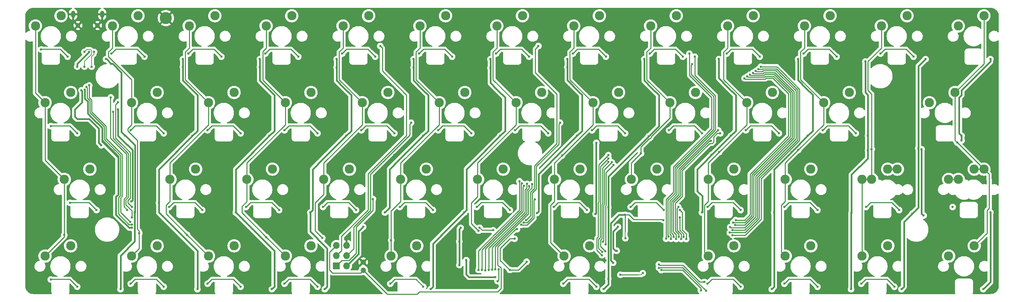
<source format=gbr>
%TF.GenerationSoftware,KiCad,Pcbnew,(6.0.1)*%
%TF.CreationDate,2022-02-20T07:15:50+01:00*%
%TF.ProjectId,atom47-rev5,61746f6d-3437-42d7-9265-76352e6b6963,rev?*%
%TF.SameCoordinates,Original*%
%TF.FileFunction,Copper,L1,Top*%
%TF.FilePolarity,Positive*%
%FSLAX46Y46*%
G04 Gerber Fmt 4.6, Leading zero omitted, Abs format (unit mm)*
G04 Created by KiCad (PCBNEW (6.0.1)) date 2022-02-20 07:15:50*
%MOMM*%
%LPD*%
G01*
G04 APERTURE LIST*
%TA.AperFunction,ComponentPad*%
%ADD10C,2.286000*%
%TD*%
%TA.AperFunction,ComponentPad*%
%ADD11C,3.000000*%
%TD*%
%TA.AperFunction,ComponentPad*%
%ADD12C,1.350000*%
%TD*%
%TA.AperFunction,ComponentPad*%
%ADD13O,1.350000X1.350000*%
%TD*%
%TA.AperFunction,ComponentPad*%
%ADD14R,1.700000X1.700000*%
%TD*%
%TA.AperFunction,ComponentPad*%
%ADD15O,1.700000X1.700000*%
%TD*%
%TA.AperFunction,ComponentPad*%
%ADD16O,1.000000X1.800000*%
%TD*%
%TA.AperFunction,ComponentPad*%
%ADD17C,1.200000*%
%TD*%
%TA.AperFunction,ViaPad*%
%ADD18C,0.600000*%
%TD*%
%TA.AperFunction,Conductor*%
%ADD19C,0.250000*%
%TD*%
%TA.AperFunction,Conductor*%
%ADD20C,0.400000*%
%TD*%
%TA.AperFunction,Conductor*%
%ADD21C,0.200000*%
%TD*%
G04 APERTURE END LIST*
D10*
X150177500Y-23495000D03*
X143827500Y-26035000D03*
X143033750Y-61595000D03*
X136683750Y-64135000D03*
X14446250Y-23495000D03*
X8096250Y-26035000D03*
X233521250Y-23495000D03*
X227171250Y-26035000D03*
D11*
X38025000Y-5025000D03*
D10*
X219233750Y-42545000D03*
X212883750Y-45085000D03*
X14446260Y-61595056D03*
X8096260Y-64135056D03*
X238283750Y-61595000D03*
X231933750Y-64135000D03*
X100171250Y-61595000D03*
X93821250Y-64135000D03*
X12065000Y-4445000D03*
X5715000Y-6985000D03*
X31115000Y-4445000D03*
X24765000Y-6985000D03*
X50165000Y-4445000D03*
X43815000Y-6985000D03*
X69215000Y-4445000D03*
X62865000Y-6985000D03*
X88265000Y-4445000D03*
X81915000Y-6985000D03*
X107315000Y-4445000D03*
X100965000Y-6985000D03*
X126365000Y-4445000D03*
X120015000Y-6985000D03*
X145415000Y-4445000D03*
X139065000Y-6985000D03*
X164465000Y-4445000D03*
X158115000Y-6985000D03*
X183515000Y-4445000D03*
X177165000Y-6985000D03*
X202565000Y-4445000D03*
X196215000Y-6985000D03*
X221615000Y-4445000D03*
X215265000Y-6985000D03*
X240665000Y-4445000D03*
X234315000Y-6985000D03*
X35877500Y-23495000D03*
X29527500Y-26035000D03*
X54927500Y-23495000D03*
X48577500Y-26035000D03*
X73977500Y-23495000D03*
X67627500Y-26035000D03*
X93027500Y-23495000D03*
X86677500Y-26035000D03*
X112077500Y-23495000D03*
X105727500Y-26035000D03*
X131127500Y-23495000D03*
X124777500Y-26035000D03*
X169227500Y-23495000D03*
X162877500Y-26035000D03*
X188277500Y-23495000D03*
X181927500Y-26035000D03*
X207327500Y-23495000D03*
X200977500Y-26035000D03*
X45402500Y-42545000D03*
X39052500Y-45085000D03*
X64452500Y-42545000D03*
X58102500Y-45085000D03*
X83502500Y-42545000D03*
X77152500Y-45085000D03*
X102552500Y-42545000D03*
X96202500Y-45085000D03*
X121602500Y-42545000D03*
X115252500Y-45085000D03*
X140652500Y-42545000D03*
X134302500Y-45085000D03*
X159702500Y-42545000D03*
X153352500Y-45085000D03*
X178752500Y-42545000D03*
X172402500Y-45085000D03*
X197802500Y-42545000D03*
X191452500Y-45085000D03*
X240665000Y-42545000D03*
X234315000Y-45085000D03*
X35877500Y-61595000D03*
X29527500Y-64135000D03*
X54927500Y-61595000D03*
X48577500Y-64135000D03*
X73977500Y-61595000D03*
X67627500Y-64135000D03*
X178752500Y-61595000D03*
X172402500Y-64135000D03*
X197802500Y-61595000D03*
X191452500Y-64135000D03*
X216852672Y-61595000D03*
X210502672Y-64135000D03*
X19208750Y-42545000D03*
X12858750Y-45085000D03*
D12*
X86915690Y-65675048D03*
D13*
X86915690Y-67675048D03*
D10*
X238283948Y-42545040D03*
X231933948Y-45085040D03*
X216852680Y-42545040D03*
X210502680Y-45085040D03*
D14*
X80287873Y-66555979D03*
D15*
X82827873Y-66555979D03*
X80287873Y-64015979D03*
X82827873Y-64015979D03*
X80287873Y-61475979D03*
X82827873Y-61475979D03*
D16*
X22275000Y-4075000D03*
D17*
X16250000Y-6875000D03*
D16*
X15075000Y-4075000D03*
D17*
X21100000Y-6875000D03*
D18*
X135671998Y-31015642D03*
X98762592Y-31015642D03*
X91142255Y-11965626D03*
X130314181Y-11965626D03*
X129434342Y-50065658D03*
X126029822Y-56348011D03*
X146938116Y-65206605D03*
X105965706Y-69373796D03*
X20735000Y-8495000D03*
X226814245Y-42584711D03*
X113704775Y-67587857D03*
X189904839Y-5675305D03*
X206573603Y-43180024D03*
X133945417Y-24725321D03*
X4167183Y-24725321D03*
X16985000Y-31865000D03*
X162463544Y-61753544D03*
X119657905Y-28297199D03*
X243483009Y-68778483D03*
X242292383Y-22939382D03*
X89296942Y-62230040D03*
X58340666Y-6270618D03*
X123816589Y-60886589D03*
X23217199Y-64015979D03*
X142279799Y-56872223D03*
X88701629Y-39012833D03*
X19965000Y-5175000D03*
X169664197Y-56276910D03*
X97036011Y-20558130D03*
X131500000Y-48750000D03*
X152995433Y-55681597D03*
X154186059Y-22344069D03*
X149423555Y-47942528D03*
X107751645Y-38417520D03*
X97036011Y-62230040D03*
X205978290Y-56872223D03*
X123845000Y-65625000D03*
X23925000Y-50955000D03*
X22621886Y-69969109D03*
X139898547Y-56276910D03*
X74414117Y-5675305D03*
X58935979Y-62825353D03*
X124420409Y-21153443D03*
X52387344Y-38099992D03*
X41076589Y-28892512D03*
X102393828Y-62230040D03*
X228600184Y-8056557D03*
X154781180Y-70842207D03*
X118005786Y-56746602D03*
X22621886Y-41394085D03*
X61317231Y-28297199D03*
X210145481Y-5079992D03*
X11906252Y-25320634D03*
X17859382Y-69969109D03*
X109537584Y-59848788D03*
X187523587Y-45561276D03*
X36909398Y-18772191D03*
X95250072Y-25915947D03*
X193476717Y-57467536D03*
X51792223Y-19367504D03*
X80367055Y-42267183D03*
X190500152Y-25915947D03*
X100012576Y-28297199D03*
X78581308Y-61039414D03*
X70246926Y-61634727D03*
X108346958Y-20558130D03*
X18454695Y-57467536D03*
X145851677Y-68778483D03*
X183356396Y-22344069D03*
X48815658Y-60444101D03*
X115000000Y-54500000D03*
X171450136Y-4484679D03*
X140493860Y-62230040D03*
X86915690Y-19962817D03*
X155971806Y-57150008D03*
X166092319Y-70564422D03*
X142279799Y-40203459D03*
X144625000Y-63895000D03*
X4762496Y-42584711D03*
X118467279Y-42584711D03*
X175022014Y-62230040D03*
X40481276Y-62825353D03*
X152995433Y-5675305D03*
X207764229Y-39608146D03*
X113825000Y-60405000D03*
X226814245Y-66397231D03*
X208359542Y-18772191D03*
X158948371Y-58340634D03*
X69056300Y-38417520D03*
X151466571Y-61199853D03*
X162520441Y-43775337D03*
X112750000Y-54750000D03*
X181570457Y-41394085D03*
X126801661Y-68778483D03*
X108015000Y-64995000D03*
X171450136Y-25320634D03*
X95845385Y-5675305D03*
X113109462Y-6270618D03*
X127475000Y-62225000D03*
X33932833Y-39012833D03*
X155971998Y-43180024D03*
X199429847Y-18176878D03*
X216693924Y-57467536D03*
X94654759Y-39012833D03*
X133350104Y-5079992D03*
X18906075Y-8795802D03*
X164320144Y-64903033D03*
X185737648Y-67587857D03*
X14882817Y-37822207D03*
X163115754Y-21153443D03*
X145256364Y-21748756D03*
X72628178Y-19367504D03*
X113795000Y-58735000D03*
X77985995Y-60444101D03*
X105965706Y-62825353D03*
X229790810Y-21748756D03*
X241697070Y-37822207D03*
X130968852Y-68183170D03*
X222647054Y-18772191D03*
X233362688Y-57467536D03*
X184547022Y-62230040D03*
X80367247Y-28297199D03*
X6548435Y-56276910D03*
X131564165Y-56872223D03*
X10120313Y-18176878D03*
X222051741Y-40798772D03*
X130373539Y-61039414D03*
X17923353Y-22787546D03*
X110728210Y-60548210D03*
X127405000Y-65545000D03*
X111062102Y-57133644D03*
X86915690Y-56872223D03*
X110728210Y-66397231D03*
X119104429Y-57713563D03*
X112455377Y-65147833D03*
X123229783Y-67587857D03*
X119657905Y-69373796D03*
X115764556Y-57101478D03*
X124420409Y-59848788D03*
X29632268Y-57133644D03*
X125015722Y-57467536D03*
X119639675Y-67412385D03*
X128733557Y-46266413D03*
X136184751Y-39154751D03*
X117199221Y-67645705D03*
X194667343Y-37822207D03*
X126750933Y-46721874D03*
X116332054Y-67629694D03*
X126235535Y-46110672D03*
X212883750Y-37583911D03*
X115490714Y-67587857D03*
X234057135Y-35937134D03*
X125611035Y-45561276D03*
X43279251Y-58836752D03*
X62924572Y-59432073D03*
X76795369Y-59631224D03*
X118845848Y-67507476D03*
X128027416Y-46781424D03*
X155709759Y-38679759D03*
X127484546Y-46194486D03*
X118051516Y-67598254D03*
X175109767Y-38329767D03*
X120175480Y-70380500D03*
X120439170Y-67415728D03*
X127218917Y-55199500D03*
X126633656Y-55824000D03*
X89326129Y-49943421D03*
X12858750Y-58896290D03*
X17859382Y-13414374D03*
X17859382Y-17099500D03*
X20249019Y-13414374D03*
X19645321Y-17099500D03*
X16073443Y-17099500D03*
X19050008Y-13414374D03*
X31435357Y-58466938D03*
X93821250Y-60205905D03*
X115476553Y-57847305D03*
X89892191Y-14605000D03*
X32742191Y-14605000D03*
X196012512Y-13855000D03*
X169065000Y-14605000D03*
X119812512Y-13855000D03*
X7143748Y-12819061D03*
X215062512Y-13855000D03*
X138862512Y-13855000D03*
X223242191Y-14605000D03*
X24562512Y-13855000D03*
X13692191Y-14605000D03*
X127992191Y-14605000D03*
X51792191Y-14605000D03*
X108942191Y-14605000D03*
X185142191Y-14605000D03*
X81712512Y-13855000D03*
X204192191Y-14605000D03*
X70842191Y-14605000D03*
X176962512Y-13855000D03*
X157912512Y-13855000D03*
X62662512Y-13855000D03*
X163174128Y-59852879D03*
X147042191Y-14605000D03*
X166092191Y-14605000D03*
X100762512Y-13855000D03*
X43612512Y-13855000D03*
X168389510Y-16475000D03*
X162549628Y-59325000D03*
X167723571Y-13855000D03*
X161925128Y-59848788D03*
X26789077Y-72379500D03*
X30331768Y-53329500D03*
X24485000Y-16375000D03*
X27950516Y-34279500D03*
X179189205Y-55199500D03*
X181365358Y-19978540D03*
X23188012Y-15229500D03*
X29414470Y-50567921D03*
X26193764Y-27701886D03*
X178558120Y-55824000D03*
X36314085Y-50919093D03*
X44648467Y-34279500D03*
X42238028Y-15229500D03*
X45839093Y-72379500D03*
X42238028Y-17168028D03*
X182042544Y-19529020D03*
X179055902Y-56449634D03*
X61317231Y-17257231D03*
X63698483Y-34279500D03*
X182728467Y-19079500D03*
X64293796Y-72379500D03*
X55364101Y-53329500D03*
X61317231Y-15229500D03*
X177805314Y-56949500D03*
X80338060Y-17261940D03*
X82748499Y-34279500D03*
X73818804Y-53329500D03*
X77390682Y-72379500D03*
X183475000Y-18635000D03*
X80338060Y-15229500D03*
X101798515Y-34279500D03*
X184175037Y-18173520D03*
X92273507Y-53329500D03*
X99388076Y-15229500D03*
X99388076Y-17331924D03*
X178415000Y-57698645D03*
X118438092Y-15229500D03*
X177717605Y-58323145D03*
X111918836Y-53329500D03*
X184854659Y-17724000D03*
X103584454Y-72379500D03*
X120848531Y-34279500D03*
X118438092Y-17408092D03*
X129932881Y-53455000D03*
X185415000Y-17099500D03*
X178407610Y-58947645D03*
X137488108Y-17181892D03*
X139898547Y-34279500D03*
X137488108Y-15229500D03*
X146446990Y-72379500D03*
X147637616Y-52020500D03*
X147637616Y-69792384D03*
X156538124Y-15229500D03*
X157603266Y-34405000D03*
X146037644Y-63921562D03*
X170825636Y-53329500D03*
X175022014Y-15229500D03*
X177998579Y-34279500D03*
X147637616Y-39058060D03*
X173236075Y-39012833D03*
X194638156Y-15229500D03*
X147677645Y-39901209D03*
X197048595Y-34279500D03*
X193019462Y-38279462D03*
X188118900Y-72379500D03*
X146090971Y-63091712D03*
X188714213Y-53329500D03*
X211931420Y-37908580D03*
X146882123Y-62976462D03*
X211931420Y-34279500D03*
X147690470Y-40771561D03*
X207764229Y-72379500D03*
X207887407Y-53455000D03*
X211306920Y-15795626D03*
X226218932Y-15229500D03*
X224432993Y-37347007D03*
X148503005Y-40842204D03*
X220265802Y-72379500D03*
X222944711Y-53598002D03*
X146313616Y-60574584D03*
X146938116Y-61225000D03*
X242292383Y-15200313D03*
X242292383Y-53300345D03*
X148910071Y-41530319D03*
X235148627Y-34250329D03*
X225735000Y-54079500D03*
X235148627Y-35411373D03*
X240506444Y-72350361D03*
X225240257Y-37610257D03*
X67425016Y-32905000D03*
X75604695Y-33655000D03*
X143625016Y-32905000D03*
X170854695Y-33655000D03*
X181725016Y-32905000D03*
X189904695Y-33655000D03*
X208954695Y-33655000D03*
X124575016Y-32905000D03*
X16073441Y-33655000D03*
X9524998Y-31869061D03*
X151804695Y-33655000D03*
X132754695Y-33655000D03*
X165058062Y-59395133D03*
X56554695Y-33655000D03*
X113704695Y-33655000D03*
X175365000Y-33655000D03*
X105525016Y-32905000D03*
X200775016Y-32905000D03*
X29325016Y-32905000D03*
X48375016Y-32905000D03*
X94654695Y-33655000D03*
X162675016Y-32905000D03*
X37504695Y-33655000D03*
X86475016Y-32905000D03*
X173055000Y-35525000D03*
X164433562Y-59905000D03*
X163809062Y-59367016D03*
X174867311Y-32905000D03*
X38850012Y-51955000D03*
X115050012Y-51955000D03*
X180379691Y-52705000D03*
X161329691Y-52705000D03*
X134100012Y-51955000D03*
X76950012Y-51955000D03*
X153150012Y-51955000D03*
X20835941Y-52705000D03*
X123229691Y-52705000D03*
X211490636Y-51955000D03*
X57900012Y-51955000D03*
X14287498Y-50919061D03*
X172200012Y-51955000D03*
X232921904Y-51955000D03*
X142279691Y-52705000D03*
X165375000Y-52705000D03*
X47029691Y-52705000D03*
X24407825Y-24725321D03*
X191250012Y-51955000D03*
X28465000Y-52705000D03*
X199429691Y-52705000D03*
X219670315Y-52705000D03*
X85129691Y-52705000D03*
X96000012Y-51955000D03*
X66079691Y-52705000D03*
X166937423Y-59907270D03*
X104179691Y-52705000D03*
X29625000Y-54575000D03*
X166307062Y-59385000D03*
X24944753Y-28299502D03*
X165345000Y-54575000D03*
X29610923Y-51955000D03*
X164965000Y-51955000D03*
X165682562Y-59912209D03*
X26193764Y-25915947D03*
X136481262Y-71005000D03*
X101798441Y-71755000D03*
X172200012Y-71005000D03*
X56554691Y-71755000D03*
X160747716Y-67630163D03*
X75604691Y-71755000D03*
X170557166Y-72648017D03*
X67425012Y-71005000D03*
X144660941Y-71755000D03*
X191250012Y-71005000D03*
X48375012Y-71005000D03*
X29325012Y-71005000D03*
X37504691Y-71755000D03*
X199429691Y-71755000D03*
X16073441Y-71755000D03*
X210300012Y-71005000D03*
X93618762Y-71005000D03*
X9524998Y-69969061D03*
X218479691Y-71755000D03*
X180379691Y-71755000D03*
X160180346Y-67066873D03*
X171902431Y-72802656D03*
X171450050Y-70564336D03*
X160139189Y-66224853D03*
X29632268Y-56334141D03*
X18331964Y-22100348D03*
X19050008Y-21748756D03*
X29170329Y-55681597D03*
X144468864Y-53703471D03*
X148828242Y-65801918D03*
X151804807Y-53895658D03*
X151845000Y-59725000D03*
X150018868Y-56872223D03*
X161300628Y-55199500D03*
X17122874Y-22976311D03*
X156171089Y-68378911D03*
X144661051Y-36007081D03*
X149735000Y-62829540D03*
X22026573Y-36631581D03*
X150614181Y-68778483D03*
D19*
X240664960Y-42545040D02*
X240665000Y-42545000D01*
X238283948Y-42545040D02*
X240664960Y-42545040D01*
X234314960Y-45085040D02*
X234315000Y-45085000D01*
X231933948Y-45085040D02*
X234314960Y-45085040D01*
X219233710Y-42545040D02*
X219233750Y-42545000D01*
X216852680Y-42545040D02*
X219233710Y-42545040D01*
X135345000Y-36355000D02*
X135345000Y-31342640D01*
X129814520Y-47421198D02*
X129814520Y-41885480D01*
X128774520Y-54568174D02*
X128774520Y-48461198D01*
X129814520Y-41885480D02*
X135345000Y-36355000D01*
X135345000Y-31342640D02*
X135671998Y-31015642D01*
X128774520Y-48461198D02*
X129814520Y-47421198D01*
X127518683Y-55824011D02*
X128774520Y-54568174D01*
X126780140Y-55685000D02*
X126919151Y-55824011D01*
X126919151Y-55824011D02*
X127518683Y-55824011D01*
X126772656Y-55685000D02*
X126780140Y-55685000D01*
X126633656Y-55824000D02*
X126772656Y-55685000D01*
X98441607Y-31336627D02*
X98762592Y-31015642D01*
X98441607Y-31766551D02*
X98441607Y-31336627D01*
X98441607Y-31766551D02*
X98441607Y-34035359D01*
X91678194Y-12501565D02*
X91142255Y-11965626D01*
X91678194Y-13096878D02*
X91678194Y-12501565D01*
X91678194Y-13096878D02*
X91678194Y-18176878D01*
X129556579Y-13318541D02*
X129556579Y-12723228D01*
X129556579Y-13318541D02*
X129556579Y-18546579D01*
X129556579Y-12723228D02*
X130314181Y-11965626D01*
X129224040Y-50275960D02*
X129434342Y-50065658D01*
X129224040Y-54754371D02*
X129224040Y-50275960D01*
X127529900Y-56448511D02*
X129224040Y-54754371D01*
X126130322Y-56448511D02*
X127529900Y-56448511D01*
X126029822Y-56348011D02*
X126130322Y-56448511D01*
X123229783Y-59848788D02*
X122634470Y-60444101D01*
D20*
X23217199Y-36631581D02*
X26205000Y-39619382D01*
X26205000Y-40192223D02*
X26205000Y-41145000D01*
D19*
X120848531Y-65206605D02*
X123229783Y-67587857D01*
D20*
X18665000Y-25717815D02*
X18665000Y-26705000D01*
X26205000Y-48905000D02*
X25675000Y-49435000D01*
X22235000Y-32295000D02*
X22235000Y-34005000D01*
X22235000Y-34005000D02*
X22235000Y-34637215D01*
D19*
X124420409Y-59848788D02*
X123229783Y-59848788D01*
D20*
X17923353Y-24976167D02*
X18365000Y-25417815D01*
X110728210Y-60548210D02*
X110728210Y-57467536D01*
X26205000Y-39619382D02*
X26205000Y-40192223D01*
D19*
X119104429Y-57713563D02*
X116376641Y-57713563D01*
X123229783Y-59848788D02*
X120848531Y-62230040D01*
D20*
X26205000Y-41145000D02*
X26205000Y-48905000D01*
X112455377Y-65147833D02*
X112455377Y-68719711D01*
X17923353Y-22787546D02*
X17923353Y-24976167D01*
X22235000Y-35355000D02*
X23085000Y-36205000D01*
X28923644Y-57133644D02*
X29632268Y-57133644D01*
X85725064Y-63658788D02*
X85725064Y-58062849D01*
X22235000Y-34637215D02*
X22235000Y-35649382D01*
X110728210Y-57467536D02*
X111062102Y-57133644D01*
X19655000Y-29715000D02*
X22235000Y-32295000D01*
D19*
X120848531Y-62230040D02*
X120848531Y-65206605D01*
D20*
X25675000Y-49435000D02*
X25675000Y-53885000D01*
X112455377Y-68719711D02*
X113109462Y-69373796D01*
D19*
X116376641Y-57713563D02*
X115764556Y-57101478D01*
D20*
X85725064Y-58062849D02*
X86915690Y-56872223D01*
X110728210Y-66397231D02*
X110728210Y-60548210D01*
X23085000Y-36205000D02*
X26205000Y-39325000D01*
X26195000Y-54405000D02*
X28923644Y-57133644D01*
X22235000Y-35649382D02*
X23217199Y-36631581D01*
X22235000Y-34637215D02*
X22235000Y-35355000D01*
X25675000Y-53885000D02*
X26195000Y-54405000D01*
X18365000Y-25417815D02*
X18665000Y-25717815D01*
X82827873Y-66555979D02*
X85725064Y-63658788D01*
X26205000Y-39325000D02*
X26205000Y-40192223D01*
X113109462Y-69373796D02*
X119657905Y-69373796D01*
X18665000Y-28725000D02*
X19655000Y-29715000D01*
X18665000Y-26705000D02*
X18665000Y-28725000D01*
D19*
X125362143Y-67587857D02*
X127405000Y-65545000D01*
X123229783Y-67587857D02*
X125362143Y-67587857D01*
X120253218Y-66397231D02*
X120253218Y-61877155D01*
X100215000Y-73605000D02*
X100815989Y-73004011D01*
X120194881Y-73004011D02*
X120689446Y-72509446D01*
X120738936Y-66791217D02*
X120647204Y-66791217D01*
X86915690Y-67675048D02*
X92845642Y-73605000D01*
X121063681Y-72135211D02*
X121063681Y-67115962D01*
X120647204Y-66791217D02*
X120253218Y-66397231D01*
X78581308Y-63182544D02*
X80287873Y-61475979D01*
X92845642Y-73605000D02*
X93285000Y-73605000D01*
X121063681Y-67115962D02*
X120738936Y-66791217D01*
X86240690Y-68350048D02*
X79343499Y-68350048D01*
X120194881Y-73004011D02*
X121063681Y-72135211D01*
X92845642Y-73605000D02*
X100215000Y-73605000D01*
X120253218Y-61877155D02*
X124662837Y-57467536D01*
X79343499Y-68350048D02*
X78581308Y-67587857D01*
X100815989Y-73004011D02*
X120194881Y-73004011D01*
X78581308Y-67587857D02*
X78581308Y-63182544D01*
X124662837Y-57467536D02*
X125015722Y-57467536D01*
X86915690Y-67675048D02*
X86240690Y-68350048D01*
X133350104Y-51514406D02*
X133350104Y-60801354D01*
X139065000Y-12461982D02*
X139065000Y-6985000D01*
X143827500Y-31512002D02*
X136184751Y-39154751D01*
X136184751Y-39154751D02*
X134302500Y-41037002D01*
X127874520Y-48075480D02*
X128655000Y-47295000D01*
X119639675Y-61854981D02*
X127874520Y-53620135D01*
X138112608Y-20320108D02*
X138112608Y-13414374D01*
X138112608Y-20320108D02*
X138112608Y-16986252D01*
X134302500Y-45085000D02*
X134302500Y-50562010D01*
X119639675Y-67412385D02*
X119639675Y-61854981D01*
X133350104Y-60801354D02*
X136683750Y-64135000D01*
X134302500Y-50562010D02*
X133350104Y-51514406D01*
X134302500Y-41037002D02*
X134302500Y-45085000D01*
X143827500Y-26035000D02*
X138112608Y-20320108D01*
X128655000Y-46344970D02*
X128733557Y-46266413D01*
X127874520Y-53620135D02*
X127874520Y-48075480D01*
X138112608Y-13414374D02*
X139065000Y-12461982D01*
X119639675Y-61854981D02*
X120102328Y-61392328D01*
X128655000Y-47295000D02*
X128655000Y-46344970D01*
X143827500Y-26035000D02*
X143827500Y-31512002D01*
X200977500Y-26035000D02*
X200977500Y-31512050D01*
X126525000Y-53062502D02*
X126525000Y-46947807D01*
X190500152Y-63182652D02*
X191452500Y-64135000D01*
X190500152Y-51514406D02*
X190500152Y-63182652D01*
X191452500Y-41037050D02*
X191452500Y-45085000D01*
X195262656Y-13414374D02*
X195262656Y-20320156D01*
X195262656Y-20320156D02*
X200977500Y-26035000D01*
X196215000Y-6985000D02*
X196215000Y-12462030D01*
X117199221Y-62388281D02*
X118088751Y-61498751D01*
X194667343Y-37822207D02*
X191452500Y-41037050D01*
X117199221Y-67645705D02*
X117199221Y-62388281D01*
X191452500Y-50562058D02*
X190500152Y-51514406D01*
X191452500Y-45085000D02*
X191452500Y-50562058D01*
X196215000Y-12462030D02*
X195262656Y-13414374D01*
X200977500Y-31512050D02*
X194667343Y-37822207D01*
X126525000Y-46947807D02*
X126750933Y-46721874D01*
X117199221Y-62388281D02*
X126525000Y-53062502D01*
X116332054Y-62619730D02*
X116640892Y-62310892D01*
X212883710Y-45085040D02*
X212883750Y-45085000D01*
X126235535Y-46110672D02*
X126060555Y-46285652D01*
X116332054Y-62619730D02*
X126060555Y-52891229D01*
X211931420Y-15795626D02*
X211931420Y-22939382D01*
X211931420Y-22939382D02*
X212883750Y-23891712D01*
X212883750Y-23891712D02*
X212883750Y-37583911D01*
X126060555Y-52891229D02*
X125631237Y-53320547D01*
X210502680Y-45085040D02*
X212883710Y-45085040D01*
X126060555Y-46285652D02*
X126060555Y-52891229D01*
X210438329Y-45149391D02*
X210438329Y-64070657D01*
X210502680Y-45085040D02*
X210438329Y-45149391D01*
X210438329Y-64070657D02*
X210502672Y-64135000D01*
X215265000Y-6985000D02*
X215265000Y-12462046D01*
X212883750Y-37583911D02*
X212883750Y-45085000D01*
X116332054Y-67629694D02*
X116332054Y-62619730D01*
X215265000Y-12462046D02*
X211931420Y-15795626D01*
X241999369Y-52240631D02*
X241999369Y-45199369D01*
X241445000Y-52795000D02*
X241999369Y-52240631D01*
X119657905Y-58658162D02*
X125611035Y-52705032D01*
X241999369Y-45199369D02*
X241955000Y-45155000D01*
X240665000Y-16351250D02*
X233521250Y-23495000D01*
X125611035Y-52705032D02*
X125611035Y-50323780D01*
X115490714Y-67587857D02*
X115490714Y-62825353D01*
X240665000Y-4445000D02*
X240665000Y-16351250D01*
X125611035Y-50323780D02*
X125611035Y-45561276D01*
X241955000Y-43835000D02*
X240665000Y-42545000D01*
X233521250Y-23495000D02*
X233521250Y-35401250D01*
X115490714Y-62825353D02*
X119657905Y-58658162D01*
X241955000Y-45155000D02*
X241955000Y-43835000D01*
X233521250Y-35401250D02*
X234057135Y-35937134D01*
X241445000Y-58433750D02*
X241445000Y-52795000D01*
X241445000Y-52795000D02*
X241650000Y-52590000D01*
X234057135Y-35937134D02*
X240665000Y-42545000D01*
X238283750Y-61595000D02*
X241445000Y-58433750D01*
X38100024Y-53657524D02*
X43279251Y-58836752D01*
X39052500Y-45085000D02*
X39052500Y-50561930D01*
X43815000Y-6985000D02*
X43815000Y-12461902D01*
X48577500Y-31511922D02*
X39052500Y-41036922D01*
X42862528Y-13414374D02*
X42862528Y-20320028D01*
X48577500Y-26035000D02*
X48577500Y-31511922D01*
X43279251Y-58836752D02*
X48577500Y-64135000D01*
X39052500Y-41036922D02*
X39052500Y-45085000D01*
X43815000Y-12461902D02*
X42862528Y-13414374D01*
X39052500Y-50561930D02*
X38100024Y-51514406D01*
X38100024Y-51514406D02*
X38100024Y-53657524D01*
X42862528Y-20320028D02*
X48577500Y-26035000D01*
X58102500Y-50561946D02*
X58102500Y-45085000D01*
X67627500Y-31511938D02*
X58102500Y-41036938D01*
X62865000Y-6985000D02*
X62865000Y-12461918D01*
X62865000Y-12461918D02*
X62038001Y-13288917D01*
X56852384Y-51812063D02*
X58102500Y-50561946D01*
X62038001Y-20445501D02*
X67627500Y-26035000D01*
X67627500Y-26035000D02*
X67627500Y-31511938D01*
X58102500Y-41036938D02*
X58102500Y-45085000D01*
X56852384Y-53359884D02*
X56852384Y-51812063D01*
X62038001Y-13288917D02*
X62038001Y-20445501D01*
X62924572Y-59432073D02*
X56852384Y-53359884D01*
X67627500Y-64135000D02*
X62924572Y-59432073D01*
X77152500Y-48776023D02*
X77152500Y-45085000D01*
X75009430Y-50919093D02*
X77152500Y-48776023D01*
X75009430Y-57845285D02*
X75009430Y-50919093D01*
X81915000Y-6985000D02*
X81915000Y-12461934D01*
X86677500Y-31511954D02*
X77152500Y-41036954D01*
X80962560Y-20320060D02*
X86677500Y-26035000D01*
X80962560Y-13414374D02*
X80962560Y-20320060D01*
X77152500Y-41036954D02*
X77152500Y-45085000D01*
X76795369Y-59631224D02*
X75009430Y-57845285D01*
X81915000Y-12461934D02*
X80962560Y-13414374D01*
X86677500Y-26035000D02*
X86677500Y-31511954D01*
X128027416Y-47258302D02*
X128027416Y-46781424D01*
X118845848Y-62013090D02*
X119534469Y-61324469D01*
X158115000Y-12461998D02*
X157162624Y-13414374D01*
X155709759Y-37040291D02*
X155709759Y-38679759D01*
X158227777Y-34522273D02*
X158227777Y-34704766D01*
X118845848Y-62013090D02*
X127425000Y-53433938D01*
X127425000Y-53433938D02*
X127425000Y-47860718D01*
X127425000Y-47860718D02*
X128027416Y-47258302D01*
X153352500Y-41037018D02*
X153352500Y-45085000D01*
X155709759Y-37040291D02*
X155709759Y-37489133D01*
X158227777Y-34704766D02*
X157903032Y-35029511D01*
X157162624Y-20320124D02*
X162877500Y-26035000D01*
X157903032Y-35029511D02*
X157720539Y-35029511D01*
X155709759Y-38679759D02*
X153352500Y-41037018D01*
X118845848Y-67507476D02*
X118845848Y-62013090D01*
X157162624Y-13414374D02*
X157162624Y-20320124D01*
X158115000Y-6985000D02*
X158115000Y-12461998D01*
X157720539Y-35029511D02*
X155709759Y-37040291D01*
X162877500Y-26035000D02*
X162877500Y-29872549D01*
X162877500Y-29872549D02*
X158227777Y-34522273D01*
X176212640Y-20320140D02*
X181927500Y-26035000D01*
X171450136Y-51514406D02*
X171450136Y-63182636D01*
X172402500Y-41037034D02*
X172402500Y-42822973D01*
X172402500Y-45085000D02*
X172402500Y-50562042D01*
X175109767Y-38329767D02*
X172402500Y-41037034D01*
X177165000Y-12462014D02*
X176212640Y-13414374D01*
X126975000Y-47675000D02*
X127396974Y-47253026D01*
X177165000Y-6985000D02*
X177165000Y-12462014D01*
X172402500Y-41037034D02*
X172402500Y-45085000D01*
X118706610Y-61516610D02*
X126975000Y-53248219D01*
X127396974Y-46282058D02*
X127484546Y-46194486D01*
X171450136Y-63182636D02*
X172402500Y-64135000D01*
X118051516Y-67598254D02*
X118051516Y-62171704D01*
X181927500Y-31512034D02*
X175109767Y-38329767D01*
X118051516Y-62171704D02*
X118706610Y-61516610D01*
X172402500Y-50562042D02*
X171450136Y-51514406D01*
X127396974Y-47253026D02*
X127396974Y-46282058D01*
X176212640Y-13414374D02*
X176212640Y-20320140D01*
X126975000Y-53248219D02*
X126975000Y-47675000D01*
X181927500Y-26035000D02*
X181927500Y-31512034D01*
X120439170Y-67415728D02*
X120439170Y-70116810D01*
X120439170Y-70116810D02*
X120175480Y-70380500D01*
X88106316Y-43734932D02*
X88106316Y-44370650D01*
X128325000Y-48275000D02*
X128325000Y-54093417D01*
X97631324Y-34209924D02*
X88106316Y-43734932D01*
X128325000Y-48275000D02*
X128325000Y-52105000D01*
X129358068Y-41701932D02*
X129358068Y-45661932D01*
X134885000Y-23875000D02*
X134885000Y-36175000D01*
X129556579Y-18546579D02*
X134885000Y-23875000D01*
X81557873Y-62745979D02*
X80287873Y-64015979D01*
X97631324Y-24130008D02*
X97631324Y-34209924D01*
X129365000Y-45655000D02*
X129365000Y-47235000D01*
X88106316Y-43734932D02*
X88106316Y-52705032D01*
X129365000Y-47235000D02*
X128325000Y-48275000D01*
X91678194Y-18176878D02*
X97631324Y-24130008D01*
X128325000Y-54093417D02*
X127218917Y-55199500D01*
X88106316Y-52705032D02*
X81557873Y-59253475D01*
X81557873Y-59253475D02*
X81557873Y-62745979D01*
X129358068Y-45661932D02*
X129365000Y-45655000D01*
X134885000Y-36175000D02*
X129358068Y-41701932D01*
X88701629Y-43775337D02*
X88701629Y-52745437D01*
X88701629Y-43775337D02*
X88701629Y-44965963D01*
X84534438Y-56912628D02*
X84534438Y-62309414D01*
X88701629Y-52745437D02*
X84534438Y-56912628D01*
X84534438Y-62309414D02*
X82827873Y-64015979D01*
X98441607Y-34035359D02*
X88701629Y-43775337D01*
X98441607Y-34035359D02*
X97631324Y-34845642D01*
X81637247Y-65206605D02*
X83375524Y-65206605D01*
X80287873Y-66555979D02*
X81637247Y-65206605D01*
X85129751Y-63452378D02*
X85129751Y-56953033D01*
X85129751Y-56953033D02*
X89326129Y-52756655D01*
X89326129Y-52756655D02*
X89326129Y-49943421D01*
X83375524Y-65206605D02*
X85129751Y-63452378D01*
X12858750Y-45085000D02*
X12858750Y-58896290D01*
X5715000Y-6985000D02*
X5715000Y-23653750D01*
X8096250Y-40322500D02*
X12858750Y-45085000D01*
X5715000Y-23653750D02*
X8096250Y-26035000D01*
X12858750Y-59372566D02*
X8096260Y-64135056D01*
X8096250Y-26035000D02*
X8096250Y-40322500D01*
X12858750Y-58896290D02*
X12858750Y-59372566D01*
D21*
X19649519Y-13126608D02*
X19649519Y-14005489D01*
X19337774Y-12814863D02*
X19649519Y-13126608D01*
X18458893Y-12814863D02*
X19337774Y-12814863D01*
X19649519Y-14005489D02*
X17859382Y-15795626D01*
X18458893Y-12814863D02*
X19054206Y-12814863D01*
X17859382Y-15795626D02*
X17859382Y-17099500D01*
X17859382Y-13414374D02*
X18458893Y-12814863D01*
X20249019Y-13414374D02*
X20249019Y-14001302D01*
X19645321Y-14605000D02*
X19645321Y-17099500D01*
X20249019Y-14001302D02*
X19645321Y-14605000D01*
D20*
X16073443Y-16390939D02*
X16073443Y-17099500D01*
X19050008Y-13414374D02*
X16073443Y-16390939D01*
D19*
X31435357Y-62227142D02*
X31435357Y-58466938D01*
X23812512Y-14605000D02*
X29527500Y-20319988D01*
X31435357Y-58466938D02*
X31435357Y-57946625D01*
X28575016Y-33059703D02*
X30956268Y-35440955D01*
X30956268Y-35440955D02*
X30956268Y-57467536D01*
X24765000Y-6985000D02*
X24765000Y-12461886D01*
X29527500Y-64135000D02*
X30896707Y-62765792D01*
X28575016Y-32464390D02*
X28575016Y-33059703D01*
X23812512Y-13414374D02*
X23812512Y-14605000D01*
X29527500Y-20319988D02*
X29527500Y-26035000D01*
X24765000Y-12461886D02*
X23812512Y-13414374D01*
X31435357Y-57946625D02*
X30956268Y-57467536D01*
X30956268Y-62706232D02*
X30896707Y-62765792D01*
X29527500Y-20319988D02*
X29527500Y-22105927D01*
X29527500Y-31511906D02*
X28575016Y-32464390D01*
X30896707Y-62765792D02*
X31435357Y-62227142D01*
X29527500Y-26035000D02*
X29527500Y-31511906D01*
X100965000Y-12461950D02*
X100012576Y-13414374D01*
X93821250Y-60205905D02*
X93821250Y-64135000D01*
X105727500Y-26035000D02*
X105727500Y-31511970D01*
X100012576Y-13414374D02*
X100012576Y-20320076D01*
X96202500Y-41036970D02*
X96202500Y-45085000D01*
X96202500Y-50561978D02*
X93821250Y-52943228D01*
X100012576Y-20320076D02*
X105727500Y-26035000D01*
X100965000Y-6985000D02*
X100965000Y-12461950D01*
X96202500Y-45085000D02*
X96202500Y-50561978D01*
X93821250Y-52943228D02*
X93821250Y-60205905D01*
X105727500Y-31511970D02*
X96202500Y-41036970D01*
X113704775Y-56075527D02*
X115476553Y-57847305D01*
X119062592Y-13414374D02*
X119062592Y-20320092D01*
X113704775Y-50919093D02*
X113704775Y-53895658D01*
X115252500Y-49371368D02*
X113704775Y-50919093D01*
X113704775Y-53895658D02*
X113704775Y-56075527D01*
X120015000Y-12461966D02*
X119062592Y-13414374D01*
X124777500Y-31511986D02*
X115252500Y-41036986D01*
X124777500Y-26035000D02*
X124777500Y-31511986D01*
X115252500Y-41036986D02*
X115252500Y-45085000D01*
X119062592Y-20320092D02*
X124777500Y-26035000D01*
X115252500Y-45085000D02*
X115252500Y-49371368D01*
X120015000Y-6985000D02*
X120015000Y-12461966D01*
X204192191Y-14605000D02*
X202352191Y-12765000D01*
X169085000Y-19255000D02*
X169085000Y-14625000D01*
X11365000Y-12765000D02*
X7197809Y-12765000D01*
X197102512Y-12765000D02*
X196012512Y-13855000D01*
X178052512Y-12765000D02*
X176962512Y-13855000D01*
X139952512Y-12765000D02*
X138862512Y-13855000D01*
X82802512Y-12765000D02*
X81712512Y-13855000D01*
X51792191Y-14605000D02*
X49952191Y-12765000D01*
X63752512Y-12765000D02*
X62662512Y-13855000D01*
X202352191Y-12765000D02*
X197102512Y-12765000D01*
X164625000Y-48705000D02*
X162853242Y-50476758D01*
X159002512Y-12765000D02*
X157912512Y-13855000D01*
X49952191Y-12765000D02*
X44702512Y-12765000D01*
X30902191Y-12765000D02*
X25652512Y-12765000D01*
X7197809Y-12765000D02*
X7143748Y-12819061D01*
X183302191Y-12765000D02*
X178052512Y-12765000D01*
X13692191Y-14605000D02*
X11852191Y-12765000D01*
X147042191Y-14605000D02*
X145202191Y-12765000D01*
X169085000Y-14625000D02*
X169065000Y-14605000D01*
X89892191Y-14605000D02*
X88052191Y-12765000D01*
X166092191Y-14605000D02*
X164252191Y-12765000D01*
X163174128Y-59852879D02*
X163174128Y-58995872D01*
X120902512Y-12765000D02*
X119812512Y-13855000D01*
X69002191Y-12765000D02*
X63752512Y-12765000D01*
X11852191Y-12765000D02*
X11365000Y-12765000D01*
X101852512Y-12765000D02*
X100762512Y-13855000D01*
X221402191Y-12765000D02*
X216152512Y-12765000D01*
X162853242Y-58674986D02*
X163174128Y-58995872D01*
X107102191Y-12765000D02*
X101852512Y-12765000D01*
X70842191Y-14605000D02*
X69002191Y-12765000D01*
X108942191Y-14605000D02*
X107102191Y-12765000D01*
X174135115Y-32836785D02*
X174135115Y-24305115D01*
X127992191Y-14605000D02*
X126152191Y-12765000D01*
X164625000Y-47625000D02*
X164625000Y-42346902D01*
X164625000Y-42346902D02*
X174135115Y-32836785D01*
X25652512Y-12765000D02*
X24562512Y-13855000D01*
X164625000Y-47625000D02*
X164625000Y-48705000D01*
X145202191Y-12765000D02*
X139952512Y-12765000D01*
X44702512Y-12765000D02*
X43612512Y-13855000D01*
X223242191Y-14605000D02*
X221402191Y-12765000D01*
X162853242Y-50476758D02*
X162853242Y-58674986D01*
X185142191Y-14605000D02*
X183302191Y-12765000D01*
X88052191Y-12765000D02*
X82802512Y-12765000D01*
X174135115Y-24305115D02*
X169085000Y-19255000D01*
X126152191Y-12765000D02*
X120902512Y-12765000D01*
X32742191Y-14605000D02*
X30902191Y-12765000D01*
X216152512Y-12765000D02*
X215062512Y-13855000D01*
X164252191Y-12765000D02*
X159002512Y-12765000D01*
X168173091Y-16691419D02*
X168389510Y-16475000D01*
X173685595Y-24539124D02*
X172363308Y-23216836D01*
X173685595Y-32650588D02*
X173685595Y-24539124D01*
X164160587Y-48519413D02*
X162403722Y-50276278D01*
X164160587Y-47400587D02*
X164160587Y-42175597D01*
X162403722Y-50276278D02*
X162403722Y-59179094D01*
X164160587Y-47400587D02*
X164160587Y-48519413D01*
X172363308Y-23216836D02*
X168173091Y-19026619D01*
X164160587Y-42175597D02*
X164326583Y-42009601D01*
X162403722Y-59179094D02*
X162549628Y-59325000D01*
X168173091Y-19026619D02*
X168173091Y-16691419D01*
X164160587Y-42175597D02*
X173685595Y-32650588D01*
X161954202Y-50075798D02*
X163711067Y-48318933D01*
X161925128Y-59848788D02*
X161925128Y-54914872D01*
X161925128Y-54914872D02*
X161954202Y-54885798D01*
X161954202Y-54885798D02*
X161954202Y-50075798D01*
X163711067Y-41989398D02*
X163711067Y-43180024D01*
X163711067Y-48318933D02*
X163711067Y-41989398D01*
X161925128Y-54914872D02*
X161925128Y-54490971D01*
X173236075Y-24725321D02*
X173236075Y-32464390D01*
X173236075Y-32464390D02*
X163711067Y-41989398D01*
X167723571Y-13855000D02*
X167723571Y-19212817D01*
X167723571Y-19212817D02*
X173236075Y-24725321D01*
D20*
X26789077Y-65801918D02*
X26789077Y-72379500D01*
X24840728Y-16375000D02*
X24485000Y-16375000D01*
D19*
X182761083Y-53855253D02*
X182761083Y-52918917D01*
D20*
X27950516Y-34279500D02*
X28008874Y-34279500D01*
X27007079Y-33336063D02*
X27007079Y-21371445D01*
D19*
X186481197Y-20164520D02*
X184845000Y-20164520D01*
X192286091Y-23846091D02*
X190595000Y-22155000D01*
X188365000Y-19925000D02*
X188035000Y-19925000D01*
D20*
X27007079Y-18541351D02*
X24840728Y-16375000D01*
D19*
X184845000Y-20164520D02*
X181551338Y-20164520D01*
X182761083Y-43775337D02*
X192286091Y-34250329D01*
D20*
X27007079Y-21371445D02*
X27007079Y-18541351D01*
D19*
X192286091Y-34250329D02*
X192286091Y-24323909D01*
X181551338Y-20164520D02*
X181365358Y-19978540D01*
D20*
X28008874Y-34279500D02*
X30360955Y-36631581D01*
X30331768Y-53329500D02*
X30331768Y-60473288D01*
D19*
X182740880Y-53875455D02*
X182761083Y-53855253D01*
X192286091Y-24323909D02*
X192286091Y-24130008D01*
X188035000Y-19925000D02*
X186720718Y-19925000D01*
X179189205Y-55199500D02*
X181416835Y-55199500D01*
D20*
X30360955Y-36631581D02*
X30360955Y-53300313D01*
D19*
X186720718Y-19925000D02*
X186481197Y-20164520D01*
D20*
X27950516Y-34279500D02*
X27007079Y-33336063D01*
D19*
X181416835Y-55199500D02*
X182740880Y-53875455D01*
X190595000Y-22155000D02*
X188365000Y-19925000D01*
X182761083Y-53855253D02*
X182761083Y-43775337D01*
D20*
X30331768Y-60473288D02*
X26789077Y-64015979D01*
X30360955Y-53300313D02*
X30331768Y-53329500D01*
D19*
X192286091Y-24323909D02*
X192286091Y-23846091D01*
D20*
X26789077Y-64015979D02*
X26789077Y-65801918D01*
X23339500Y-15229500D02*
X24485000Y-16375000D01*
X23188012Y-15229500D02*
X23339500Y-15229500D01*
X27007079Y-18541351D02*
X26192864Y-17727136D01*
D19*
X192735611Y-34444389D02*
X183210603Y-43969397D01*
X188545360Y-19465000D02*
X187765000Y-19465000D01*
D20*
X45839093Y-62825353D02*
X45839093Y-72379500D01*
D19*
X183210603Y-54041451D02*
X182371027Y-54881027D01*
X182228524Y-19715000D02*
X182042544Y-19529020D01*
D20*
X42238028Y-15229500D02*
X42238028Y-17168028D01*
X26193764Y-30678451D02*
X26193764Y-30083138D01*
D19*
X181428054Y-55824000D02*
X181926027Y-55326027D01*
X183210603Y-43969397D02*
X183210603Y-54041451D01*
D20*
X42238028Y-17168028D02*
X42238028Y-20151972D01*
X26193764Y-27701886D02*
X26193764Y-30678451D01*
X29761435Y-37818000D02*
X29761435Y-50220956D01*
X42238028Y-20528943D02*
X45839093Y-24130008D01*
X45839093Y-33088874D02*
X44648467Y-34279500D01*
X36909398Y-41989398D02*
X36314085Y-42584711D01*
D19*
X183305000Y-19715000D02*
X182228524Y-19715000D01*
X189705180Y-20624820D02*
X192735611Y-23655251D01*
D20*
X36314085Y-44965963D02*
X36314085Y-50919093D01*
D19*
X189609292Y-20528932D02*
X189705180Y-20624820D01*
D20*
X36314085Y-42584711D02*
X36314085Y-44965963D01*
X45839093Y-28892512D02*
X45839093Y-33088874D01*
X44619296Y-34279500D02*
X36909398Y-41989398D01*
X38695337Y-55681597D02*
X45839093Y-62825353D01*
X44648467Y-34279500D02*
X44619296Y-34279500D01*
X36314085Y-53300345D02*
X38695337Y-55681597D01*
X36314085Y-50919093D02*
X36314085Y-53300345D01*
D19*
X186545000Y-19465000D02*
X186345000Y-19665000D01*
X183210603Y-54041451D02*
X181926027Y-55326027D01*
D20*
X42238028Y-20151972D02*
X42238028Y-20528943D01*
X27251016Y-35307581D02*
X29761435Y-37818000D01*
D19*
X186295000Y-19715000D02*
X183305000Y-19715000D01*
X187765000Y-19465000D02*
X186545000Y-19465000D01*
X192735611Y-23655251D02*
X192735611Y-34444389D01*
D20*
X26193764Y-34250329D02*
X26193764Y-30678451D01*
D19*
X189705180Y-20624820D02*
X188545360Y-19465000D01*
X178558120Y-55824000D02*
X181428054Y-55824000D01*
D20*
X27251016Y-35307581D02*
X26193764Y-34250329D01*
D19*
X186345000Y-19665000D02*
X186295000Y-19715000D01*
D20*
X45839093Y-24130008D02*
X45839093Y-28892512D01*
X29761435Y-50220956D02*
X29414470Y-50567921D01*
D19*
X186235000Y-19125000D02*
X186105000Y-19255000D01*
D20*
X64889109Y-33088874D02*
X63698483Y-34279500D01*
X64889109Y-69969109D02*
X64889109Y-71784187D01*
D19*
X188735000Y-19015000D02*
X188245000Y-19015000D01*
D20*
X64889109Y-71784187D02*
X64293796Y-72379500D01*
X61317231Y-20012769D02*
X61317231Y-20558130D01*
D19*
X181450366Y-56449634D02*
X183660123Y-54239877D01*
D20*
X61317231Y-20558130D02*
X62507857Y-21748756D01*
X64889109Y-31273764D02*
X64889109Y-33088874D01*
D19*
X190040000Y-20320000D02*
X188735000Y-19015000D01*
D20*
X55364101Y-53329500D02*
X64889109Y-62854508D01*
D19*
X193195000Y-34620718D02*
X193195000Y-23475000D01*
X186105000Y-19255000D02*
X184405000Y-19255000D01*
D20*
X64889109Y-24130008D02*
X64889109Y-31273764D01*
D19*
X183660123Y-54239877D02*
X183660123Y-44155595D01*
D20*
X62507857Y-21748756D02*
X64889109Y-24130008D01*
D19*
X182908478Y-19259511D02*
X182728467Y-19079500D01*
X193195000Y-23475000D02*
X190040000Y-20320000D01*
X186345000Y-19015000D02*
X186235000Y-19125000D01*
D20*
X63698483Y-34279500D02*
X55364101Y-42613882D01*
D19*
X188245000Y-19015000D02*
X186345000Y-19015000D01*
D20*
X55364101Y-42613882D02*
X55364101Y-44370650D01*
X55364101Y-44370650D02*
X55364101Y-53329500D01*
D19*
X190040000Y-20320000D02*
X189624432Y-19904432D01*
X179055902Y-56449634D02*
X181450366Y-56449634D01*
X183660123Y-44155595D02*
X193195000Y-34620718D01*
D20*
X61317231Y-15229500D02*
X61317231Y-17257231D01*
D19*
X184405000Y-19255000D02*
X184400489Y-19259511D01*
D20*
X61317231Y-17257231D02*
X61317231Y-20012769D01*
X64889109Y-62854508D02*
X64889109Y-69969109D01*
D19*
X184400489Y-19259511D02*
X182908478Y-19259511D01*
X181461573Y-57074145D02*
X184115000Y-54420718D01*
X185921969Y-18798031D02*
X186165000Y-18555000D01*
D20*
X80338060Y-15229500D02*
X80338060Y-17261940D01*
X73818804Y-53329500D02*
X73818804Y-58062849D01*
D19*
X190007859Y-19652141D02*
X189805059Y-19449341D01*
X183638031Y-18798031D02*
X185921969Y-18798031D01*
X193645000Y-34806436D02*
X193645000Y-23289282D01*
D20*
X74414117Y-46156589D02*
X74414117Y-52734187D01*
X83939125Y-24130008D02*
X83939125Y-30083138D01*
D19*
X186165000Y-18555000D02*
X187375000Y-18555000D01*
X184115000Y-54420718D02*
X184115000Y-44336436D01*
X188910718Y-18555000D02*
X187375000Y-18555000D01*
X184115000Y-44336436D02*
X193645000Y-34806436D01*
D20*
X83939125Y-30083138D02*
X83939125Y-33088874D01*
D19*
X187375000Y-18555000D02*
X186865000Y-18555000D01*
D20*
X82719328Y-34279500D02*
X76795369Y-40203459D01*
X77985995Y-71784187D02*
X77390682Y-72379500D01*
D19*
X190007859Y-19652141D02*
X188910718Y-18555000D01*
X193645000Y-23289282D02*
X190007859Y-19652141D01*
X177805314Y-56949500D02*
X177929959Y-57074145D01*
D20*
X76795369Y-40203459D02*
X74414117Y-42584711D01*
X77390682Y-61634727D02*
X77985995Y-62230040D01*
X80338060Y-19501940D02*
X80338060Y-20528943D01*
X77985995Y-62230040D02*
X77985995Y-69969109D01*
X80338060Y-17261940D02*
X80338060Y-19501940D01*
X82748499Y-34279500D02*
X82719328Y-34279500D01*
X74414117Y-52734187D02*
X73818804Y-53329500D01*
X74414117Y-42584711D02*
X74414117Y-46156589D01*
X73818804Y-58062849D02*
X77390682Y-61634727D01*
D19*
X177929959Y-57074145D02*
X181461573Y-57074145D01*
X183475000Y-18635000D02*
X183638031Y-18798031D01*
D20*
X80338060Y-20528943D02*
X82153186Y-22344069D01*
X83939125Y-33088874D02*
X82748499Y-34279500D01*
X82153186Y-22344069D02*
X83939125Y-24130008D01*
X77985995Y-69969109D02*
X77985995Y-71784187D01*
D19*
X194095000Y-23095000D02*
X190465000Y-19465000D01*
D20*
X95845385Y-40203459D02*
X93464133Y-42584711D01*
D19*
X190465000Y-19465000D02*
X189095000Y-18095000D01*
X184564520Y-54606915D02*
X184564520Y-53865000D01*
X184564520Y-44535480D02*
X186575000Y-42525000D01*
D20*
X102989141Y-33088874D02*
X101798515Y-34279500D01*
X99388076Y-19141924D02*
X99388076Y-20528943D01*
D19*
X178415000Y-57698645D02*
X181472791Y-57698645D01*
D20*
X99388076Y-20528943D02*
X101798515Y-22939382D01*
D19*
X190465000Y-19465000D02*
X189989700Y-18989700D01*
X185985000Y-18095000D02*
X185775000Y-18305000D01*
D20*
X93464133Y-42584711D02*
X93464133Y-46156589D01*
X101798515Y-22939382D02*
X102989141Y-24130008D01*
D19*
X181472791Y-57698645D02*
X184564520Y-54606915D01*
X185775000Y-18305000D02*
X185731489Y-18348511D01*
X189095000Y-18095000D02*
X186765000Y-18095000D01*
X194095000Y-33485000D02*
X194095000Y-23095000D01*
D20*
X93464133Y-52138874D02*
X92273507Y-53329500D01*
X101798515Y-34279500D02*
X101769344Y-34279500D01*
X99388076Y-17331924D02*
X99388076Y-19141924D01*
D19*
X194095000Y-35005000D02*
X194095000Y-33485000D01*
X186575000Y-42525000D02*
X194095000Y-35005000D01*
D20*
X102989141Y-30678451D02*
X102989141Y-33088874D01*
D19*
X184564520Y-53865000D02*
X184564520Y-44535480D01*
D20*
X102989141Y-24130008D02*
X102989141Y-30678451D01*
X99388076Y-15229500D02*
X99388076Y-17331924D01*
X101769344Y-34279500D02*
X95845385Y-40203459D01*
D19*
X184350028Y-18348511D02*
X184175037Y-18173520D01*
X186765000Y-18095000D02*
X185985000Y-18095000D01*
X185731489Y-18348511D02*
X184350028Y-18348511D01*
D20*
X93464133Y-46156589D02*
X93464133Y-52138874D01*
X118438092Y-15229500D02*
X118438092Y-17408092D01*
X118438092Y-17408092D02*
X118438092Y-18538092D01*
D19*
X185803777Y-17635000D02*
X185714777Y-17724000D01*
D20*
X111889681Y-53329500D02*
X108346958Y-56872223D01*
D19*
X185714777Y-17724000D02*
X184854659Y-17724000D01*
X194555000Y-22905000D02*
X191615000Y-19965000D01*
X183735000Y-56085000D02*
X185014040Y-54805960D01*
X194555000Y-35215000D02*
X194555000Y-33905000D01*
X190840000Y-19190000D02*
X190190180Y-18540180D01*
X186075000Y-43695000D02*
X194555000Y-35215000D01*
X177717605Y-58323145D02*
X181496855Y-58323145D01*
D20*
X104179767Y-67587857D02*
X104179767Y-71784187D01*
D19*
X191615000Y-19965000D02*
X190840000Y-19190000D01*
D20*
X120819360Y-34279500D02*
X113704775Y-41394085D01*
X122039157Y-24725321D02*
X122039157Y-27701886D01*
D19*
X190840000Y-19190000D02*
X189285000Y-17635000D01*
D20*
X122039157Y-33088874D02*
X120848531Y-34279500D01*
D19*
X189285000Y-17635000D02*
X185803777Y-17635000D01*
D20*
X118438092Y-18538092D02*
X118438092Y-21124256D01*
D19*
X185014040Y-54805960D02*
X185014040Y-52815000D01*
D20*
X104179767Y-61039414D02*
X104179767Y-67587857D01*
X118438092Y-21124256D02*
X120253218Y-22939382D01*
D19*
X185014040Y-44755960D02*
X186075000Y-43695000D01*
D20*
X113704775Y-41394085D02*
X112514149Y-42584711D01*
X112514149Y-49133154D02*
X112514149Y-52734187D01*
D19*
X194555000Y-33905000D02*
X194555000Y-22905000D01*
D20*
X120848531Y-34279500D02*
X120819360Y-34279500D01*
X112514149Y-52734187D02*
X111918836Y-53329500D01*
D19*
X185014040Y-52815000D02*
X185014040Y-44755960D01*
D20*
X104179767Y-71784187D02*
X103584454Y-72379500D01*
X120253218Y-22939382D02*
X122039157Y-24725321D01*
X111918836Y-53329500D02*
X111889681Y-53329500D01*
X108346958Y-56872223D02*
X104179767Y-61039414D01*
X112514149Y-42584711D02*
X112514149Y-49133154D01*
X122039157Y-27701886D02*
X122039157Y-33088874D01*
D19*
X181496855Y-58323145D02*
X183735000Y-56085000D01*
X195015000Y-35390718D02*
X195015000Y-33885000D01*
D20*
X141089173Y-24038457D02*
X141089173Y-28892512D01*
X130373539Y-43775337D02*
X130373539Y-53014342D01*
D19*
X185463560Y-54992157D02*
X185463560Y-54225000D01*
D20*
X137488108Y-15229500D02*
X137488108Y-17181892D01*
X137488108Y-20437391D02*
X140493860Y-23443144D01*
D19*
X189409500Y-17099500D02*
X185415000Y-17099500D01*
D20*
X141089173Y-33088874D02*
X139898547Y-34279500D01*
D19*
X195015000Y-22705000D02*
X191315000Y-19005000D01*
X187407859Y-42997859D02*
X195015000Y-35390718D01*
D20*
X139869376Y-34279500D02*
X134540730Y-39608146D01*
X137488108Y-18221892D02*
X137488108Y-20437391D01*
X132159478Y-41989398D02*
X130373539Y-43775337D01*
D19*
X178407610Y-58947645D02*
X181508073Y-58947645D01*
D20*
X141089173Y-28892512D02*
X141089173Y-33088874D01*
X140493860Y-23443144D02*
X141089173Y-24038457D01*
D19*
X191315000Y-19005000D02*
X191175000Y-18865000D01*
X185463560Y-44942158D02*
X187407859Y-42997859D01*
D20*
X134540730Y-39608146D02*
X132159478Y-41989398D01*
X137488108Y-17181892D02*
X137488108Y-18221892D01*
X139898547Y-34279500D02*
X139869376Y-34279500D01*
D19*
X191175000Y-18865000D02*
X190400660Y-18090660D01*
X195015000Y-33885000D02*
X195015000Y-22705000D01*
D20*
X132159478Y-41989398D02*
X131564165Y-42584711D01*
D19*
X191175000Y-18865000D02*
X189409500Y-17099500D01*
X185463560Y-54225000D02*
X185463560Y-44942158D01*
X181508073Y-58947645D02*
X185463560Y-54992157D01*
D20*
X130373539Y-53014342D02*
X129932881Y-53455000D01*
X147637616Y-55710752D02*
X147637616Y-66397231D01*
X160139189Y-24130008D02*
X160139189Y-30083138D01*
X156538124Y-20528943D02*
X158353250Y-22344069D01*
X160139189Y-30083138D02*
X160139189Y-30678451D01*
X157603266Y-34405000D02*
X160139189Y-31869077D01*
X147637616Y-55710752D02*
X147637616Y-44370650D01*
X147637616Y-69792384D02*
X147637616Y-71188874D01*
X160139189Y-31869077D02*
X160139189Y-30083138D01*
X156538124Y-15229500D02*
X156538124Y-20528943D01*
X147637616Y-44370650D02*
X157603266Y-34405000D01*
X147637616Y-71188874D02*
X146446990Y-72379500D01*
X158353250Y-22344069D02*
X160139189Y-24130008D01*
X147637616Y-66397231D02*
X147637616Y-69792384D01*
X150614181Y-41394085D02*
X157603266Y-34405000D01*
D19*
X144775480Y-62659398D02*
X146037644Y-63921562D01*
D20*
X170905000Y-49248124D02*
X170905000Y-52175000D01*
X170905000Y-53250136D02*
X170825636Y-53329500D01*
X175022014Y-15229500D02*
X175022014Y-19962817D01*
D19*
X145140036Y-59394246D02*
X144775480Y-59758803D01*
D20*
X179189205Y-24130008D02*
X179189205Y-33059703D01*
X169664197Y-47125803D02*
X169664197Y-48007321D01*
D19*
X145245480Y-41450196D02*
X145245480Y-50774520D01*
X144775480Y-61645000D02*
X144775480Y-62659398D01*
D20*
X177403266Y-22344069D02*
X179189205Y-24130008D01*
X169664197Y-48007321D02*
X170905000Y-49248124D01*
X169664197Y-42584711D02*
X169664197Y-45561276D01*
X177998579Y-34250329D02*
X177998579Y-34279500D01*
X175022014Y-19962817D02*
X177403266Y-22344069D01*
X177969408Y-34279500D02*
X173236075Y-39012833D01*
D19*
X147637616Y-39058060D02*
X145245480Y-41450196D01*
X145245480Y-50774520D02*
X145140036Y-50879964D01*
X145140036Y-50879964D02*
X145140036Y-51485000D01*
D20*
X170905000Y-52175000D02*
X170905000Y-53250136D01*
X177998579Y-34279500D02*
X177969408Y-34279500D01*
X170854823Y-41394085D02*
X169664197Y-42584711D01*
X179189205Y-33059703D02*
X177998579Y-34250329D01*
D19*
X145140036Y-51485000D02*
X145140036Y-59394246D01*
D20*
X173236075Y-39012833D02*
X170854823Y-41394085D01*
X169664197Y-45561276D02*
X169664197Y-47125803D01*
D19*
X144775480Y-59758803D02*
X144775480Y-61645000D01*
D20*
X193019462Y-38279462D02*
X188714213Y-42584711D01*
X197048595Y-34279500D02*
X197019424Y-34279500D01*
D19*
X145695000Y-41842754D02*
X145695000Y-50965000D01*
D20*
X188714213Y-48537841D02*
X188714213Y-53329500D01*
X198239221Y-31273764D02*
X198239221Y-33088874D01*
D19*
X145695000Y-50965000D02*
X145589556Y-51070444D01*
X145225000Y-62225741D02*
X146090971Y-63091712D01*
X145589556Y-51070444D02*
X145589556Y-59580444D01*
X145589556Y-59580444D02*
X145535000Y-59635000D01*
D20*
X196796690Y-22595974D02*
X198239221Y-24038505D01*
X194638156Y-20437439D02*
X196796690Y-22595974D01*
D19*
X147636545Y-39901209D02*
X145695000Y-41842754D01*
D20*
X188714213Y-71784187D02*
X188118900Y-72379500D01*
X188714213Y-42584711D02*
X188714213Y-48537841D01*
D19*
X145225000Y-59945000D02*
X145225000Y-62225741D01*
D20*
X194638156Y-15229500D02*
X194638156Y-20437439D01*
X198239221Y-33088874D02*
X197048595Y-34279500D01*
X198239221Y-24038505D02*
X198239221Y-31273764D01*
D19*
X145589556Y-59580444D02*
X145225000Y-59945000D01*
D20*
X188714213Y-53329500D02*
X188714213Y-71784187D01*
X197019424Y-34279500D02*
X193019462Y-38279462D01*
D19*
X147677645Y-39901209D02*
X147636545Y-39901209D01*
X146175000Y-51129282D02*
X146175000Y-50565000D01*
X145685000Y-60125000D02*
X146039076Y-59770924D01*
X146039076Y-51265206D02*
X146175000Y-51129282D01*
X146175000Y-51129282D02*
X146175000Y-42287031D01*
D20*
X211931420Y-39885963D02*
X211931420Y-39885979D01*
D19*
X145685000Y-61779339D02*
X145685000Y-60125000D01*
D20*
X211931420Y-34279500D02*
X211931420Y-24130009D01*
X211931420Y-37908580D02*
X211931420Y-34279500D01*
X211931420Y-24130009D02*
X211633763Y-23832352D01*
X211931420Y-24130009D02*
X211306920Y-23505508D01*
X207764229Y-64293796D02*
X207764229Y-65206605D01*
X211931420Y-39885963D02*
X211931420Y-37908580D01*
X207764229Y-53578178D02*
X207887407Y-53455000D01*
X207764229Y-64293796D02*
X207764229Y-53578178D01*
X211931420Y-39885979D02*
X207887407Y-43929992D01*
X211306920Y-23505508D02*
X211306920Y-15795626D01*
X207887407Y-43929992D02*
X207887407Y-53455000D01*
X207764229Y-62230040D02*
X207764229Y-64293796D01*
X207764229Y-65206605D02*
X207764229Y-72379500D01*
D19*
X146175000Y-42287031D02*
X147690470Y-40771561D01*
X146882123Y-62976462D02*
X145685000Y-61779339D01*
X146039076Y-59770924D02*
X146039076Y-51265206D01*
X146488596Y-60399604D02*
X146313616Y-60574584D01*
D20*
X220861115Y-56276910D02*
X220861115Y-60444101D01*
X226189745Y-15229500D02*
X224432993Y-16986252D01*
X224432993Y-52109719D02*
X222944711Y-53598002D01*
X224432993Y-50323780D02*
X224432993Y-52109719D01*
D19*
X146645480Y-42699729D02*
X146645480Y-51294520D01*
X146488596Y-52305000D02*
X146488596Y-60399604D01*
X148503005Y-40842204D02*
X146645480Y-42699729D01*
X146488596Y-51451404D02*
X146488596Y-52305000D01*
X146645480Y-51294520D02*
X146488596Y-51451404D01*
D20*
X220861115Y-60444101D02*
X220861115Y-71784187D01*
X224432993Y-37347007D02*
X224432993Y-50323780D01*
X224432993Y-50323780D02*
X224432993Y-51543561D01*
X220861115Y-71784187D02*
X220265802Y-72379500D01*
X220861115Y-55681597D02*
X220861115Y-56276910D01*
X222944711Y-53598002D02*
X220861115Y-55681597D01*
X226218932Y-15229500D02*
X226189745Y-15229500D01*
X224432993Y-16986252D02*
X224432993Y-37347007D01*
X237529879Y-20558130D02*
X235148627Y-22939382D01*
D19*
X146938116Y-51680146D02*
X147095000Y-51523262D01*
D20*
X242292383Y-15795626D02*
X239315818Y-18772191D01*
X242292383Y-53300345D02*
X242292383Y-70564422D01*
X239315818Y-18772191D02*
X237529879Y-20558130D01*
X235148627Y-24130008D02*
X234553314Y-24725321D01*
X242292383Y-70564422D02*
X240506444Y-72350361D01*
X235148627Y-22939382D02*
X235148627Y-24130008D01*
X234553314Y-33655016D02*
X235148627Y-34250329D01*
X234553314Y-24725321D02*
X234553314Y-33655016D01*
X225240257Y-53584757D02*
X225735000Y-54079500D01*
D19*
X146938116Y-61225000D02*
X146938116Y-51680146D01*
D20*
X225240257Y-37610257D02*
X225240257Y-53584757D01*
X242292383Y-15200313D02*
X242292383Y-15795626D01*
X235148627Y-34250329D02*
X235148627Y-35411373D01*
D19*
X147095000Y-43345390D02*
X147095000Y-51523262D01*
X148910071Y-41530319D02*
X147095000Y-43345390D01*
X94654695Y-33655000D02*
X92814695Y-31815000D01*
X87565016Y-31815000D02*
X86475016Y-32905000D01*
X208954695Y-33655000D02*
X207114695Y-31815000D01*
X68515016Y-31815000D02*
X67425016Y-32905000D01*
X163765016Y-31815000D02*
X162675016Y-32905000D01*
X56554695Y-33655000D02*
X54714695Y-31815000D01*
X172750723Y-36145000D02*
X172734056Y-36145000D01*
X13746250Y-31815000D02*
X9579059Y-31815000D01*
X49465016Y-31815000D02*
X48375016Y-32905000D01*
X172755234Y-36149511D02*
X172750723Y-36145000D01*
X188064695Y-31815000D02*
X182815016Y-31815000D01*
X164205000Y-51040718D02*
X164205000Y-57855000D01*
X130914695Y-31815000D02*
X125665016Y-31815000D01*
X144715016Y-31815000D02*
X143625016Y-32905000D01*
X172734056Y-36145000D02*
X165974520Y-42904536D01*
X14233441Y-31815000D02*
X13746250Y-31815000D01*
X106615016Y-31815000D02*
X105525016Y-32905000D01*
X111864695Y-31815000D02*
X106615016Y-31815000D01*
X9579059Y-31815000D02*
X9524998Y-31869061D01*
X189904695Y-33655000D02*
X188064695Y-31815000D01*
X173705000Y-34538338D02*
X173705000Y-35799277D01*
X175365000Y-33655000D02*
X174588338Y-33655000D01*
X165058062Y-58708062D02*
X165058062Y-59395133D01*
X151804695Y-33655000D02*
X149964695Y-31815000D01*
X54714695Y-31815000D02*
X49465016Y-31815000D01*
X113704695Y-33655000D02*
X111864695Y-31815000D01*
X75604695Y-33655000D02*
X73764695Y-31815000D01*
X149964695Y-31815000D02*
X144715016Y-31815000D01*
X182815016Y-31815000D02*
X181725016Y-32905000D01*
X174588338Y-33655000D02*
X173705000Y-34538338D01*
X201865016Y-31815000D02*
X200775016Y-32905000D01*
X170854695Y-33655000D02*
X169014695Y-31815000D01*
X132754695Y-33655000D02*
X130914695Y-31815000D01*
X165974520Y-42904536D02*
X165974520Y-49271197D01*
X164205000Y-57855000D02*
X165058062Y-58708062D01*
X173705000Y-35799277D02*
X173354766Y-36149511D01*
X16073441Y-33655000D02*
X14233441Y-31815000D01*
X35664695Y-31815000D02*
X30415016Y-31815000D01*
X173354766Y-36149511D02*
X172755234Y-36149511D01*
X37504695Y-33655000D02*
X35664695Y-31815000D01*
X165974520Y-49271197D02*
X164205000Y-51040718D01*
X207114695Y-31815000D02*
X201865016Y-31815000D01*
X169014695Y-31815000D02*
X163765016Y-31815000D01*
X125665016Y-31815000D02*
X124575016Y-32905000D01*
X92814695Y-31815000D02*
X87565016Y-31815000D01*
X30415016Y-31815000D02*
X29325016Y-32905000D01*
X73764695Y-31815000D02*
X68515016Y-31815000D01*
X165525000Y-42718338D02*
X172718338Y-35525000D01*
X172718338Y-35525000D02*
X173055000Y-35525000D01*
X163752282Y-50857718D02*
X163752282Y-58082282D01*
X165525000Y-49085000D02*
X163752282Y-50857718D01*
X165525000Y-48625000D02*
X165525000Y-49085000D01*
X163752282Y-58082282D02*
X164433562Y-58763562D01*
X164433562Y-59905000D02*
X164433562Y-58763562D01*
X165525000Y-48625000D02*
X165525000Y-42718338D01*
X165074520Y-42533100D02*
X165074520Y-48891197D01*
X163302762Y-50662956D02*
X163302762Y-58422762D01*
X163302762Y-58422762D02*
X163809062Y-58929062D01*
X165074520Y-48891197D02*
X163302762Y-50662956D01*
X163809062Y-58929062D02*
X163809062Y-59367016D01*
X174867311Y-32905000D02*
X174702620Y-32905000D01*
X174702620Y-32905000D02*
X165074520Y-42533100D01*
X24320242Y-34850242D02*
X28255000Y-38785000D01*
X24320242Y-33909758D02*
X24320242Y-34850242D01*
X104179691Y-52705000D02*
X102339691Y-50865000D01*
X178539691Y-50865000D02*
X173290012Y-50865000D01*
X116140012Y-50865000D02*
X115050012Y-51955000D01*
X78040012Y-50865000D02*
X76950012Y-51955000D01*
X64239691Y-50865000D02*
X58990012Y-50865000D01*
X18508750Y-50865000D02*
X14341559Y-50865000D01*
X24407825Y-24725321D02*
X24320242Y-24812904D01*
X159489691Y-50865000D02*
X154240012Y-50865000D01*
X85129691Y-52705000D02*
X83289691Y-50865000D01*
X20835941Y-52705000D02*
X18995941Y-50865000D01*
X14341559Y-50865000D02*
X14287498Y-50919061D01*
X39940012Y-50865000D02*
X38850012Y-51955000D01*
X180379691Y-52705000D02*
X178539691Y-50865000D01*
X123229691Y-52705000D02*
X121389691Y-50865000D01*
X102339691Y-50865000D02*
X97090012Y-50865000D01*
X166937423Y-59907270D02*
X166937423Y-58657423D01*
X27635000Y-49955000D02*
X27635000Y-51875000D01*
X135190012Y-50865000D02*
X134100012Y-51955000D01*
X97090012Y-50865000D02*
X96000012Y-51955000D01*
X83289691Y-50865000D02*
X78040012Y-50865000D01*
X27635000Y-51875000D02*
X28465000Y-52705000D01*
X45189691Y-50865000D02*
X39940012Y-50865000D01*
X192340012Y-50865000D02*
X191250012Y-51955000D01*
X165969511Y-57689511D02*
X165969511Y-53299511D01*
X154240012Y-50865000D02*
X153150012Y-51955000D01*
X165969511Y-53299511D02*
X165375000Y-52705000D01*
X28255000Y-38785000D02*
X28255000Y-49335000D01*
X47029691Y-52705000D02*
X45189691Y-50865000D01*
X140439691Y-50865000D02*
X135190012Y-50865000D01*
X173290012Y-50865000D02*
X172200012Y-51955000D01*
X24320242Y-24812904D02*
X24320242Y-33909758D01*
X28255000Y-49335000D02*
X27635000Y-49955000D01*
X121389691Y-50865000D02*
X116140012Y-50865000D01*
X58990012Y-50865000D02*
X57900012Y-51955000D01*
X217830315Y-50865000D02*
X212580636Y-50865000D01*
X161329691Y-52705000D02*
X159489691Y-50865000D01*
X66079691Y-52705000D02*
X64239691Y-50865000D01*
X18995941Y-50865000D02*
X18508750Y-50865000D01*
X212580636Y-50865000D02*
X211490636Y-51955000D01*
X166937423Y-58657423D02*
X165969511Y-57689511D01*
X142279691Y-52705000D02*
X140439691Y-50865000D01*
X197589691Y-50865000D02*
X192340012Y-50865000D01*
X219670315Y-52705000D02*
X217830315Y-50865000D01*
X199429691Y-52705000D02*
X197589691Y-50865000D01*
X24944753Y-34827662D02*
X24944753Y-28299502D01*
X28720809Y-49519191D02*
X28720809Y-38603719D01*
X29625000Y-52905000D02*
X28125496Y-51405496D01*
X28125496Y-51405496D02*
X28125496Y-50114504D01*
X166307062Y-58681344D02*
X166307062Y-59385000D01*
X165345000Y-57719282D02*
X165447859Y-57822141D01*
X28720809Y-38603719D02*
X28043545Y-37926455D01*
X28125496Y-50114504D02*
X28720809Y-49519191D01*
X28720809Y-38603719D02*
X24944753Y-34827662D01*
X29625000Y-54575000D02*
X29625000Y-52905000D01*
X165345000Y-57719282D02*
X166307062Y-58681344D01*
X165345000Y-54575000D02*
X165345000Y-57719282D01*
X165682562Y-58692562D02*
X164655000Y-57665000D01*
X164655000Y-57665000D02*
X164655000Y-52265000D01*
X25569253Y-26540458D02*
X25569253Y-28863314D01*
X26726496Y-35973687D02*
X29170329Y-38417520D01*
X26193764Y-25915947D02*
X25569253Y-26540458D01*
X165682562Y-59912209D02*
X165682562Y-58692562D01*
X164655000Y-52265000D02*
X164965000Y-51955000D01*
X28575016Y-50919093D02*
X29610923Y-51955000D01*
X29170329Y-49728467D02*
X28575016Y-50323780D01*
X28575016Y-50323780D02*
X28575016Y-50919093D01*
X25569253Y-28863314D02*
X25598451Y-28892512D01*
X25598451Y-34845642D02*
X26726496Y-35973687D01*
X29170329Y-38417520D02*
X29170329Y-49728467D01*
X25598451Y-28892512D02*
X25598451Y-34845642D01*
X178539691Y-69915000D02*
X173290012Y-69915000D01*
X192340012Y-69915000D02*
X191250012Y-71005000D01*
X30415012Y-69915000D02*
X29325012Y-71005000D01*
X101798441Y-71755000D02*
X99958441Y-69915000D01*
X73764691Y-69915000D02*
X68515012Y-69915000D01*
X180379691Y-71755000D02*
X178539691Y-69915000D01*
X173290012Y-69915000D02*
X172200012Y-71005000D01*
X170557166Y-72133514D02*
X170557166Y-72648017D01*
X37504691Y-71755000D02*
X35664691Y-69915000D01*
X218479691Y-71755000D02*
X216639691Y-69915000D01*
X35664691Y-69915000D02*
X30415012Y-69915000D01*
X211390012Y-69915000D02*
X210300012Y-71005000D01*
X216639691Y-69915000D02*
X211390012Y-69915000D01*
X166053815Y-67630163D02*
X170557166Y-72133514D01*
X54714691Y-69915000D02*
X49465012Y-69915000D01*
X142820941Y-69915000D02*
X137571262Y-69915000D01*
X68515012Y-69915000D02*
X67425012Y-71005000D01*
X160747716Y-67630163D02*
X166053815Y-67630163D01*
X199429691Y-71755000D02*
X197589691Y-69915000D01*
X144660941Y-71755000D02*
X142820941Y-69915000D01*
X99958441Y-69915000D02*
X94708762Y-69915000D01*
X137571262Y-69915000D02*
X136481262Y-71005000D01*
X14233441Y-69915000D02*
X13746250Y-69915000D01*
X56554691Y-71755000D02*
X54714691Y-69915000D01*
X94708762Y-69915000D02*
X93618762Y-71005000D01*
X197589691Y-69915000D02*
X192340012Y-69915000D01*
X75604691Y-71755000D02*
X73764691Y-69915000D01*
X9579059Y-69915000D02*
X9524998Y-69969061D01*
X13746250Y-69915000D02*
X9579059Y-69915000D01*
X16073441Y-71755000D02*
X14233441Y-69915000D01*
X49465012Y-69915000D02*
X48375012Y-71005000D01*
X160180346Y-67066873D02*
X160254675Y-66992544D01*
X166051914Y-66992544D02*
X171862026Y-72802656D01*
X171862026Y-72802656D02*
X171902431Y-72802656D01*
X160254675Y-66992544D02*
X166051914Y-66992544D01*
X160139189Y-66224853D02*
X160311567Y-66397231D01*
X166092319Y-66397231D02*
X170259424Y-70564336D01*
X170259424Y-70564336D02*
X171450050Y-70564336D01*
X160311567Y-66397231D02*
X166092319Y-66397231D01*
X19195000Y-27115000D02*
X19195000Y-25506031D01*
X28898596Y-56334141D02*
X26305000Y-53740545D01*
X21815000Y-31115000D02*
X19195000Y-28495000D01*
X26305000Y-53740545D02*
X26305000Y-52475000D01*
X18565000Y-24876031D02*
X18565000Y-23145000D01*
X22765000Y-32065000D02*
X21815000Y-31115000D01*
X26735480Y-39095480D02*
X25345000Y-37705000D01*
X26305000Y-52475000D02*
X26305000Y-49555480D01*
X18565000Y-23145000D02*
X18565000Y-22333384D01*
X25345000Y-37705000D02*
X22765000Y-35125000D01*
X18565000Y-22333384D02*
X18331964Y-22100348D01*
X19195000Y-28495000D02*
X19195000Y-27115000D01*
X22765000Y-35125000D02*
X22765000Y-33635000D01*
X19195000Y-25506031D02*
X18619484Y-24930515D01*
X29632268Y-56334141D02*
X28898596Y-56334141D01*
X18619484Y-24930515D02*
X18565000Y-24876031D01*
X26305000Y-49555480D02*
X26735480Y-49125000D01*
X22765000Y-33635000D02*
X22765000Y-32065000D01*
X26735480Y-49125000D02*
X26735480Y-39095480D01*
X19050008Y-21748756D02*
X19050008Y-24725321D01*
X26789077Y-49728467D02*
X26789077Y-53300345D01*
X22026573Y-30678451D02*
X23217199Y-31869077D01*
X27185000Y-38905000D02*
X27185000Y-43595000D01*
X26789077Y-53300345D02*
X29170329Y-55681597D01*
X23217199Y-34532801D02*
X23217199Y-34937199D01*
X19050008Y-24725321D02*
X19645321Y-25320634D01*
X19645321Y-28297199D02*
X22026573Y-30678451D01*
X24745000Y-36465000D02*
X27185000Y-38905000D01*
X19645321Y-25320634D02*
X19645321Y-27701886D01*
X27185000Y-43595000D02*
X27185000Y-49332544D01*
X23217199Y-31869077D02*
X23217199Y-34532801D01*
X27185000Y-49332544D02*
X26789077Y-49728467D01*
X19645321Y-27701886D02*
X19645321Y-28297199D01*
X23217199Y-34937199D02*
X24745000Y-36465000D01*
D20*
X21431260Y-32464390D02*
X21431260Y-35440955D01*
X16073443Y-30083138D02*
X17859382Y-30083138D01*
X21431260Y-35440955D02*
X21431260Y-36036268D01*
D19*
X152715000Y-53885000D02*
X151815465Y-53885000D01*
D20*
X17859382Y-30083138D02*
X19050008Y-30083138D01*
X148828242Y-65801918D02*
X148237136Y-65210812D01*
D19*
X161300628Y-55199500D02*
X161158214Y-55057086D01*
D20*
X15478130Y-27701886D02*
X15478130Y-29487825D01*
X149735000Y-62829540D02*
X149427742Y-62829540D01*
D21*
X154781517Y-68778483D02*
X155771517Y-68778483D01*
D20*
X20835947Y-31869077D02*
X21431260Y-32464390D01*
X17122874Y-22976311D02*
X17264069Y-23117506D01*
X149427742Y-62829540D02*
X149244101Y-62645899D01*
X144615516Y-36052616D02*
X144615516Y-53556819D01*
D19*
X150614181Y-68778483D02*
X154781517Y-68778483D01*
D21*
X151804807Y-58062849D02*
X151804807Y-59684807D01*
X151804807Y-59684807D02*
X151845000Y-59725000D01*
D20*
X148828242Y-62230040D02*
X148828242Y-58062849D01*
D21*
X155771517Y-68778483D02*
X156171089Y-68378911D01*
D20*
X21431260Y-36036268D02*
X22026573Y-36631581D01*
X149427742Y-62829540D02*
X148828242Y-62230040D01*
X148828242Y-58062849D02*
X150018868Y-56872223D01*
D19*
X161158214Y-55057086D02*
X153887086Y-55057086D01*
D20*
X144661051Y-36007081D02*
X144615516Y-36052616D01*
D19*
X151815465Y-53885000D02*
X151804807Y-53895658D01*
X153887086Y-55057086D02*
X152715000Y-53885000D01*
D20*
X16073443Y-27106573D02*
X15478130Y-27701886D01*
X17264069Y-25915947D02*
X16073443Y-27106573D01*
X148237136Y-65210812D02*
X148237136Y-55959082D01*
X15478130Y-29487825D02*
X16073443Y-30083138D01*
D19*
X151804807Y-58062849D02*
X151804807Y-53895658D01*
D20*
X150300560Y-53895658D02*
X151804807Y-53895658D01*
X19050008Y-30083138D02*
X20835947Y-31869077D01*
X148237136Y-55959082D02*
X150300560Y-53895658D01*
X144615516Y-53556819D02*
X144468864Y-53703471D01*
X17264069Y-25320634D02*
X17264069Y-25915947D01*
D19*
X154781517Y-68778483D02*
X155112546Y-68778483D01*
D20*
X17264069Y-23117506D02*
X17264069Y-25320634D01*
%TA.AperFunction,Conductor*%
G36*
X14748512Y-2503002D02*
G01*
X14795005Y-2556658D01*
X14805109Y-2626932D01*
X14775615Y-2691512D01*
X14715967Y-2729873D01*
X14701486Y-2734135D01*
X14690111Y-2738731D01*
X14525846Y-2824607D01*
X14515585Y-2831321D01*
X14371127Y-2947468D01*
X14362368Y-2956046D01*
X14243222Y-3098039D01*
X14236292Y-3108159D01*
X14146998Y-3270585D01*
X14142166Y-3281858D01*
X14086120Y-3458538D01*
X14083570Y-3470532D01*
X14067393Y-3614761D01*
X14067000Y-3621785D01*
X14067000Y-3802885D01*
X14071475Y-3818124D01*
X14072865Y-3819329D01*
X14080548Y-3821000D01*
X16064885Y-3821000D01*
X16080124Y-3816525D01*
X16081329Y-3815135D01*
X16083000Y-3807452D01*
X16083000Y-3628343D01*
X16082699Y-3622195D01*
X16069188Y-3484397D01*
X16066805Y-3472362D01*
X16013233Y-3294924D01*
X16008559Y-3283584D01*
X15921540Y-3119923D01*
X15914751Y-3109706D01*
X15797603Y-2966067D01*
X15788959Y-2957363D01*
X15646144Y-2839216D01*
X15635973Y-2832356D01*
X15472924Y-2744196D01*
X15461619Y-2739444D01*
X15429060Y-2729365D01*
X15369900Y-2690114D01*
X15341353Y-2625109D01*
X15352482Y-2554990D01*
X15399753Y-2502019D01*
X15466319Y-2483000D01*
X21880391Y-2483000D01*
X21948512Y-2503002D01*
X21995005Y-2556658D01*
X22005109Y-2626932D01*
X21975615Y-2691512D01*
X21915967Y-2729873D01*
X21901486Y-2734135D01*
X21890111Y-2738731D01*
X21725846Y-2824607D01*
X21715585Y-2831321D01*
X21571127Y-2947468D01*
X21562368Y-2956046D01*
X21443222Y-3098039D01*
X21436292Y-3108159D01*
X21346998Y-3270585D01*
X21342166Y-3281858D01*
X21286120Y-3458538D01*
X21283570Y-3470532D01*
X21267393Y-3614761D01*
X21267000Y-3621785D01*
X21267000Y-3802885D01*
X21271475Y-3818124D01*
X21272865Y-3819329D01*
X21280548Y-3821000D01*
X23264885Y-3821000D01*
X23280124Y-3816525D01*
X23281329Y-3815135D01*
X23283000Y-3807452D01*
X23283000Y-3628343D01*
X23282699Y-3622195D01*
X23269188Y-3484397D01*
X23266805Y-3472362D01*
X23213233Y-3294924D01*
X23208559Y-3283584D01*
X23121540Y-3119923D01*
X23114751Y-3109706D01*
X22997603Y-2966067D01*
X22988959Y-2957363D01*
X22846144Y-2839216D01*
X22835973Y-2832356D01*
X22672924Y-2744196D01*
X22661619Y-2739444D01*
X22629060Y-2729365D01*
X22569900Y-2690114D01*
X22541353Y-2625109D01*
X22552482Y-2554990D01*
X22599753Y-2502019D01*
X22666319Y-2483000D01*
X242325672Y-2483000D01*
X242345057Y-2484500D01*
X242359858Y-2486805D01*
X242359861Y-2486805D01*
X242368730Y-2488186D01*
X242384999Y-2486059D01*
X242409567Y-2485266D01*
X242626766Y-2499502D01*
X242643106Y-2501653D01*
X242762788Y-2525459D01*
X242882473Y-2549266D01*
X242898383Y-2553529D01*
X243114622Y-2626932D01*
X243129484Y-2631977D01*
X243144710Y-2638284D01*
X243363592Y-2746224D01*
X243377866Y-2754465D01*
X243580783Y-2890050D01*
X243593858Y-2900083D01*
X243777347Y-3060998D01*
X243789002Y-3072653D01*
X243949917Y-3256142D01*
X243959950Y-3269217D01*
X244095535Y-3472134D01*
X244103776Y-3486408D01*
X244211716Y-3705290D01*
X244218022Y-3720514D01*
X244296471Y-3951617D01*
X244300735Y-3967530D01*
X244348347Y-4206894D01*
X244350498Y-4223234D01*
X244364264Y-4433268D01*
X244363239Y-4456304D01*
X244363196Y-4459854D01*
X244361814Y-4468730D01*
X244363638Y-4482678D01*
X244365936Y-4500251D01*
X244367000Y-4516589D01*
X244367000Y-8454293D01*
X244346998Y-8522414D01*
X244293342Y-8568907D01*
X244223068Y-8579011D01*
X244158488Y-8549517D01*
X244158139Y-8549197D01*
X244156153Y-8546908D01*
X244056764Y-8465414D01*
X243981885Y-8404016D01*
X243981879Y-8404012D01*
X243977757Y-8400632D01*
X243777265Y-8286506D01*
X243772249Y-8284685D01*
X243772244Y-8284683D01*
X243565425Y-8209611D01*
X243565421Y-8209610D01*
X243560410Y-8207791D01*
X243555161Y-8206842D01*
X243555158Y-8206841D01*
X243337477Y-8167478D01*
X243337470Y-8167477D01*
X243333393Y-8166740D01*
X243314670Y-8165857D01*
X243310708Y-8165670D01*
X243310701Y-8165670D01*
X243309220Y-8165600D01*
X243147075Y-8165600D01*
X243080119Y-8171281D01*
X242980438Y-8179739D01*
X242980434Y-8179740D01*
X242975127Y-8180190D01*
X242969972Y-8181528D01*
X242969966Y-8181529D01*
X242756997Y-8236805D01*
X242756993Y-8236806D01*
X242751828Y-8238147D01*
X242746962Y-8240339D01*
X242746959Y-8240340D01*
X242648521Y-8284683D01*
X242541485Y-8332899D01*
X242537065Y-8335875D01*
X242537061Y-8335877D01*
X242444800Y-8397992D01*
X242350115Y-8461738D01*
X242183188Y-8620978D01*
X242180000Y-8625263D01*
X242089785Y-8746517D01*
X242045479Y-8806066D01*
X242043064Y-8810816D01*
X241988377Y-8918378D01*
X241940923Y-9011712D01*
X241928620Y-9051335D01*
X241874095Y-9226930D01*
X241874094Y-9226936D01*
X241872511Y-9232033D01*
X241842200Y-9460732D01*
X241850854Y-9691268D01*
X241898228Y-9917050D01*
X241900186Y-9922009D01*
X241900187Y-9922011D01*
X241928945Y-9994830D01*
X241982967Y-10131622D01*
X242102647Y-10328849D01*
X242106144Y-10332879D01*
X242221580Y-10465907D01*
X242253847Y-10503092D01*
X242257978Y-10506479D01*
X242428115Y-10645984D01*
X242428121Y-10645988D01*
X242432243Y-10649368D01*
X242632735Y-10763494D01*
X242637751Y-10765315D01*
X242637756Y-10765317D01*
X242844575Y-10840389D01*
X242844579Y-10840390D01*
X242849590Y-10842209D01*
X242854839Y-10843158D01*
X242854842Y-10843159D01*
X243072523Y-10882522D01*
X243072530Y-10882523D01*
X243076607Y-10883260D01*
X243094344Y-10884096D01*
X243099292Y-10884330D01*
X243099299Y-10884330D01*
X243100780Y-10884400D01*
X243262925Y-10884400D01*
X243329881Y-10878719D01*
X243429562Y-10870261D01*
X243429566Y-10870260D01*
X243434873Y-10869810D01*
X243440028Y-10868472D01*
X243440034Y-10868471D01*
X243653003Y-10813195D01*
X243653007Y-10813194D01*
X243658172Y-10811853D01*
X243663038Y-10809661D01*
X243663041Y-10809660D01*
X243863649Y-10719293D01*
X243868515Y-10717101D01*
X243872935Y-10714125D01*
X243872939Y-10714123D01*
X244048333Y-10596039D01*
X244059885Y-10588262D01*
X244154029Y-10498454D01*
X244217125Y-10465907D01*
X244287802Y-10472638D01*
X244343619Y-10516512D01*
X244367000Y-10589624D01*
X244367000Y-46554293D01*
X244346998Y-46622414D01*
X244293342Y-46668907D01*
X244223068Y-46679011D01*
X244158488Y-46649517D01*
X244158139Y-46649197D01*
X244156153Y-46646908D01*
X244056764Y-46565414D01*
X243981885Y-46504016D01*
X243981879Y-46504012D01*
X243977757Y-46500632D01*
X243777265Y-46386506D01*
X243772249Y-46384685D01*
X243772244Y-46384683D01*
X243565425Y-46309611D01*
X243565421Y-46309610D01*
X243560410Y-46307791D01*
X243555161Y-46306842D01*
X243555158Y-46306841D01*
X243337477Y-46267478D01*
X243337470Y-46267477D01*
X243333393Y-46266740D01*
X243315518Y-46265897D01*
X243310708Y-46265670D01*
X243310701Y-46265670D01*
X243309220Y-46265600D01*
X243147075Y-46265600D01*
X243080119Y-46271281D01*
X242980438Y-46279739D01*
X242980434Y-46279740D01*
X242975127Y-46280190D01*
X242969970Y-46281528D01*
X242969967Y-46281529D01*
X242875174Y-46306133D01*
X242790522Y-46328104D01*
X242719562Y-46325857D01*
X242661081Y-46285603D01*
X242633646Y-46220121D01*
X242632869Y-46206145D01*
X242632869Y-45278136D01*
X242633396Y-45266953D01*
X242635071Y-45259460D01*
X242634679Y-45246970D01*
X242632931Y-45191383D01*
X242632869Y-45187424D01*
X242632869Y-45159513D01*
X242632364Y-45155513D01*
X242631431Y-45143670D01*
X242631301Y-45139514D01*
X242630042Y-45099479D01*
X242624391Y-45080027D01*
X242620383Y-45060675D01*
X242618836Y-45048432D01*
X242617843Y-45040572D01*
X242611927Y-45025629D01*
X242601569Y-44999466D01*
X242597725Y-44988241D01*
X242593504Y-44973714D01*
X242588500Y-44938557D01*
X242588500Y-43913763D01*
X242589027Y-43902579D01*
X242590701Y-43895091D01*
X242588562Y-43827032D01*
X242588500Y-43823075D01*
X242588500Y-43795144D01*
X242587994Y-43791138D01*
X242587061Y-43779292D01*
X242585922Y-43743037D01*
X242585673Y-43735110D01*
X242580022Y-43715658D01*
X242576014Y-43696306D01*
X242574468Y-43684068D01*
X242574467Y-43684066D01*
X242573474Y-43676203D01*
X242557194Y-43635086D01*
X242553359Y-43623885D01*
X242541018Y-43581406D01*
X242536985Y-43574587D01*
X242536983Y-43574582D01*
X242530707Y-43563971D01*
X242522010Y-43546221D01*
X242514552Y-43527383D01*
X242508821Y-43519494D01*
X242488572Y-43491625D01*
X242482053Y-43481701D01*
X242463578Y-43450460D01*
X242463574Y-43450455D01*
X242459542Y-43443637D01*
X242445218Y-43429313D01*
X242432376Y-43414278D01*
X242429189Y-43409891D01*
X242420472Y-43397893D01*
X242386406Y-43369711D01*
X242377627Y-43361722D01*
X242250940Y-43235035D01*
X242216914Y-43172723D01*
X242223626Y-43097723D01*
X242240527Y-43056920D01*
X242276435Y-42907352D01*
X242300056Y-42808963D01*
X242300057Y-42808957D01*
X242301211Y-42804150D01*
X242321607Y-42545000D01*
X242301211Y-42285850D01*
X242298996Y-42276621D01*
X242241682Y-42037892D01*
X242240527Y-42033080D01*
X242234808Y-42019273D01*
X242142942Y-41797488D01*
X242142941Y-41797486D01*
X242141048Y-41792916D01*
X242005223Y-41571271D01*
X241984536Y-41547049D01*
X241839611Y-41377364D01*
X241836398Y-41373602D01*
X241730835Y-41283443D01*
X241642497Y-41207995D01*
X241642496Y-41207994D01*
X241638729Y-41204777D01*
X241417084Y-41068952D01*
X241412514Y-41067059D01*
X241412512Y-41067058D01*
X241181493Y-40971367D01*
X241181491Y-40971366D01*
X241176920Y-40969473D01*
X241055896Y-40940418D01*
X240928963Y-40909944D01*
X240928957Y-40909943D01*
X240924150Y-40908789D01*
X240665000Y-40888393D01*
X240405850Y-40908789D01*
X240401043Y-40909943D01*
X240401037Y-40909944D01*
X240274104Y-40940418D01*
X240153080Y-40969473D01*
X240148509Y-40971366D01*
X240148507Y-40971367D01*
X240112277Y-40986374D01*
X240041687Y-40993963D01*
X239974964Y-40959060D01*
X235391235Y-36375330D01*
X235357209Y-36313018D01*
X235362274Y-36242203D01*
X235404821Y-36185367D01*
X235441395Y-36166402D01*
X235478034Y-36154498D01*
X235478040Y-36154495D01*
X235484735Y-36152320D01*
X235615133Y-36074587D01*
X235634487Y-36063050D01*
X235634489Y-36063049D01*
X235640539Y-36059442D01*
X235771893Y-35934355D01*
X235872270Y-35783275D01*
X235919028Y-35660184D01*
X235934182Y-35620293D01*
X235934183Y-35620291D01*
X235936682Y-35613711D01*
X235937662Y-35606739D01*
X235961375Y-35438012D01*
X235961375Y-35438009D01*
X235961926Y-35434090D01*
X235962243Y-35411373D01*
X235942024Y-35231118D01*
X235939707Y-35224464D01*
X235884691Y-35066479D01*
X235884689Y-35066476D01*
X235882372Y-35059821D01*
X235876271Y-35050057D01*
X235857127Y-34983291D01*
X235857127Y-34680461D01*
X235870610Y-34624729D01*
X235872270Y-34622231D01*
X235906918Y-34531022D01*
X235934182Y-34459249D01*
X235934183Y-34459247D01*
X235936682Y-34452667D01*
X235939396Y-34433358D01*
X235961375Y-34276968D01*
X235961375Y-34276965D01*
X235961926Y-34273046D01*
X235962243Y-34250329D01*
X235942024Y-34070074D01*
X235930615Y-34037312D01*
X235884691Y-33905435D01*
X235884689Y-33905432D01*
X235882372Y-33898777D01*
X235786253Y-33744953D01*
X235781291Y-33739956D01*
X235663405Y-33621244D01*
X235663401Y-33621241D01*
X235658442Y-33616247D01*
X235643032Y-33606467D01*
X235551234Y-33548211D01*
X235505293Y-33519056D01*
X235398535Y-33481041D01*
X235351705Y-33451437D01*
X235298719Y-33398451D01*
X235264693Y-33336139D01*
X235261814Y-33309356D01*
X235261814Y-29900888D01*
X235281816Y-29832767D01*
X235335472Y-29786274D01*
X235405746Y-29776170D01*
X235450144Y-29791385D01*
X235488985Y-29813494D01*
X235494001Y-29815315D01*
X235494006Y-29815317D01*
X235700825Y-29890389D01*
X235700829Y-29890390D01*
X235705840Y-29892209D01*
X235711089Y-29893158D01*
X235711092Y-29893159D01*
X235928773Y-29932522D01*
X235928780Y-29932523D01*
X235932857Y-29933260D01*
X235950594Y-29934096D01*
X235955542Y-29934330D01*
X235955549Y-29934330D01*
X235957030Y-29934400D01*
X236119175Y-29934400D01*
X236186131Y-29928719D01*
X236285812Y-29920261D01*
X236285816Y-29920260D01*
X236291123Y-29919810D01*
X236296278Y-29918472D01*
X236296284Y-29918471D01*
X236509253Y-29863195D01*
X236509257Y-29863194D01*
X236514422Y-29861853D01*
X236519288Y-29859661D01*
X236519291Y-29859660D01*
X236719899Y-29769293D01*
X236724765Y-29767101D01*
X236729185Y-29764125D01*
X236729189Y-29764123D01*
X236848069Y-29684087D01*
X236916135Y-29638262D01*
X237083062Y-29479022D01*
X237160988Y-29374286D01*
X237217587Y-29298214D01*
X237217589Y-29298211D01*
X237220771Y-29293934D01*
X237276615Y-29184097D01*
X237322908Y-29093046D01*
X237322908Y-29093045D01*
X237325327Y-29088288D01*
X237364593Y-28961831D01*
X237392155Y-28873070D01*
X237392156Y-28873064D01*
X237393739Y-28867967D01*
X237417331Y-28689967D01*
X237423350Y-28644553D01*
X237423350Y-28644548D01*
X237424050Y-28639268D01*
X237423047Y-28612534D01*
X237415596Y-28414063D01*
X237415396Y-28408732D01*
X237368022Y-28182950D01*
X237338860Y-28109106D01*
X237320143Y-28061712D01*
X237283283Y-27968378D01*
X237163603Y-27771151D01*
X237095588Y-27692770D01*
X237015903Y-27600941D01*
X237015901Y-27600939D01*
X237012403Y-27596908D01*
X236967594Y-27560167D01*
X236838135Y-27454016D01*
X236838129Y-27454012D01*
X236834007Y-27450632D01*
X236633515Y-27336506D01*
X236628499Y-27334685D01*
X236628494Y-27334683D01*
X236421675Y-27259611D01*
X236421671Y-27259610D01*
X236416660Y-27257791D01*
X236411411Y-27256842D01*
X236411408Y-27256841D01*
X236193727Y-27217478D01*
X236193720Y-27217477D01*
X236189643Y-27216740D01*
X236170920Y-27215857D01*
X236166958Y-27215670D01*
X236166951Y-27215670D01*
X236165470Y-27215600D01*
X236003325Y-27215600D01*
X235936369Y-27221281D01*
X235836688Y-27229739D01*
X235836684Y-27229740D01*
X235831377Y-27230190D01*
X235826222Y-27231528D01*
X235826216Y-27231529D01*
X235613247Y-27286805D01*
X235613243Y-27286806D01*
X235608078Y-27288147D01*
X235439562Y-27364057D01*
X235369239Y-27373798D01*
X235304812Y-27343973D01*
X235266736Y-27284049D01*
X235261814Y-27249175D01*
X235261814Y-25070981D01*
X235281816Y-25002860D01*
X235298719Y-24981886D01*
X235629147Y-24651458D01*
X235635412Y-24645604D01*
X235636278Y-24644848D01*
X235679012Y-24607569D01*
X235715741Y-24555308D01*
X235719673Y-24550013D01*
X235754418Y-24505702D01*
X235759104Y-24499726D01*
X235762229Y-24492804D01*
X235763591Y-24490556D01*
X235771995Y-24475823D01*
X235773249Y-24473484D01*
X235777617Y-24467269D01*
X235780376Y-24460193D01*
X235780378Y-24460189D01*
X235800827Y-24407739D01*
X235803376Y-24401674D01*
X235829672Y-24343435D01*
X235831056Y-24335970D01*
X235831853Y-24333426D01*
X235836486Y-24317160D01*
X235837148Y-24314580D01*
X235839909Y-24307499D01*
X235841796Y-24293170D01*
X235846774Y-24255355D01*
X235848249Y-24244151D01*
X235849280Y-24237637D01*
X235852560Y-24219945D01*
X235860923Y-24174821D01*
X235857336Y-24112610D01*
X235857127Y-24105357D01*
X235857127Y-23285042D01*
X235877129Y-23216921D01*
X235894032Y-23195947D01*
X238061272Y-21028707D01*
X239847211Y-19242769D01*
X239847215Y-19242764D01*
X242772903Y-16317076D01*
X242779168Y-16311222D01*
X242807234Y-16286738D01*
X242822768Y-16273187D01*
X242859497Y-16220926D01*
X242863429Y-16215631D01*
X242885460Y-16187534D01*
X242902860Y-16165344D01*
X242905985Y-16158422D01*
X242907347Y-16156174D01*
X242915751Y-16141441D01*
X242917005Y-16139102D01*
X242921373Y-16132887D01*
X242924132Y-16125811D01*
X242924134Y-16125807D01*
X242944585Y-16073352D01*
X242947141Y-16067272D01*
X242966355Y-16024717D01*
X242973428Y-16009052D01*
X242974812Y-16001581D01*
X242975613Y-15999027D01*
X242980250Y-15982748D01*
X242980906Y-15980193D01*
X242983665Y-15973117D01*
X242987411Y-15944664D01*
X242992004Y-15909775D01*
X242993036Y-15903259D01*
X243003295Y-15847906D01*
X243004679Y-15840439D01*
X243001092Y-15778228D01*
X243000883Y-15770975D01*
X243000883Y-15630445D01*
X243014366Y-15574713D01*
X243016026Y-15572215D01*
X243019113Y-15564090D01*
X243077938Y-15409233D01*
X243077939Y-15409231D01*
X243080438Y-15402651D01*
X243088914Y-15342340D01*
X243105131Y-15226952D01*
X243105131Y-15226949D01*
X243105682Y-15223030D01*
X243105999Y-15200313D01*
X243085780Y-15020058D01*
X243083175Y-15012578D01*
X243028447Y-14855419D01*
X243028445Y-14855416D01*
X243026128Y-14848761D01*
X242950648Y-14727967D01*
X242933742Y-14700911D01*
X242930009Y-14694937D01*
X242916324Y-14681156D01*
X242807161Y-14571228D01*
X242807157Y-14571225D01*
X242802198Y-14566231D01*
X242791080Y-14559175D01*
X242714953Y-14510864D01*
X242649049Y-14469040D01*
X242568380Y-14440315D01*
X242484808Y-14410556D01*
X242484803Y-14410555D01*
X242478173Y-14408194D01*
X242471185Y-14407361D01*
X242471182Y-14407360D01*
X242348081Y-14392681D01*
X242298063Y-14386717D01*
X242291060Y-14387453D01*
X242291059Y-14387453D01*
X242124671Y-14404941D01*
X242124669Y-14404942D01*
X242117671Y-14405677D01*
X241945962Y-14464131D01*
X241894384Y-14495862D01*
X241797478Y-14555479D01*
X241797475Y-14555481D01*
X241791471Y-14559175D01*
X241786436Y-14564106D01*
X241786433Y-14564108D01*
X241666908Y-14681156D01*
X241661876Y-14686084D01*
X241563618Y-14838551D01*
X241561209Y-14845171D01*
X241561207Y-14845174D01*
X241542901Y-14895470D01*
X241500807Y-14952641D01*
X241434485Y-14977979D01*
X241364994Y-14963438D01*
X241314395Y-14913635D01*
X241298500Y-14852375D01*
X241298500Y-6054358D01*
X241318502Y-5986237D01*
X241376281Y-5937949D01*
X241417084Y-5921048D01*
X241638729Y-5785223D01*
X241657167Y-5769476D01*
X241832636Y-5619611D01*
X241836398Y-5616398D01*
X241987311Y-5439701D01*
X242002005Y-5422497D01*
X242002006Y-5422496D01*
X242005223Y-5418729D01*
X242141048Y-5197084D01*
X242146496Y-5183933D01*
X242238633Y-4961493D01*
X242238634Y-4961491D01*
X242240527Y-4956920D01*
X242293745Y-4735250D01*
X242300056Y-4708963D01*
X242300057Y-4708957D01*
X242301211Y-4704150D01*
X242321607Y-4445000D01*
X242301211Y-4185850D01*
X242295041Y-4160147D01*
X242261285Y-4019543D01*
X242240527Y-3933080D01*
X242192911Y-3818124D01*
X242142942Y-3697488D01*
X242142941Y-3697486D01*
X242141048Y-3692916D01*
X242005223Y-3471271D01*
X241986006Y-3448770D01*
X241839611Y-3277364D01*
X241836398Y-3273602D01*
X241638729Y-3104777D01*
X241417084Y-2968952D01*
X241412514Y-2967059D01*
X241412512Y-2967058D01*
X241181493Y-2871367D01*
X241181491Y-2871366D01*
X241176920Y-2869473D01*
X241090457Y-2848715D01*
X240928963Y-2809944D01*
X240928957Y-2809943D01*
X240924150Y-2808789D01*
X240665000Y-2788393D01*
X240405850Y-2808789D01*
X240401043Y-2809943D01*
X240401037Y-2809944D01*
X240239543Y-2848715D01*
X240153080Y-2869473D01*
X240148509Y-2871366D01*
X240148507Y-2871367D01*
X239917488Y-2967058D01*
X239917486Y-2967059D01*
X239912916Y-2968952D01*
X239691271Y-3104777D01*
X239493602Y-3273602D01*
X239490389Y-3277364D01*
X239343995Y-3448770D01*
X239324777Y-3471271D01*
X239188952Y-3692916D01*
X239187059Y-3697486D01*
X239187058Y-3697488D01*
X239137089Y-3818124D01*
X239089473Y-3933080D01*
X239068715Y-4019543D01*
X239034960Y-4160147D01*
X239028789Y-4185850D01*
X239008393Y-4445000D01*
X239028789Y-4704150D01*
X239029943Y-4708957D01*
X239029944Y-4708963D01*
X239036255Y-4735250D01*
X239089473Y-4956920D01*
X239091366Y-4961491D01*
X239091367Y-4961493D01*
X239183505Y-5183933D01*
X239188952Y-5197084D01*
X239324777Y-5418729D01*
X239327994Y-5422496D01*
X239327995Y-5422497D01*
X239342689Y-5439701D01*
X239493602Y-5616398D01*
X239497364Y-5619611D01*
X239672834Y-5769476D01*
X239691271Y-5785223D01*
X239912916Y-5921048D01*
X239953719Y-5937949D01*
X240008999Y-5982498D01*
X240031500Y-6054358D01*
X240031500Y-7586724D01*
X240011498Y-7654845D01*
X239957842Y-7701338D01*
X239887568Y-7711442D01*
X239825185Y-7683809D01*
X239732011Y-7606730D01*
X239598782Y-7496513D01*
X239332924Y-7327794D01*
X239329345Y-7326110D01*
X239329338Y-7326106D01*
X239051606Y-7195416D01*
X239051602Y-7195414D01*
X239048016Y-7193727D01*
X238748552Y-7096425D01*
X238439254Y-7037423D01*
X238345700Y-7031537D01*
X238205642Y-7022725D01*
X238205626Y-7022724D01*
X238203647Y-7022600D01*
X238046353Y-7022600D01*
X238044374Y-7022724D01*
X238044358Y-7022725D01*
X237904300Y-7031537D01*
X237810746Y-7037423D01*
X237501448Y-7096425D01*
X237201984Y-7193727D01*
X237198398Y-7195414D01*
X237198394Y-7195416D01*
X236920662Y-7326106D01*
X236920655Y-7326110D01*
X236917076Y-7327794D01*
X236651218Y-7496513D01*
X236408602Y-7697222D01*
X236193055Y-7926756D01*
X236190728Y-7929958D01*
X236190727Y-7929960D01*
X236155494Y-7978454D01*
X236007976Y-8181496D01*
X236006069Y-8184965D01*
X236006067Y-8184968D01*
X235858187Y-8453961D01*
X235856284Y-8457423D01*
X235740370Y-8750187D01*
X235662064Y-9055170D01*
X235622600Y-9367562D01*
X235622600Y-9682438D01*
X235662064Y-9994830D01*
X235740370Y-10299813D01*
X235856284Y-10592577D01*
X235858186Y-10596036D01*
X235858187Y-10596039D01*
X235992520Y-10840389D01*
X236007976Y-10868504D01*
X236193055Y-11123244D01*
X236408602Y-11352778D01*
X236651218Y-11553487D01*
X236917076Y-11722206D01*
X236920655Y-11723890D01*
X236920662Y-11723894D01*
X237198394Y-11854584D01*
X237198398Y-11854586D01*
X237201984Y-11856273D01*
X237205756Y-11857499D01*
X237205757Y-11857499D01*
X237292449Y-11885667D01*
X237501448Y-11953575D01*
X237810746Y-12012577D01*
X237904300Y-12018463D01*
X238044358Y-12027275D01*
X238044374Y-12027276D01*
X238046353Y-12027400D01*
X238203647Y-12027400D01*
X238205626Y-12027276D01*
X238205642Y-12027275D01*
X238345700Y-12018463D01*
X238439254Y-12012577D01*
X238748552Y-11953575D01*
X238957551Y-11885667D01*
X239044243Y-11857499D01*
X239044244Y-11857499D01*
X239048016Y-11856273D01*
X239051602Y-11854586D01*
X239051606Y-11854584D01*
X239329338Y-11723894D01*
X239329345Y-11723890D01*
X239332924Y-11722206D01*
X239598782Y-11553487D01*
X239732011Y-11443271D01*
X239825185Y-11366191D01*
X239890423Y-11338181D01*
X239960447Y-11349888D01*
X240013027Y-11397595D01*
X240031500Y-11463276D01*
X240031500Y-12529228D01*
X240011498Y-12597349D01*
X239957842Y-12643842D01*
X239887568Y-12653946D01*
X239868924Y-12649802D01*
X239739328Y-12610489D01*
X239739314Y-12610486D01*
X239733396Y-12608691D01*
X239715821Y-12606960D01*
X239626199Y-12598133D01*
X239617644Y-12596994D01*
X239592332Y-12592735D01*
X239592327Y-12592735D01*
X239587539Y-12591929D01*
X239581240Y-12591852D01*
X239579859Y-12591835D01*
X239579855Y-12591835D01*
X239575000Y-12591776D01*
X239547412Y-12595727D01*
X239529549Y-12597000D01*
X236728207Y-12597000D01*
X236707303Y-12595254D01*
X236703516Y-12594617D01*
X236687539Y-12591929D01*
X236681349Y-12591853D01*
X236679864Y-12591835D01*
X236679859Y-12591835D01*
X236675000Y-12591776D01*
X236670186Y-12592465D01*
X236670177Y-12592466D01*
X236648351Y-12595592D01*
X236642850Y-12596256D01*
X236516604Y-12608691D01*
X236510680Y-12610488D01*
X236370218Y-12653096D01*
X236370215Y-12653097D01*
X236364295Y-12654893D01*
X236223927Y-12729922D01*
X236219137Y-12733853D01*
X236148882Y-12791510D01*
X236100893Y-12830893D01*
X236096966Y-12835678D01*
X236003853Y-12949137D01*
X235999922Y-12953927D01*
X235924893Y-13094295D01*
X235923097Y-13100215D01*
X235923096Y-13100218D01*
X235880980Y-13239059D01*
X235878691Y-13246604D01*
X235867843Y-13356752D01*
X235867317Y-13362090D01*
X235866426Y-13369109D01*
X235861814Y-13398730D01*
X235862978Y-13407632D01*
X235862978Y-13407635D01*
X235865936Y-13430251D01*
X235867000Y-13446589D01*
X235867000Y-15755672D01*
X235865500Y-15775057D01*
X235863557Y-15787538D01*
X235861814Y-15798730D01*
X235862978Y-15807631D01*
X235862978Y-15807637D01*
X235864222Y-15817147D01*
X235864679Y-15821133D01*
X235874377Y-15919592D01*
X235878691Y-15963396D01*
X235880486Y-15969314D01*
X235880487Y-15969318D01*
X235908225Y-16060759D01*
X235924893Y-16115705D01*
X235999922Y-16256073D01*
X236100893Y-16379107D01*
X236105678Y-16383034D01*
X236209025Y-16467848D01*
X236223927Y-16480078D01*
X236364295Y-16555107D01*
X236370215Y-16556903D01*
X236370218Y-16556904D01*
X236510682Y-16599513D01*
X236510686Y-16599514D01*
X236516604Y-16601309D01*
X236522767Y-16601916D01*
X236623801Y-16611867D01*
X236632356Y-16613006D01*
X236657668Y-16617265D01*
X236657673Y-16617265D01*
X236662461Y-16618071D01*
X236668760Y-16618148D01*
X236670141Y-16618165D01*
X236670145Y-16618165D01*
X236675000Y-16618224D01*
X236702588Y-16614273D01*
X236720451Y-16613000D01*
X239203156Y-16613000D01*
X239271277Y-16633002D01*
X239317770Y-16686658D01*
X239327874Y-16756932D01*
X239298380Y-16821512D01*
X239292252Y-16828094D01*
X236748731Y-19371614D01*
X234211285Y-21909060D01*
X234148973Y-21943086D01*
X234073973Y-21936374D01*
X234033170Y-21919473D01*
X233946707Y-21898715D01*
X233785213Y-21859944D01*
X233785207Y-21859943D01*
X233780400Y-21858789D01*
X233521250Y-21838393D01*
X233262100Y-21858789D01*
X233257293Y-21859943D01*
X233257287Y-21859944D01*
X233095793Y-21898715D01*
X233009330Y-21919473D01*
X233004759Y-21921366D01*
X233004757Y-21921367D01*
X232773738Y-22017058D01*
X232773736Y-22017059D01*
X232769166Y-22018952D01*
X232547521Y-22154777D01*
X232349852Y-22323602D01*
X232181027Y-22521271D01*
X232045202Y-22742916D01*
X232043309Y-22747486D01*
X232043308Y-22747488D01*
X232016575Y-22812028D01*
X231945723Y-22983080D01*
X231944568Y-22987892D01*
X231894619Y-23195947D01*
X231885039Y-23235850D01*
X231864643Y-23495000D01*
X231885039Y-23754150D01*
X231886193Y-23758957D01*
X231886194Y-23758963D01*
X231915674Y-23881754D01*
X231945723Y-24006920D01*
X231947616Y-24011491D01*
X231947617Y-24011493D01*
X232033961Y-24219945D01*
X232045202Y-24247084D01*
X232181027Y-24468729D01*
X232184244Y-24472496D01*
X232184245Y-24472497D01*
X232252661Y-24552602D01*
X232349852Y-24666398D01*
X232547521Y-24835223D01*
X232769166Y-24971048D01*
X232809969Y-24987949D01*
X232865249Y-25032498D01*
X232887750Y-25104358D01*
X232887750Y-26636724D01*
X232867748Y-26704845D01*
X232814092Y-26751338D01*
X232743818Y-26761442D01*
X232681435Y-26733809D01*
X232588261Y-26656729D01*
X232455032Y-26546513D01*
X232189174Y-26377794D01*
X232185595Y-26376110D01*
X232185588Y-26376106D01*
X231907856Y-26245416D01*
X231907852Y-26245414D01*
X231904266Y-26243727D01*
X231604802Y-26146425D01*
X231295504Y-26087423D01*
X231201950Y-26081537D01*
X231061892Y-26072725D01*
X231061876Y-26072724D01*
X231059897Y-26072600D01*
X230902603Y-26072600D01*
X230900624Y-26072724D01*
X230900608Y-26072725D01*
X230760550Y-26081537D01*
X230666996Y-26087423D01*
X230357698Y-26146425D01*
X230058234Y-26243727D01*
X230054648Y-26245414D01*
X230054644Y-26245416D01*
X229776912Y-26376106D01*
X229776905Y-26376110D01*
X229773326Y-26377794D01*
X229507468Y-26546513D01*
X229264852Y-26747222D01*
X229049305Y-26976756D01*
X228864226Y-27231496D01*
X228862319Y-27234965D01*
X228862317Y-27234968D01*
X228714437Y-27503961D01*
X228712534Y-27507423D01*
X228596620Y-27800187D01*
X228518314Y-28105170D01*
X228478850Y-28417562D01*
X228478850Y-28732438D01*
X228518314Y-29044830D01*
X228596620Y-29349813D01*
X228712534Y-29642577D01*
X228714436Y-29646036D01*
X228714437Y-29646039D01*
X228855052Y-29901816D01*
X228864226Y-29918504D01*
X228916734Y-29990775D01*
X229027268Y-30142912D01*
X229049305Y-30173244D01*
X229264852Y-30402778D01*
X229507468Y-30603487D01*
X229602963Y-30664090D01*
X229764121Y-30766364D01*
X229773326Y-30772206D01*
X229776905Y-30773890D01*
X229776912Y-30773894D01*
X230054644Y-30904584D01*
X230054648Y-30904586D01*
X230058234Y-30906273D01*
X230357698Y-31003575D01*
X230666996Y-31062577D01*
X230760550Y-31068463D01*
X230900608Y-31077275D01*
X230900624Y-31077276D01*
X230902603Y-31077400D01*
X231059897Y-31077400D01*
X231061876Y-31077276D01*
X231061892Y-31077275D01*
X231201950Y-31068463D01*
X231295504Y-31062577D01*
X231604802Y-31003575D01*
X231904266Y-30906273D01*
X231907852Y-30904586D01*
X231907856Y-30904584D01*
X232185588Y-30773894D01*
X232185595Y-30773890D01*
X232189174Y-30772206D01*
X232198380Y-30766364D01*
X232359537Y-30664090D01*
X232455032Y-30603487D01*
X232588261Y-30493271D01*
X232681435Y-30416191D01*
X232746673Y-30388181D01*
X232816697Y-30399888D01*
X232869277Y-30447595D01*
X232887750Y-30513276D01*
X232887750Y-31579228D01*
X232867748Y-31647349D01*
X232814092Y-31693842D01*
X232743818Y-31703946D01*
X232725174Y-31699802D01*
X232595578Y-31660489D01*
X232595564Y-31660486D01*
X232589646Y-31658691D01*
X232583483Y-31658084D01*
X232482449Y-31648133D01*
X232473894Y-31646994D01*
X232448582Y-31642735D01*
X232448577Y-31642735D01*
X232443789Y-31641929D01*
X232437490Y-31641852D01*
X232436109Y-31641835D01*
X232436105Y-31641835D01*
X232431250Y-31641776D01*
X232403662Y-31645727D01*
X232385799Y-31647000D01*
X229584457Y-31647000D01*
X229563553Y-31645254D01*
X229560387Y-31644721D01*
X229543789Y-31641929D01*
X229537599Y-31641853D01*
X229536114Y-31641835D01*
X229536109Y-31641835D01*
X229531250Y-31641776D01*
X229526436Y-31642465D01*
X229526427Y-31642466D01*
X229504601Y-31645592D01*
X229499100Y-31646256D01*
X229372854Y-31658691D01*
X229366930Y-31660488D01*
X229226468Y-31703096D01*
X229226465Y-31703097D01*
X229220545Y-31704893D01*
X229080177Y-31779922D01*
X228957143Y-31880893D01*
X228856172Y-32003927D01*
X228781143Y-32144295D01*
X228779347Y-32150215D01*
X228779346Y-32150218D01*
X228741217Y-32275915D01*
X228734941Y-32296604D01*
X228724093Y-32406752D01*
X228723567Y-32412090D01*
X228722676Y-32419109D01*
X228718064Y-32448730D01*
X228719228Y-32457632D01*
X228719228Y-32457635D01*
X228722186Y-32480251D01*
X228723250Y-32496589D01*
X228723250Y-34805672D01*
X228721750Y-34825057D01*
X228720455Y-34833377D01*
X228718064Y-34848730D01*
X228719228Y-34857631D01*
X228719228Y-34857637D01*
X228720472Y-34867147D01*
X228720929Y-34871133D01*
X228731511Y-34978568D01*
X228734941Y-35013396D01*
X228736736Y-35019314D01*
X228736737Y-35019318D01*
X228775956Y-35148606D01*
X228781143Y-35165705D01*
X228856172Y-35306073D01*
X228860103Y-35310863D01*
X228911097Y-35372999D01*
X228957143Y-35429107D01*
X229080177Y-35530078D01*
X229220545Y-35605107D01*
X229226465Y-35606903D01*
X229226468Y-35606904D01*
X229366932Y-35649513D01*
X229366936Y-35649514D01*
X229372854Y-35651309D01*
X229379017Y-35651916D01*
X229480051Y-35661867D01*
X229488606Y-35663006D01*
X229513918Y-35667265D01*
X229513923Y-35667265D01*
X229518711Y-35668071D01*
X229525010Y-35668148D01*
X229526391Y-35668165D01*
X229526395Y-35668165D01*
X229531250Y-35668224D01*
X229558838Y-35664273D01*
X229576701Y-35663000D01*
X232378043Y-35663000D01*
X232398947Y-35664746D01*
X232418711Y-35668071D01*
X232424901Y-35668147D01*
X232426386Y-35668165D01*
X232426391Y-35668165D01*
X232431250Y-35668224D01*
X232436064Y-35667535D01*
X232436073Y-35667534D01*
X232457899Y-35664408D01*
X232463400Y-35663744D01*
X232589646Y-35651309D01*
X232654266Y-35631707D01*
X232736032Y-35606904D01*
X232736035Y-35606903D01*
X232741955Y-35605107D01*
X232761639Y-35594586D01*
X232831143Y-35580114D01*
X232897439Y-35605517D01*
X232934763Y-35653229D01*
X232935232Y-35654844D01*
X232939265Y-35661663D01*
X232939267Y-35661668D01*
X232945543Y-35672279D01*
X232954240Y-35690029D01*
X232961698Y-35708867D01*
X232966359Y-35715283D01*
X232966360Y-35715284D01*
X232987678Y-35744625D01*
X232994197Y-35754549D01*
X233012672Y-35785790D01*
X233012676Y-35785795D01*
X233016708Y-35792613D01*
X233031032Y-35806937D01*
X233043871Y-35821969D01*
X233055778Y-35838357D01*
X233061885Y-35843409D01*
X233061886Y-35843410D01*
X233089846Y-35866540D01*
X233098626Y-35874530D01*
X233221885Y-35997789D01*
X233255911Y-36060101D01*
X233258189Y-36074587D01*
X233259088Y-36083752D01*
X233261298Y-36106294D01*
X233318553Y-36278407D01*
X233322200Y-36284429D01*
X233322201Y-36284431D01*
X233408605Y-36427101D01*
X233412515Y-36433558D01*
X233417404Y-36438621D01*
X233417405Y-36438622D01*
X233484644Y-36508249D01*
X233538517Y-36564036D01*
X233564297Y-36580906D01*
X233676078Y-36654053D01*
X233690294Y-36663356D01*
X233696898Y-36665812D01*
X233696900Y-36665813D01*
X233853693Y-36724124D01*
X233853695Y-36724124D01*
X233860303Y-36726582D01*
X233867288Y-36727514D01*
X233867292Y-36727515D01*
X233897115Y-36731494D01*
X233922322Y-36734857D01*
X233987198Y-36763692D01*
X233994752Y-36770655D01*
X237952900Y-40728804D01*
X237986926Y-40791116D01*
X237981861Y-40861932D01*
X237939314Y-40918767D01*
X237893219Y-40940418D01*
X237772028Y-40969513D01*
X237767457Y-40971406D01*
X237767455Y-40971407D01*
X237536436Y-41067098D01*
X237536434Y-41067099D01*
X237531864Y-41068992D01*
X237310219Y-41204817D01*
X237306452Y-41208034D01*
X237306451Y-41208035D01*
X237199507Y-41299374D01*
X237112550Y-41373642D01*
X237109337Y-41377404D01*
X236995276Y-41510953D01*
X236943725Y-41571311D01*
X236807900Y-41792956D01*
X236806007Y-41797526D01*
X236806006Y-41797528D01*
X236710332Y-42028507D01*
X236708421Y-42033120D01*
X236694182Y-42092432D01*
X236652021Y-42268047D01*
X236647737Y-42285890D01*
X236627341Y-42545040D01*
X236647737Y-42804190D01*
X236648891Y-42808997D01*
X236648892Y-42809003D01*
X236665500Y-42878181D01*
X236708421Y-43056960D01*
X236710314Y-43061531D01*
X236710315Y-43061533D01*
X236805990Y-43292512D01*
X236807900Y-43297124D01*
X236943725Y-43518769D01*
X236946942Y-43522536D01*
X236946943Y-43522537D01*
X237043081Y-43635100D01*
X237112550Y-43716438D01*
X237310219Y-43885263D01*
X237531864Y-44021088D01*
X237536434Y-44022981D01*
X237536436Y-44022982D01*
X237767455Y-44118673D01*
X237772028Y-44120567D01*
X237858491Y-44141325D01*
X238019985Y-44180096D01*
X238019991Y-44180097D01*
X238024798Y-44181251D01*
X238283948Y-44201647D01*
X238543098Y-44181251D01*
X238547905Y-44180097D01*
X238547911Y-44180096D01*
X238709405Y-44141325D01*
X238795868Y-44120567D01*
X238800441Y-44118673D01*
X239031460Y-44022982D01*
X239031462Y-44022981D01*
X239036032Y-44021088D01*
X239257677Y-43885263D01*
X239392670Y-43769968D01*
X239457456Y-43740939D01*
X239527656Y-43751544D01*
X239556327Y-43769970D01*
X239683395Y-43878496D01*
X239691271Y-43885223D01*
X239912916Y-44021048D01*
X239917486Y-44022941D01*
X239917488Y-44022942D01*
X240148507Y-44118633D01*
X240153080Y-44120527D01*
X240178689Y-44126675D01*
X240401037Y-44180056D01*
X240401043Y-44180057D01*
X240405850Y-44181211D01*
X240665000Y-44201607D01*
X240924150Y-44181211D01*
X240928957Y-44180057D01*
X240928963Y-44180056D01*
X241166086Y-44123128D01*
X241236994Y-44126675D01*
X241294728Y-44167995D01*
X241320958Y-44233969D01*
X241321500Y-44245647D01*
X241321500Y-45076233D01*
X241320973Y-45087416D01*
X241319298Y-45094909D01*
X241319547Y-45102835D01*
X241319547Y-45102836D01*
X241321438Y-45162986D01*
X241321500Y-45166945D01*
X241321500Y-45194856D01*
X241321997Y-45198790D01*
X241321997Y-45198791D01*
X241322005Y-45198856D01*
X241322938Y-45210693D01*
X241324327Y-45254889D01*
X241328517Y-45269311D01*
X241329978Y-45274339D01*
X241333987Y-45293700D01*
X241336526Y-45313797D01*
X241339445Y-45321168D01*
X241339445Y-45321170D01*
X241352804Y-45354912D01*
X241356648Y-45366140D01*
X241360865Y-45380654D01*
X241365869Y-45415809D01*
X241365869Y-46195751D01*
X241345867Y-46263872D01*
X241292211Y-46310365D01*
X241221937Y-46320469D01*
X241196878Y-46314190D01*
X241184373Y-46309651D01*
X241184369Y-46309650D01*
X241179358Y-46307831D01*
X241173883Y-46306841D01*
X240956425Y-46267518D01*
X240956418Y-46267517D01*
X240952341Y-46266780D01*
X240933618Y-46265897D01*
X240929656Y-46265710D01*
X240929649Y-46265710D01*
X240928168Y-46265640D01*
X240766023Y-46265640D01*
X240699067Y-46271321D01*
X240599386Y-46279779D01*
X240599382Y-46279780D01*
X240594075Y-46280230D01*
X240588920Y-46281568D01*
X240588914Y-46281569D01*
X240379721Y-46335865D01*
X240308760Y-46333618D01*
X240250279Y-46293363D01*
X240242957Y-46283193D01*
X240242024Y-46281496D01*
X240056945Y-46026756D01*
X239841398Y-45797222D01*
X239598782Y-45596513D01*
X239381000Y-45458304D01*
X239336271Y-45429918D01*
X239336270Y-45429918D01*
X239332924Y-45427794D01*
X239329345Y-45426110D01*
X239329338Y-45426106D01*
X239051606Y-45295416D01*
X239051602Y-45295414D01*
X239048016Y-45293727D01*
X239010078Y-45281400D01*
X238900611Y-45245832D01*
X238748552Y-45196425D01*
X238439254Y-45137423D01*
X238345700Y-45131537D01*
X238205642Y-45122725D01*
X238205626Y-45122724D01*
X238203647Y-45122600D01*
X238046353Y-45122600D01*
X238044374Y-45122724D01*
X238044358Y-45122725D01*
X237904300Y-45131537D01*
X237810746Y-45137423D01*
X237501448Y-45196425D01*
X237349389Y-45245832D01*
X237239923Y-45281400D01*
X237201984Y-45293727D01*
X237198398Y-45295414D01*
X237198394Y-45295416D01*
X236988079Y-45394382D01*
X236917925Y-45405288D01*
X236880783Y-45394382D01*
X236670554Y-45295456D01*
X236670550Y-45295454D01*
X236666964Y-45293767D01*
X236628903Y-45281400D01*
X236428773Y-45216374D01*
X236367500Y-45196465D01*
X236068935Y-45139510D01*
X236005770Y-45107099D01*
X235970155Y-45045682D01*
X235966935Y-45025633D01*
X235951211Y-44825850D01*
X235938168Y-44771519D01*
X235908559Y-44648189D01*
X235890527Y-44573080D01*
X235842560Y-44457277D01*
X235792942Y-44337488D01*
X235792941Y-44337486D01*
X235791048Y-44332916D01*
X235655223Y-44111271D01*
X235643380Y-44097404D01*
X235518346Y-43951008D01*
X235486398Y-43913602D01*
X235385039Y-43827033D01*
X235292497Y-43747995D01*
X235292496Y-43747994D01*
X235288729Y-43744777D01*
X235067084Y-43608952D01*
X235062514Y-43607059D01*
X235062512Y-43607058D01*
X234831493Y-43511367D01*
X234831491Y-43511366D01*
X234826920Y-43509473D01*
X234711240Y-43481701D01*
X234578963Y-43449944D01*
X234578957Y-43449943D01*
X234574150Y-43448789D01*
X234315000Y-43428393D01*
X234055850Y-43448789D01*
X234051043Y-43449943D01*
X234051037Y-43449944D01*
X233918760Y-43481701D01*
X233803080Y-43509473D01*
X233798509Y-43511366D01*
X233798507Y-43511367D01*
X233567488Y-43607058D01*
X233567486Y-43607059D01*
X233562916Y-43608952D01*
X233341271Y-43744777D01*
X233206278Y-43860072D01*
X233141492Y-43889101D01*
X233071292Y-43878496D01*
X233042621Y-43860070D01*
X232911445Y-43748035D01*
X232911444Y-43748034D01*
X232907677Y-43744817D01*
X232686032Y-43608992D01*
X232681462Y-43607099D01*
X232681460Y-43607098D01*
X232450441Y-43511407D01*
X232450439Y-43511406D01*
X232445868Y-43509513D01*
X232331450Y-43482044D01*
X232197911Y-43449984D01*
X232197905Y-43449983D01*
X232193098Y-43448829D01*
X231933948Y-43428433D01*
X231674798Y-43448829D01*
X231669991Y-43449983D01*
X231669985Y-43449984D01*
X231536446Y-43482044D01*
X231422028Y-43509513D01*
X231417457Y-43511406D01*
X231417455Y-43511407D01*
X231186436Y-43607098D01*
X231186434Y-43607099D01*
X231181864Y-43608992D01*
X230960219Y-43744817D01*
X230956452Y-43748034D01*
X230956451Y-43748035D01*
X230866266Y-43825060D01*
X230762550Y-43913642D01*
X230759337Y-43917404D01*
X230661547Y-44031902D01*
X230593725Y-44111311D01*
X230457900Y-44332956D01*
X230456007Y-44337526D01*
X230456006Y-44337528D01*
X230360315Y-44568547D01*
X230358421Y-44573120D01*
X230357266Y-44577932D01*
X230311417Y-44768909D01*
X230297737Y-44825890D01*
X230277341Y-45085040D01*
X230297737Y-45344190D01*
X230298891Y-45348997D01*
X230298892Y-45349003D01*
X230328617Y-45472815D01*
X230358421Y-45596960D01*
X230360314Y-45601531D01*
X230360315Y-45601533D01*
X230455990Y-45832512D01*
X230457900Y-45837124D01*
X230593725Y-46058769D01*
X230599907Y-46066007D01*
X230628937Y-46130795D01*
X230618332Y-46200995D01*
X230571457Y-46254318D01*
X230514749Y-46273385D01*
X230487284Y-46275715D01*
X230439386Y-46279779D01*
X230439382Y-46279780D01*
X230434075Y-46280230D01*
X230428920Y-46281568D01*
X230428914Y-46281569D01*
X230215945Y-46336845D01*
X230215941Y-46336846D01*
X230210776Y-46338187D01*
X230205910Y-46340379D01*
X230205907Y-46340380D01*
X230009448Y-46428878D01*
X230000433Y-46432939D01*
X229996013Y-46435915D01*
X229996009Y-46435917D01*
X229983822Y-46444122D01*
X229809063Y-46561778D01*
X229642136Y-46721018D01*
X229638948Y-46725303D01*
X229541275Y-46856581D01*
X229504427Y-46906106D01*
X229399871Y-47111752D01*
X229385167Y-47159106D01*
X229333043Y-47326970D01*
X229333042Y-47326976D01*
X229331459Y-47332073D01*
X229330758Y-47337365D01*
X229301854Y-47555447D01*
X229301148Y-47560772D01*
X229309802Y-47791308D01*
X229357176Y-48017090D01*
X229441915Y-48231662D01*
X229561595Y-48428889D01*
X229565092Y-48432919D01*
X229709261Y-48599059D01*
X229712795Y-48603132D01*
X229716926Y-48606519D01*
X229887063Y-48746024D01*
X229887069Y-48746028D01*
X229891191Y-48749408D01*
X230091683Y-48863534D01*
X230096699Y-48865355D01*
X230096704Y-48865357D01*
X230303523Y-48940429D01*
X230303527Y-48940430D01*
X230308538Y-48942249D01*
X230313787Y-48943198D01*
X230313790Y-48943199D01*
X230531471Y-48982562D01*
X230531478Y-48982563D01*
X230535555Y-48983300D01*
X230553292Y-48984136D01*
X230558240Y-48984370D01*
X230558247Y-48984370D01*
X230559728Y-48984440D01*
X230721873Y-48984440D01*
X230788829Y-48978759D01*
X230888510Y-48970301D01*
X230888514Y-48970300D01*
X230893821Y-48969850D01*
X230898976Y-48968512D01*
X230898982Y-48968511D01*
X231111951Y-48913235D01*
X231111955Y-48913234D01*
X231117120Y-48911893D01*
X231121986Y-48909701D01*
X231121989Y-48909700D01*
X231322597Y-48819333D01*
X231327463Y-48817141D01*
X231331883Y-48814165D01*
X231331887Y-48814163D01*
X231499042Y-48701626D01*
X231518833Y-48688302D01*
X231685760Y-48529062D01*
X231750942Y-48441454D01*
X231807648Y-48398743D01*
X231878449Y-48393470D01*
X231940861Y-48427312D01*
X231947194Y-48434089D01*
X232061580Y-48565907D01*
X232093847Y-48603092D01*
X232097978Y-48606479D01*
X232268115Y-48745984D01*
X232268121Y-48745988D01*
X232272243Y-48749368D01*
X232472735Y-48863494D01*
X232477751Y-48865315D01*
X232477756Y-48865317D01*
X232684575Y-48940389D01*
X232684579Y-48940390D01*
X232689590Y-48942209D01*
X232694839Y-48943158D01*
X232694842Y-48943159D01*
X232912523Y-48982522D01*
X232912530Y-48982523D01*
X232916607Y-48983260D01*
X232934344Y-48984096D01*
X232939292Y-48984330D01*
X232939299Y-48984330D01*
X232940780Y-48984400D01*
X233102925Y-48984400D01*
X233169881Y-48978719D01*
X233269562Y-48970261D01*
X233269566Y-48970260D01*
X233274873Y-48969810D01*
X233280028Y-48968472D01*
X233280034Y-48968471D01*
X233489227Y-48914175D01*
X233560188Y-48916422D01*
X233618669Y-48956677D01*
X233625991Y-48966847D01*
X233626924Y-48968544D01*
X233637787Y-48983495D01*
X233808423Y-49218356D01*
X233812003Y-49223284D01*
X234027550Y-49452818D01*
X234270166Y-49653527D01*
X234536024Y-49822246D01*
X234539603Y-49823930D01*
X234539610Y-49823934D01*
X234817342Y-49954624D01*
X234817346Y-49954626D01*
X234820932Y-49956313D01*
X234824704Y-49957539D01*
X234824705Y-49957539D01*
X234851170Y-49966138D01*
X235120396Y-50053615D01*
X235429694Y-50112617D01*
X235523248Y-50118503D01*
X235663306Y-50127315D01*
X235663322Y-50127316D01*
X235665301Y-50127440D01*
X235822595Y-50127440D01*
X235824574Y-50127316D01*
X235824590Y-50127315D01*
X235964648Y-50118503D01*
X236058202Y-50112617D01*
X236367500Y-50053615D01*
X236636726Y-49966138D01*
X236663191Y-49957539D01*
X236663192Y-49957539D01*
X236666964Y-49956313D01*
X236670550Y-49954626D01*
X236670554Y-49954624D01*
X236880869Y-49855658D01*
X236951023Y-49844752D01*
X236988165Y-49855658D01*
X237198394Y-49954584D01*
X237198398Y-49954586D01*
X237201984Y-49956273D01*
X237205756Y-49957499D01*
X237205757Y-49957499D01*
X237232345Y-49966138D01*
X237501448Y-50053575D01*
X237810746Y-50112577D01*
X237904300Y-50118463D01*
X238044358Y-50127275D01*
X238044374Y-50127276D01*
X238046353Y-50127400D01*
X238203647Y-50127400D01*
X238205626Y-50127276D01*
X238205642Y-50127275D01*
X238345700Y-50118463D01*
X238439254Y-50112577D01*
X238748552Y-50053575D01*
X239017655Y-49966138D01*
X239044243Y-49957499D01*
X239044244Y-49957499D01*
X239048016Y-49956273D01*
X239051602Y-49954586D01*
X239051606Y-49954584D01*
X239329338Y-49823894D01*
X239329345Y-49823890D01*
X239332924Y-49822206D01*
X239598782Y-49653487D01*
X239841398Y-49452778D01*
X240056945Y-49223244D01*
X240242024Y-48968504D01*
X240243612Y-48965616D01*
X240296888Y-48918914D01*
X240367103Y-48908407D01*
X240392878Y-48914786D01*
X240418756Y-48924179D01*
X240468538Y-48942249D01*
X240473787Y-48943198D01*
X240473790Y-48943199D01*
X240691471Y-48982562D01*
X240691478Y-48982563D01*
X240695555Y-48983300D01*
X240713292Y-48984136D01*
X240718240Y-48984370D01*
X240718247Y-48984370D01*
X240719728Y-48984440D01*
X240881873Y-48984440D01*
X240948829Y-48978759D01*
X241048510Y-48970301D01*
X241048514Y-48970300D01*
X241053821Y-48969850D01*
X241058978Y-48968512D01*
X241058981Y-48968511D01*
X241142529Y-48946826D01*
X241208216Y-48929777D01*
X241279176Y-48932024D01*
X241337657Y-48972278D01*
X241365092Y-49037760D01*
X241365869Y-49051736D01*
X241365869Y-51926036D01*
X241345867Y-51994157D01*
X241328964Y-52015131D01*
X241052747Y-52291348D01*
X241044461Y-52298888D01*
X241037982Y-52303000D01*
X241032557Y-52308777D01*
X240991357Y-52352651D01*
X240988602Y-52355493D01*
X240968865Y-52375230D01*
X240966385Y-52378427D01*
X240958682Y-52387447D01*
X240928414Y-52419679D01*
X240924595Y-52426625D01*
X240924593Y-52426628D01*
X240918652Y-52437434D01*
X240907801Y-52453953D01*
X240895386Y-52469959D01*
X240892241Y-52477228D01*
X240892238Y-52477232D01*
X240877826Y-52510537D01*
X240872609Y-52521187D01*
X240851305Y-52559940D01*
X240849334Y-52567615D01*
X240849334Y-52567616D01*
X240846267Y-52579562D01*
X240839863Y-52598266D01*
X240831819Y-52616855D01*
X240830580Y-52624678D01*
X240830577Y-52624688D01*
X240824901Y-52660524D01*
X240822495Y-52672144D01*
X240817310Y-52692340D01*
X240811500Y-52714970D01*
X240811500Y-52735224D01*
X240809949Y-52754934D01*
X240806780Y-52774943D01*
X240807526Y-52782835D01*
X240810941Y-52818961D01*
X240811500Y-52830819D01*
X240811500Y-58119156D01*
X240791498Y-58187277D01*
X240774595Y-58208251D01*
X238973786Y-60009060D01*
X238911474Y-60043086D01*
X238836473Y-60036374D01*
X238800243Y-60021367D01*
X238800241Y-60021366D01*
X238795670Y-60019473D01*
X238700138Y-59996538D01*
X238547713Y-59959944D01*
X238547707Y-59959943D01*
X238542900Y-59958789D01*
X238294727Y-59939257D01*
X238288680Y-59938781D01*
X238283750Y-59938393D01*
X238278820Y-59938781D01*
X238272773Y-59939257D01*
X238024600Y-59958789D01*
X238019793Y-59959943D01*
X238019787Y-59959944D01*
X237867362Y-59996538D01*
X237771830Y-60019473D01*
X237767259Y-60021366D01*
X237767257Y-60021367D01*
X237536238Y-60117058D01*
X237536236Y-60117059D01*
X237531666Y-60118952D01*
X237310021Y-60254777D01*
X237306254Y-60257994D01*
X237306253Y-60257995D01*
X237274584Y-60285043D01*
X237112352Y-60423602D01*
X237109139Y-60427364D01*
X236979544Y-60579101D01*
X236943527Y-60621271D01*
X236807702Y-60842916D01*
X236805809Y-60847486D01*
X236805808Y-60847488D01*
X236742392Y-61000589D01*
X236708223Y-61083080D01*
X236706528Y-61090141D01*
X236652076Y-61316953D01*
X236647539Y-61335850D01*
X236627143Y-61595000D01*
X236647539Y-61854150D01*
X236648693Y-61858957D01*
X236648694Y-61858963D01*
X236684652Y-62008737D01*
X236708223Y-62106920D01*
X236710116Y-62111491D01*
X236710117Y-62111493D01*
X236794352Y-62314853D01*
X236807702Y-62347084D01*
X236943527Y-62568729D01*
X236946744Y-62572496D01*
X236946745Y-62572497D01*
X236977275Y-62608243D01*
X237112352Y-62766398D01*
X237116114Y-62769611D01*
X237296984Y-62924088D01*
X237310021Y-62935223D01*
X237531666Y-63071048D01*
X237536236Y-63072941D01*
X237536238Y-63072942D01*
X237708343Y-63144230D01*
X237771830Y-63170527D01*
X237813313Y-63180486D01*
X238019787Y-63230056D01*
X238019793Y-63230057D01*
X238024600Y-63231211D01*
X238283750Y-63251607D01*
X238542900Y-63231211D01*
X238547707Y-63230057D01*
X238547713Y-63230056D01*
X238754187Y-63180486D01*
X238795670Y-63170527D01*
X238859157Y-63144230D01*
X239031262Y-63072942D01*
X239031264Y-63072941D01*
X239035834Y-63071048D01*
X239257479Y-62935223D01*
X239270517Y-62924088D01*
X239451386Y-62769611D01*
X239455148Y-62766398D01*
X239590225Y-62608243D01*
X239620755Y-62572497D01*
X239620756Y-62572496D01*
X239623973Y-62568729D01*
X239759798Y-62347084D01*
X239773149Y-62314853D01*
X239857383Y-62111493D01*
X239857384Y-62111491D01*
X239859277Y-62106920D01*
X239882848Y-62008737D01*
X239918806Y-61858963D01*
X239918807Y-61858957D01*
X239919961Y-61854150D01*
X239940357Y-61595000D01*
X239919961Y-61335850D01*
X239915425Y-61316953D01*
X239860972Y-61090141D01*
X239859277Y-61083080D01*
X239842376Y-61042277D01*
X239834787Y-60971687D01*
X239869690Y-60904964D01*
X241368788Y-59405866D01*
X241431100Y-59371840D01*
X241501915Y-59376905D01*
X241558751Y-59419452D01*
X241583562Y-59485972D01*
X241583883Y-59494961D01*
X241583883Y-65326790D01*
X241563881Y-65394911D01*
X241510225Y-65441404D01*
X241439951Y-65451508D01*
X241405029Y-65441169D01*
X241400659Y-65439149D01*
X241396015Y-65436506D01*
X241390999Y-65434685D01*
X241390994Y-65434683D01*
X241184175Y-65359611D01*
X241184171Y-65359610D01*
X241179160Y-65357791D01*
X241173911Y-65356842D01*
X241173908Y-65356841D01*
X240956227Y-65317478D01*
X240956220Y-65317477D01*
X240952143Y-65316740D01*
X240934406Y-65315904D01*
X240929458Y-65315670D01*
X240929451Y-65315670D01*
X240927970Y-65315600D01*
X240765825Y-65315600D01*
X240698869Y-65321281D01*
X240599188Y-65329739D01*
X240599184Y-65329740D01*
X240593877Y-65330190D01*
X240588722Y-65331528D01*
X240588716Y-65331529D01*
X240375747Y-65386805D01*
X240375743Y-65386806D01*
X240370578Y-65388147D01*
X240365712Y-65390339D01*
X240365709Y-65390340D01*
X240178565Y-65474642D01*
X240160235Y-65482899D01*
X240155815Y-65485875D01*
X240155811Y-65485877D01*
X240073843Y-65541062D01*
X239968865Y-65611738D01*
X239801938Y-65770978D01*
X239798750Y-65775263D01*
X239673513Y-65943588D01*
X239664229Y-65956066D01*
X239661059Y-65962300D01*
X239564199Y-66152811D01*
X239559673Y-66161712D01*
X239543396Y-66214132D01*
X239492845Y-66376930D01*
X239492844Y-66376936D01*
X239491261Y-66382033D01*
X239477348Y-66487008D01*
X239462073Y-66602262D01*
X239460950Y-66610732D01*
X239461150Y-66616062D01*
X239461150Y-66616063D01*
X239463247Y-66671919D01*
X239469604Y-66841268D01*
X239516978Y-67067050D01*
X239518936Y-67072009D01*
X239518937Y-67072011D01*
X239546163Y-67140950D01*
X239601717Y-67281622D01*
X239682149Y-67414170D01*
X239706039Y-67453539D01*
X239721397Y-67478849D01*
X239724894Y-67482879D01*
X239868623Y-67648512D01*
X239872597Y-67653092D01*
X239914732Y-67687640D01*
X240046865Y-67795984D01*
X240046871Y-67795988D01*
X240050993Y-67799368D01*
X240251485Y-67913494D01*
X240256501Y-67915315D01*
X240256506Y-67915317D01*
X240463325Y-67990389D01*
X240463329Y-67990390D01*
X240468340Y-67992209D01*
X240473589Y-67993158D01*
X240473592Y-67993159D01*
X240691273Y-68032522D01*
X240691280Y-68032523D01*
X240695357Y-68033260D01*
X240713094Y-68034096D01*
X240718042Y-68034330D01*
X240718049Y-68034330D01*
X240719530Y-68034400D01*
X240881675Y-68034400D01*
X240964656Y-68027359D01*
X241048312Y-68020261D01*
X241048316Y-68020260D01*
X241053623Y-68019810D01*
X241058778Y-68018472D01*
X241058784Y-68018471D01*
X241271753Y-67963195D01*
X241271757Y-67963194D01*
X241276922Y-67961853D01*
X241281788Y-67959661D01*
X241281791Y-67959660D01*
X241394934Y-67908693D01*
X241406133Y-67903648D01*
X241476458Y-67893907D01*
X241540886Y-67923732D01*
X241578961Y-67983656D01*
X241583883Y-68018530D01*
X241583883Y-70218762D01*
X241563881Y-70286883D01*
X241546978Y-70307857D01*
X240303007Y-71551828D01*
X240254518Y-71582011D01*
X240160023Y-71614179D01*
X240106654Y-71647012D01*
X240011539Y-71705527D01*
X240011536Y-71705529D01*
X240005532Y-71709223D01*
X240000497Y-71714154D01*
X240000494Y-71714156D01*
X239896847Y-71815655D01*
X239875937Y-71836132D01*
X239777679Y-71988599D01*
X239775270Y-71995219D01*
X239775268Y-71995222D01*
X239718050Y-72152427D01*
X239715641Y-72159046D01*
X239692907Y-72339001D01*
X239710607Y-72519521D01*
X239767862Y-72691634D01*
X239771509Y-72697656D01*
X239771510Y-72697658D01*
X239851232Y-72829295D01*
X239861824Y-72846785D01*
X239987826Y-72977263D01*
X240139603Y-73076583D01*
X240146207Y-73079039D01*
X240146209Y-73079040D01*
X240303002Y-73137351D01*
X240303004Y-73137351D01*
X240309612Y-73139809D01*
X240393439Y-73150994D01*
X240482424Y-73162868D01*
X240482428Y-73162868D01*
X240489405Y-73163799D01*
X240496416Y-73163161D01*
X240496420Y-73163161D01*
X240646464Y-73149505D01*
X240670044Y-73147359D01*
X240676746Y-73145181D01*
X240676748Y-73145181D01*
X240835853Y-73093485D01*
X240835856Y-73093484D01*
X240842552Y-73091308D01*
X240957624Y-73022711D01*
X240992304Y-73002038D01*
X240992306Y-73002037D01*
X240998356Y-72998430D01*
X241129710Y-72873343D01*
X241230087Y-72722263D01*
X241277816Y-72596617D01*
X241306509Y-72552266D01*
X242032010Y-71826766D01*
X242772911Y-71085865D01*
X242779176Y-71080011D01*
X242817047Y-71046974D01*
X242817048Y-71046973D01*
X242822768Y-71041983D01*
X242859519Y-70989693D01*
X242863411Y-70984451D01*
X242902859Y-70934140D01*
X242905983Y-70927221D01*
X242907371Y-70924929D01*
X242915740Y-70910257D01*
X242917005Y-70907897D01*
X242921373Y-70901683D01*
X242944586Y-70842145D01*
X242947142Y-70836064D01*
X242960236Y-70807066D01*
X242973428Y-70777849D01*
X242974813Y-70770376D01*
X242975617Y-70767810D01*
X242980238Y-70751587D01*
X242980903Y-70748995D01*
X242983665Y-70741913D01*
X242992005Y-70678561D01*
X242993037Y-70672045D01*
X243003294Y-70616703D01*
X243004678Y-70609236D01*
X243003621Y-70590895D01*
X243001092Y-70547042D01*
X243000883Y-70539789D01*
X243000883Y-53730477D01*
X243014366Y-53674745D01*
X243016026Y-53672247D01*
X243021690Y-53657338D01*
X243077938Y-53509265D01*
X243077939Y-53509263D01*
X243080438Y-53502683D01*
X243081464Y-53495381D01*
X243105131Y-53326984D01*
X243105131Y-53326981D01*
X243105682Y-53323062D01*
X243105848Y-53311146D01*
X243105944Y-53304307D01*
X243105944Y-53304302D01*
X243105999Y-53300345D01*
X243085780Y-53120090D01*
X243080711Y-53105534D01*
X243028447Y-52955451D01*
X243028445Y-52955448D01*
X243026128Y-52948793D01*
X242959680Y-52842453D01*
X242933742Y-52800943D01*
X242930009Y-52794969D01*
X242919492Y-52784378D01*
X242807161Y-52671260D01*
X242807157Y-52671257D01*
X242802198Y-52666263D01*
X242772185Y-52647216D01*
X242660250Y-52576180D01*
X242613451Y-52522791D01*
X242602946Y-52452576D01*
X242608159Y-52433946D01*
X242607190Y-52433664D01*
X242609402Y-52426050D01*
X242612550Y-52418776D01*
X242613790Y-52410948D01*
X242613792Y-52410941D01*
X242619468Y-52375107D01*
X242621874Y-52363487D01*
X242630897Y-52328342D01*
X242630897Y-52328341D01*
X242632869Y-52320661D01*
X242632869Y-52300407D01*
X242634420Y-52280696D01*
X242636349Y-52268517D01*
X242637589Y-52260688D01*
X242633428Y-52216669D01*
X242632869Y-52204812D01*
X242632869Y-49043323D01*
X242652871Y-48975202D01*
X242706527Y-48928709D01*
X242776801Y-48918605D01*
X242801862Y-48924884D01*
X242849590Y-48942209D01*
X242854839Y-48943158D01*
X242854842Y-48943159D01*
X243072523Y-48982522D01*
X243072530Y-48982523D01*
X243076607Y-48983260D01*
X243094344Y-48984096D01*
X243099292Y-48984330D01*
X243099299Y-48984330D01*
X243100780Y-48984400D01*
X243262925Y-48984400D01*
X243329881Y-48978719D01*
X243429562Y-48970261D01*
X243429566Y-48970260D01*
X243434873Y-48969810D01*
X243440028Y-48968472D01*
X243440034Y-48968471D01*
X243653003Y-48913195D01*
X243653007Y-48913194D01*
X243658172Y-48911853D01*
X243663038Y-48909661D01*
X243663041Y-48909660D01*
X243863649Y-48819293D01*
X243868515Y-48817101D01*
X243872935Y-48814125D01*
X243872939Y-48814123D01*
X244031056Y-48707671D01*
X244059885Y-48688262D01*
X244154029Y-48598454D01*
X244217125Y-48565907D01*
X244287802Y-48572638D01*
X244343619Y-48616512D01*
X244367000Y-48689624D01*
X244367000Y-71525672D01*
X244365500Y-71545057D01*
X244363393Y-71558592D01*
X244361814Y-71568730D01*
X244363941Y-71584999D01*
X244364734Y-71609567D01*
X244350498Y-71826766D01*
X244348347Y-71843106D01*
X244332225Y-71924160D01*
X244302189Y-72075162D01*
X244300735Y-72082470D01*
X244296471Y-72098383D01*
X244226927Y-72303254D01*
X244218023Y-72329484D01*
X244211716Y-72344710D01*
X244103776Y-72563592D01*
X244095535Y-72577866D01*
X243959950Y-72780783D01*
X243949917Y-72793858D01*
X243789002Y-72977347D01*
X243777347Y-72989002D01*
X243593858Y-73149917D01*
X243580783Y-73159950D01*
X243377866Y-73295535D01*
X243363592Y-73303776D01*
X243144710Y-73411716D01*
X243129486Y-73418022D01*
X242898383Y-73496471D01*
X242882473Y-73500734D01*
X242798658Y-73517406D01*
X242643106Y-73548347D01*
X242626766Y-73550498D01*
X242416732Y-73564264D01*
X242393696Y-73563239D01*
X242390146Y-73563196D01*
X242381270Y-73561814D01*
X242352762Y-73565542D01*
X242349749Y-73565936D01*
X242333411Y-73567000D01*
X237993029Y-73567000D01*
X237924908Y-73546998D01*
X237878415Y-73493342D01*
X237868311Y-73423068D01*
X237881906Y-73381606D01*
X237943857Y-73265705D01*
X237945654Y-73259782D01*
X237988263Y-73119318D01*
X237988264Y-73119314D01*
X237990059Y-73113396D01*
X238000617Y-73006199D01*
X238001756Y-72997644D01*
X238006015Y-72972332D01*
X238006015Y-72972327D01*
X238006821Y-72967539D01*
X238006974Y-72955000D01*
X238003023Y-72927412D01*
X238001750Y-72909549D01*
X238001750Y-70608207D01*
X238003496Y-70587303D01*
X238006014Y-70572335D01*
X238006821Y-70567539D01*
X238006974Y-70555000D01*
X238006285Y-70550186D01*
X238006284Y-70550177D01*
X238003158Y-70528351D01*
X238002492Y-70522837D01*
X238001434Y-70512090D01*
X237990059Y-70396604D01*
X237956776Y-70286883D01*
X237945654Y-70250218D01*
X237945653Y-70250215D01*
X237943857Y-70244295D01*
X237868828Y-70103927D01*
X237853833Y-70085655D01*
X237771784Y-69985678D01*
X237767857Y-69980893D01*
X237719155Y-69940924D01*
X237649613Y-69883853D01*
X237644823Y-69879922D01*
X237504455Y-69804893D01*
X237498535Y-69803097D01*
X237498532Y-69803096D01*
X237358068Y-69760487D01*
X237358064Y-69760486D01*
X237352146Y-69758691D01*
X237345983Y-69758084D01*
X237244949Y-69748133D01*
X237236394Y-69746994D01*
X237211082Y-69742735D01*
X237211077Y-69742735D01*
X237206289Y-69741929D01*
X237199990Y-69741852D01*
X237198609Y-69741835D01*
X237198605Y-69741835D01*
X237193750Y-69741776D01*
X237166162Y-69745727D01*
X237148299Y-69747000D01*
X234346957Y-69747000D01*
X234326053Y-69745254D01*
X234322887Y-69744721D01*
X234306289Y-69741929D01*
X234300099Y-69741853D01*
X234298614Y-69741835D01*
X234298609Y-69741835D01*
X234293750Y-69741776D01*
X234288936Y-69742465D01*
X234288927Y-69742466D01*
X234267101Y-69745592D01*
X234261600Y-69746256D01*
X234135354Y-69758691D01*
X234129430Y-69760488D01*
X233988968Y-69803096D01*
X233988965Y-69803097D01*
X233983045Y-69804893D01*
X233842677Y-69879922D01*
X233837887Y-69883853D01*
X233768346Y-69940924D01*
X233719643Y-69980893D01*
X233715716Y-69985678D01*
X233633667Y-70085655D01*
X233618672Y-70103927D01*
X233543643Y-70244295D01*
X233541847Y-70250215D01*
X233541846Y-70250218D01*
X233503645Y-70376153D01*
X233497441Y-70396604D01*
X233488167Y-70490771D01*
X233486067Y-70512090D01*
X233485176Y-70519109D01*
X233480564Y-70548730D01*
X233481728Y-70557632D01*
X233481728Y-70557635D01*
X233484686Y-70580251D01*
X233485750Y-70596589D01*
X233485750Y-72905672D01*
X233484250Y-72925056D01*
X233480564Y-72948730D01*
X233481728Y-72957631D01*
X233481728Y-72957637D01*
X233482972Y-72967147D01*
X233483429Y-72971133D01*
X233495480Y-73093485D01*
X233497441Y-73113396D01*
X233499236Y-73119314D01*
X233499237Y-73119318D01*
X233541846Y-73259782D01*
X233543643Y-73265705D01*
X233605593Y-73381605D01*
X233620065Y-73451109D01*
X233594662Y-73517406D01*
X233537449Y-73559444D01*
X233494471Y-73567000D01*
X216561779Y-73567000D01*
X216493658Y-73546998D01*
X216447165Y-73493342D01*
X216437061Y-73423068D01*
X216450656Y-73381606D01*
X216512607Y-73265705D01*
X216514404Y-73259782D01*
X216557013Y-73119318D01*
X216557014Y-73119314D01*
X216558809Y-73113396D01*
X216569367Y-73006199D01*
X216570506Y-72997644D01*
X216574765Y-72972332D01*
X216574765Y-72972327D01*
X216575571Y-72967539D01*
X216575724Y-72955000D01*
X216571773Y-72927412D01*
X216570500Y-72909549D01*
X216570500Y-71045903D01*
X216590502Y-70977782D01*
X216644158Y-70931289D01*
X216714432Y-70921185D01*
X216779012Y-70950679D01*
X216785579Y-70956792D01*
X217644443Y-71815657D01*
X217678467Y-71877967D01*
X217680745Y-71892453D01*
X217683854Y-71924160D01*
X217741109Y-72096273D01*
X217744756Y-72102295D01*
X217744757Y-72102297D01*
X217817810Y-72222922D01*
X217835071Y-72251424D01*
X217839960Y-72256487D01*
X217839961Y-72256488D01*
X217884484Y-72302592D01*
X217961073Y-72381902D01*
X217998111Y-72406139D01*
X218106342Y-72476963D01*
X218112850Y-72481222D01*
X218119454Y-72483678D01*
X218119456Y-72483679D01*
X218276249Y-72541990D01*
X218276251Y-72541990D01*
X218282859Y-72544448D01*
X218361799Y-72554981D01*
X218455671Y-72567507D01*
X218455675Y-72567507D01*
X218462652Y-72568438D01*
X218469663Y-72567800D01*
X218469667Y-72567800D01*
X218612150Y-72554832D01*
X218643291Y-72551998D01*
X218649993Y-72549820D01*
X218649995Y-72549820D01*
X218809100Y-72498124D01*
X218809103Y-72498123D01*
X218815799Y-72495947D01*
X218946568Y-72417993D01*
X218965551Y-72406677D01*
X218965553Y-72406676D01*
X218971603Y-72403069D01*
X219102957Y-72277982D01*
X219203334Y-72126902D01*
X219249447Y-72005509D01*
X219265246Y-71963920D01*
X219265247Y-71963918D01*
X219267746Y-71957338D01*
X219268945Y-71948810D01*
X219292439Y-71781639D01*
X219292439Y-71781636D01*
X219292990Y-71777717D01*
X219293307Y-71755000D01*
X219273088Y-71574745D01*
X219267463Y-71558592D01*
X219215755Y-71410106D01*
X219215753Y-71410103D01*
X219213436Y-71403448D01*
X219177709Y-71346273D01*
X219121050Y-71255598D01*
X219117317Y-71249624D01*
X219093964Y-71226107D01*
X218994469Y-71125915D01*
X218994465Y-71125912D01*
X218989506Y-71120918D01*
X218971009Y-71109179D01*
X218925047Y-71080011D01*
X218836357Y-71023727D01*
X218665481Y-70962881D01*
X218615698Y-70956945D01*
X218550424Y-70929018D01*
X218541521Y-70920926D01*
X217843112Y-70222516D01*
X217143343Y-69522747D01*
X217135803Y-69514461D01*
X217131691Y-69507982D01*
X217105725Y-69483598D01*
X217082040Y-69461357D01*
X217079198Y-69458602D01*
X217059461Y-69438865D01*
X217056264Y-69436385D01*
X217047242Y-69428680D01*
X217043088Y-69424779D01*
X217015012Y-69398414D01*
X217008066Y-69394595D01*
X217008063Y-69394593D01*
X216997257Y-69388652D01*
X216980738Y-69377801D01*
X216980274Y-69377441D01*
X216964732Y-69365386D01*
X216957463Y-69362241D01*
X216957459Y-69362238D01*
X216924154Y-69347826D01*
X216913504Y-69342609D01*
X216874751Y-69321305D01*
X216855128Y-69316267D01*
X216836425Y-69309863D01*
X216825111Y-69304967D01*
X216825110Y-69304967D01*
X216817836Y-69301819D01*
X216810013Y-69300580D01*
X216810003Y-69300577D01*
X216774167Y-69294901D01*
X216762547Y-69292495D01*
X216727402Y-69283472D01*
X216727401Y-69283472D01*
X216719721Y-69281500D01*
X216699467Y-69281500D01*
X216679756Y-69279949D01*
X216667577Y-69278020D01*
X216659748Y-69276780D01*
X216630477Y-69279547D01*
X216615730Y-69280941D01*
X216603872Y-69281500D01*
X215184159Y-69281500D01*
X215116038Y-69261498D01*
X215069545Y-69207842D01*
X215059441Y-69137568D01*
X215088935Y-69072988D01*
X215145223Y-69035667D01*
X215231915Y-69007499D01*
X215231916Y-69007499D01*
X215235688Y-69006273D01*
X215239274Y-69004586D01*
X215239278Y-69004584D01*
X215517010Y-68873894D01*
X215517017Y-68873890D01*
X215520596Y-68872206D01*
X215786454Y-68703487D01*
X216029070Y-68502778D01*
X216244617Y-68273244D01*
X216249508Y-68266513D01*
X216391509Y-68071064D01*
X216429696Y-68018504D01*
X216445153Y-67990389D01*
X216579485Y-67746039D01*
X216579486Y-67746036D01*
X216581388Y-67742577D01*
X216697302Y-67449813D01*
X216775608Y-67144830D01*
X216815072Y-66832438D01*
X216815072Y-66610732D01*
X218029872Y-66610732D01*
X218030072Y-66616062D01*
X218030072Y-66616063D01*
X218032169Y-66671919D01*
X218038526Y-66841268D01*
X218085900Y-67067050D01*
X218087858Y-67072009D01*
X218087859Y-67072011D01*
X218115085Y-67140950D01*
X218170639Y-67281622D01*
X218251071Y-67414170D01*
X218274961Y-67453539D01*
X218290319Y-67478849D01*
X218293816Y-67482879D01*
X218437545Y-67648512D01*
X218441519Y-67653092D01*
X218483654Y-67687640D01*
X218615787Y-67795984D01*
X218615793Y-67795988D01*
X218619915Y-67799368D01*
X218820407Y-67913494D01*
X218825423Y-67915315D01*
X218825428Y-67915317D01*
X219032247Y-67990389D01*
X219032251Y-67990390D01*
X219037262Y-67992209D01*
X219042511Y-67993158D01*
X219042514Y-67993159D01*
X219260195Y-68032522D01*
X219260202Y-68032523D01*
X219264279Y-68033260D01*
X219282016Y-68034096D01*
X219286964Y-68034330D01*
X219286971Y-68034330D01*
X219288452Y-68034400D01*
X219450597Y-68034400D01*
X219533578Y-68027359D01*
X219617234Y-68020261D01*
X219617238Y-68020260D01*
X219622545Y-68019810D01*
X219627700Y-68018472D01*
X219627706Y-68018471D01*
X219840675Y-67963195D01*
X219840679Y-67963194D01*
X219845844Y-67961853D01*
X219850710Y-67959661D01*
X219850713Y-67959660D01*
X219974865Y-67903734D01*
X220045190Y-67893993D01*
X220109618Y-67923819D01*
X220147693Y-67983742D01*
X220152615Y-68018616D01*
X220152615Y-71438527D01*
X220132613Y-71506648D01*
X220115710Y-71527622D01*
X220062365Y-71580967D01*
X220013876Y-71611150D01*
X219919381Y-71643318D01*
X219891898Y-71660226D01*
X219770897Y-71734666D01*
X219770894Y-71734668D01*
X219764890Y-71738362D01*
X219759855Y-71743293D01*
X219759852Y-71743295D01*
X219659003Y-71842054D01*
X219635295Y-71865271D01*
X219537037Y-72017738D01*
X219534628Y-72024358D01*
X219534626Y-72024361D01*
X219478255Y-72179240D01*
X219474999Y-72188185D01*
X219452265Y-72368140D01*
X219469965Y-72548660D01*
X219527220Y-72720773D01*
X219530867Y-72726795D01*
X219530868Y-72726797D01*
X219606602Y-72851849D01*
X219621182Y-72875924D01*
X219626071Y-72880987D01*
X219626072Y-72880988D01*
X219694163Y-72951498D01*
X219747184Y-73006402D01*
X219753080Y-73010260D01*
X219861280Y-73081064D01*
X219898961Y-73105722D01*
X219905565Y-73108178D01*
X219905567Y-73108179D01*
X220062360Y-73166490D01*
X220062362Y-73166490D01*
X220068970Y-73168948D01*
X220152797Y-73180133D01*
X220241782Y-73192007D01*
X220241786Y-73192007D01*
X220248763Y-73192938D01*
X220255774Y-73192300D01*
X220255778Y-73192300D01*
X220398261Y-73179332D01*
X220429402Y-73176498D01*
X220436104Y-73174320D01*
X220436106Y-73174320D01*
X220595211Y-73122624D01*
X220595214Y-73122623D01*
X220601910Y-73120447D01*
X220698315Y-73062978D01*
X220751662Y-73031177D01*
X220751664Y-73031176D01*
X220757714Y-73027569D01*
X220889068Y-72902482D01*
X220989445Y-72751402D01*
X221037174Y-72625756D01*
X221065867Y-72581405D01*
X221341635Y-72305637D01*
X221347900Y-72299783D01*
X221372891Y-72277982D01*
X221391500Y-72261748D01*
X221428229Y-72209487D01*
X221432161Y-72204192D01*
X221447156Y-72185069D01*
X221471592Y-72153905D01*
X221474717Y-72146983D01*
X221476079Y-72144735D01*
X221484483Y-72130002D01*
X221485737Y-72127663D01*
X221490105Y-72121448D01*
X221492864Y-72114372D01*
X221492866Y-72114368D01*
X221513315Y-72061918D01*
X221515864Y-72055853D01*
X221542160Y-71997614D01*
X221543544Y-71990149D01*
X221544341Y-71987605D01*
X221548974Y-71971339D01*
X221549636Y-71968759D01*
X221552397Y-71961678D01*
X221554039Y-71949210D01*
X221560736Y-71898334D01*
X221561768Y-71891816D01*
X221565292Y-71872807D01*
X221573411Y-71829000D01*
X221569824Y-71766789D01*
X221569615Y-71759536D01*
X221569615Y-66610732D01*
X229300950Y-66610732D01*
X229301150Y-66616062D01*
X229301150Y-66616063D01*
X229303247Y-66671919D01*
X229309604Y-66841268D01*
X229356978Y-67067050D01*
X229358936Y-67072009D01*
X229358937Y-67072011D01*
X229386163Y-67140950D01*
X229441717Y-67281622D01*
X229522149Y-67414170D01*
X229546039Y-67453539D01*
X229561397Y-67478849D01*
X229564894Y-67482879D01*
X229708623Y-67648512D01*
X229712597Y-67653092D01*
X229754732Y-67687640D01*
X229886865Y-67795984D01*
X229886871Y-67795988D01*
X229890993Y-67799368D01*
X230091485Y-67913494D01*
X230096501Y-67915315D01*
X230096506Y-67915317D01*
X230303325Y-67990389D01*
X230303329Y-67990390D01*
X230308340Y-67992209D01*
X230313589Y-67993158D01*
X230313592Y-67993159D01*
X230531273Y-68032522D01*
X230531280Y-68032523D01*
X230535357Y-68033260D01*
X230553094Y-68034096D01*
X230558042Y-68034330D01*
X230558049Y-68034330D01*
X230559530Y-68034400D01*
X230721675Y-68034400D01*
X230804656Y-68027359D01*
X230888312Y-68020261D01*
X230888316Y-68020260D01*
X230893623Y-68019810D01*
X230898778Y-68018472D01*
X230898784Y-68018471D01*
X231111753Y-67963195D01*
X231111757Y-67963194D01*
X231116922Y-67961853D01*
X231121788Y-67959661D01*
X231121791Y-67959660D01*
X231322399Y-67869293D01*
X231327265Y-67867101D01*
X231331685Y-67864125D01*
X231331689Y-67864123D01*
X231427256Y-67799782D01*
X231518635Y-67738262D01*
X231685562Y-67579022D01*
X231760093Y-67478849D01*
X231820087Y-67398214D01*
X231820089Y-67398211D01*
X231823271Y-67393934D01*
X231880345Y-67281678D01*
X231925408Y-67193046D01*
X231925408Y-67193045D01*
X231927827Y-67188288D01*
X231965734Y-67066209D01*
X231994655Y-66973070D01*
X231994656Y-66973064D01*
X231996239Y-66967967D01*
X232014201Y-66832438D01*
X233241350Y-66832438D01*
X233280814Y-67144830D01*
X233359120Y-67449813D01*
X233475034Y-67742577D01*
X233476936Y-67746036D01*
X233476937Y-67746039D01*
X233611270Y-67990389D01*
X233626726Y-68018504D01*
X233664913Y-68071064D01*
X233806915Y-68266513D01*
X233811805Y-68273244D01*
X234027352Y-68502778D01*
X234269968Y-68703487D01*
X234535826Y-68872206D01*
X234539405Y-68873890D01*
X234539412Y-68873894D01*
X234817144Y-69004584D01*
X234817148Y-69004586D01*
X234820734Y-69006273D01*
X234824506Y-69007499D01*
X234824507Y-69007499D01*
X234869512Y-69022122D01*
X235120198Y-69103575D01*
X235429496Y-69162577D01*
X235523050Y-69168463D01*
X235663108Y-69177275D01*
X235663124Y-69177276D01*
X235665103Y-69177400D01*
X235822397Y-69177400D01*
X235824376Y-69177276D01*
X235824392Y-69177275D01*
X235964450Y-69168463D01*
X236058004Y-69162577D01*
X236367302Y-69103575D01*
X236617988Y-69022122D01*
X236662993Y-69007499D01*
X236662994Y-69007499D01*
X236666766Y-69006273D01*
X236670352Y-69004586D01*
X236670356Y-69004584D01*
X236948088Y-68873894D01*
X236948095Y-68873890D01*
X236951674Y-68872206D01*
X237217532Y-68703487D01*
X237460148Y-68502778D01*
X237675695Y-68273244D01*
X237680586Y-68266513D01*
X237822587Y-68071064D01*
X237860774Y-68018504D01*
X237876231Y-67990389D01*
X238010563Y-67746039D01*
X238010564Y-67746036D01*
X238012466Y-67742577D01*
X238128380Y-67449813D01*
X238206686Y-67144830D01*
X238246150Y-66832438D01*
X238246150Y-66517562D01*
X238206686Y-66205170D01*
X238128380Y-65900187D01*
X238122792Y-65886072D01*
X238077490Y-65771655D01*
X238012466Y-65607423D01*
X238006059Y-65595768D01*
X237862683Y-65334968D01*
X237862681Y-65334965D01*
X237860774Y-65331496D01*
X237675695Y-65076756D01*
X237460148Y-64847222D01*
X237217532Y-64646513D01*
X236951674Y-64477794D01*
X236948095Y-64476110D01*
X236948088Y-64476106D01*
X236670356Y-64345416D01*
X236670352Y-64345414D01*
X236666766Y-64343727D01*
X236367302Y-64246425D01*
X236058004Y-64187423D01*
X235964450Y-64181537D01*
X235824392Y-64172725D01*
X235824376Y-64172724D01*
X235822397Y-64172600D01*
X235665103Y-64172600D01*
X235663124Y-64172724D01*
X235663108Y-64172725D01*
X235523050Y-64181537D01*
X235429496Y-64187423D01*
X235120198Y-64246425D01*
X234820734Y-64343727D01*
X234817148Y-64345414D01*
X234817144Y-64345416D01*
X234539412Y-64476106D01*
X234539405Y-64476110D01*
X234535826Y-64477794D01*
X234269968Y-64646513D01*
X234027352Y-64847222D01*
X233811805Y-65076756D01*
X233626726Y-65331496D01*
X233624819Y-65334965D01*
X233624817Y-65334968D01*
X233481441Y-65595768D01*
X233475034Y-65607423D01*
X233410010Y-65771655D01*
X233364709Y-65886072D01*
X233359120Y-65900187D01*
X233280814Y-66205170D01*
X233241350Y-66517562D01*
X233241350Y-66832438D01*
X232014201Y-66832438D01*
X232019176Y-66794904D01*
X232025850Y-66744553D01*
X232025850Y-66744548D01*
X232026550Y-66739268D01*
X232026271Y-66731821D01*
X232020050Y-66566126D01*
X232017896Y-66508732D01*
X231970522Y-66282950D01*
X231951814Y-66235577D01*
X231920786Y-66157010D01*
X231885783Y-66068378D01*
X231833722Y-65982584D01*
X231815483Y-65913971D01*
X231837235Y-65846388D01*
X231892071Y-65801294D01*
X231933842Y-65792770D01*
X231933750Y-65791607D01*
X232192900Y-65771211D01*
X232197707Y-65770057D01*
X232197713Y-65770056D01*
X232408390Y-65719477D01*
X232445670Y-65710527D01*
X232450243Y-65708633D01*
X232681262Y-65612942D01*
X232681264Y-65612941D01*
X232685834Y-65611048D01*
X232907479Y-65475223D01*
X232928788Y-65457024D01*
X233101386Y-65309611D01*
X233105148Y-65306398D01*
X233195930Y-65200106D01*
X233270755Y-65112497D01*
X233270756Y-65112496D01*
X233273973Y-65108729D01*
X233409798Y-64887084D01*
X233425091Y-64850165D01*
X233507383Y-64651493D01*
X233507384Y-64651491D01*
X233509277Y-64646920D01*
X233541248Y-64513751D01*
X233568806Y-64398963D01*
X233568807Y-64398957D01*
X233569961Y-64394150D01*
X233590357Y-64135000D01*
X233569961Y-63875850D01*
X233566686Y-63862206D01*
X233513901Y-63642340D01*
X233509277Y-63623080D01*
X233495864Y-63590698D01*
X233411692Y-63387488D01*
X233411691Y-63387486D01*
X233409798Y-63382916D01*
X233273973Y-63161271D01*
X233243863Y-63126016D01*
X233108361Y-62967364D01*
X233105148Y-62963602D01*
X233024890Y-62895055D01*
X232911247Y-62797995D01*
X232911246Y-62797994D01*
X232907479Y-62794777D01*
X232685834Y-62658952D01*
X232681264Y-62657059D01*
X232681262Y-62657058D01*
X232450243Y-62561367D01*
X232450241Y-62561366D01*
X232445670Y-62559473D01*
X232359207Y-62538715D01*
X232197713Y-62499944D01*
X232197707Y-62499943D01*
X232192900Y-62498789D01*
X231944727Y-62479257D01*
X231938680Y-62478781D01*
X231933750Y-62478393D01*
X231928820Y-62478781D01*
X231922773Y-62479257D01*
X231674600Y-62498789D01*
X231669793Y-62499943D01*
X231669787Y-62499944D01*
X231508293Y-62538715D01*
X231421830Y-62559473D01*
X231417259Y-62561366D01*
X231417257Y-62561367D01*
X231186238Y-62657058D01*
X231186236Y-62657059D01*
X231181666Y-62658952D01*
X230960021Y-62794777D01*
X230956254Y-62797994D01*
X230956253Y-62797995D01*
X230842610Y-62895055D01*
X230762352Y-62963602D01*
X230759139Y-62967364D01*
X230623638Y-63126016D01*
X230593527Y-63161271D01*
X230457702Y-63382916D01*
X230455809Y-63387486D01*
X230455808Y-63387488D01*
X230371636Y-63590698D01*
X230358223Y-63623080D01*
X230353599Y-63642340D01*
X230300815Y-63862206D01*
X230297539Y-63875850D01*
X230277143Y-64135000D01*
X230297539Y-64394150D01*
X230298693Y-64398957D01*
X230298694Y-64398963D01*
X230326252Y-64513751D01*
X230358223Y-64646920D01*
X230360116Y-64651491D01*
X230360117Y-64651493D01*
X230442410Y-64850165D01*
X230457702Y-64887084D01*
X230593527Y-65108729D01*
X230599709Y-65115967D01*
X230628739Y-65180755D01*
X230618134Y-65250955D01*
X230571259Y-65304278D01*
X230514551Y-65323345D01*
X230487086Y-65325675D01*
X230439188Y-65329739D01*
X230439184Y-65329740D01*
X230433877Y-65330190D01*
X230428722Y-65331528D01*
X230428716Y-65331529D01*
X230215747Y-65386805D01*
X230215743Y-65386806D01*
X230210578Y-65388147D01*
X230205712Y-65390339D01*
X230205709Y-65390340D01*
X230018565Y-65474642D01*
X230000235Y-65482899D01*
X229995815Y-65485875D01*
X229995811Y-65485877D01*
X229913843Y-65541062D01*
X229808865Y-65611738D01*
X229641938Y-65770978D01*
X229638750Y-65775263D01*
X229513513Y-65943588D01*
X229504229Y-65956066D01*
X229501059Y-65962300D01*
X229404199Y-66152811D01*
X229399673Y-66161712D01*
X229383396Y-66214132D01*
X229332845Y-66376930D01*
X229332844Y-66376936D01*
X229331261Y-66382033D01*
X229317348Y-66487008D01*
X229302073Y-66602262D01*
X229300950Y-66610732D01*
X221569615Y-66610732D01*
X221569615Y-59778807D01*
X221589617Y-59710686D01*
X221643273Y-59664193D01*
X221713547Y-59654089D01*
X221778127Y-59683583D01*
X221784243Y-59689246D01*
X221878747Y-59782765D01*
X221932071Y-59835534D01*
X221934929Y-59837775D01*
X222198135Y-60044154D01*
X222205098Y-60049614D01*
X222500921Y-60230895D01*
X222504206Y-60232420D01*
X222504210Y-60232422D01*
X222612963Y-60282903D01*
X222815620Y-60376973D01*
X222960305Y-60424823D01*
X223141578Y-60484774D01*
X223141583Y-60484775D01*
X223145023Y-60485913D01*
X223148578Y-60486649D01*
X223148581Y-60486650D01*
X223481214Y-60555535D01*
X223481217Y-60555535D01*
X223484764Y-60556270D01*
X223623221Y-60568627D01*
X223787076Y-60583251D01*
X223787082Y-60583251D01*
X223789869Y-60583500D01*
X224013432Y-60583500D01*
X224015251Y-60583395D01*
X224015255Y-60583395D01*
X224267754Y-60568836D01*
X224267759Y-60568835D01*
X224271374Y-60568627D01*
X224375346Y-60550481D01*
X224609585Y-60509600D01*
X224609592Y-60509598D01*
X224613158Y-60508976D01*
X224616633Y-60507947D01*
X224616640Y-60507945D01*
X224786708Y-60457568D01*
X224945820Y-60410437D01*
X224966951Y-60401424D01*
X225261614Y-60275740D01*
X225261617Y-60275738D01*
X225264952Y-60274316D01*
X225268099Y-60272521D01*
X225268103Y-60272519D01*
X225563184Y-60104208D01*
X225566324Y-60102417D01*
X225582801Y-60090314D01*
X225693414Y-60009060D01*
X225845940Y-59897018D01*
X225868324Y-59876218D01*
X226037791Y-59718739D01*
X226100096Y-59660842D01*
X226325422Y-59397019D01*
X226334519Y-59383482D01*
X226401804Y-59283350D01*
X226518931Y-59109047D01*
X226547265Y-59054152D01*
X226659400Y-58836894D01*
X226678060Y-58800741D01*
X226800698Y-58476189D01*
X226805388Y-58457520D01*
X226846540Y-58293682D01*
X226885220Y-58139692D01*
X226890611Y-58098746D01*
X226930032Y-57799315D01*
X226930033Y-57799307D01*
X226930506Y-57795711D01*
X226934833Y-57520292D01*
X226935899Y-57452446D01*
X226935899Y-57452442D01*
X226935956Y-57448804D01*
X226935068Y-57439901D01*
X226907274Y-57161449D01*
X226901497Y-57103569D01*
X226831404Y-56782092D01*
X226828359Y-56768128D01*
X226828359Y-56768127D01*
X226827586Y-56764583D01*
X226825396Y-56758185D01*
X226716376Y-56439765D01*
X226715203Y-56436339D01*
X226565837Y-56123188D01*
X226381468Y-55829279D01*
X226379196Y-55826443D01*
X226379191Y-55826436D01*
X226166813Y-55561345D01*
X226164541Y-55558509D01*
X226013193Y-55408738D01*
X225920507Y-55317017D01*
X225920506Y-55317016D01*
X225917929Y-55314466D01*
X225665241Y-55116334D01*
X225623977Y-55058562D01*
X225620497Y-54987651D01*
X225655908Y-54926115D01*
X225718965Y-54893492D01*
X225731568Y-54891700D01*
X225865304Y-54879528D01*
X225898600Y-54876498D01*
X225905302Y-54874320D01*
X225905304Y-54874320D01*
X226064409Y-54822624D01*
X226064412Y-54822623D01*
X226071108Y-54820447D01*
X226204403Y-54740987D01*
X226220860Y-54731177D01*
X226220862Y-54731176D01*
X226226912Y-54727569D01*
X226358266Y-54602482D01*
X226458643Y-54451402D01*
X226523055Y-54281838D01*
X226527768Y-54248305D01*
X226547748Y-54106139D01*
X226547748Y-54106136D01*
X226548299Y-54102217D01*
X226548616Y-54079500D01*
X226528397Y-53899245D01*
X226528218Y-53898730D01*
X234671206Y-53898730D01*
X234672370Y-53907631D01*
X234672370Y-53907637D01*
X234673614Y-53917147D01*
X234674071Y-53921133D01*
X234686839Y-54050768D01*
X234688083Y-54063396D01*
X234689878Y-54069314D01*
X234689879Y-54069318D01*
X234728952Y-54198124D01*
X234734285Y-54215705D01*
X234809314Y-54356073D01*
X234813245Y-54360863D01*
X234871749Y-54432150D01*
X234910285Y-54479107D01*
X234915070Y-54483034D01*
X235028257Y-54575924D01*
X235033319Y-54580078D01*
X235173687Y-54655107D01*
X235179607Y-54656903D01*
X235179610Y-54656904D01*
X235320074Y-54699513D01*
X235320078Y-54699514D01*
X235325996Y-54701309D01*
X235332159Y-54701916D01*
X235433193Y-54711867D01*
X235441748Y-54713006D01*
X235467060Y-54717265D01*
X235467065Y-54717265D01*
X235471853Y-54718071D01*
X235478152Y-54718148D01*
X235479533Y-54718165D01*
X235479537Y-54718165D01*
X235484392Y-54718224D01*
X235511980Y-54714273D01*
X235529843Y-54713000D01*
X238331185Y-54713000D01*
X238352089Y-54714746D01*
X238371853Y-54718071D01*
X238378043Y-54718147D01*
X238379528Y-54718165D01*
X238379533Y-54718165D01*
X238384392Y-54718224D01*
X238389206Y-54717535D01*
X238389215Y-54717534D01*
X238411041Y-54714408D01*
X238416542Y-54713744D01*
X238542788Y-54701309D01*
X238567582Y-54693788D01*
X238689174Y-54656904D01*
X238689177Y-54656903D01*
X238695097Y-54655107D01*
X238835465Y-54580078D01*
X238840527Y-54575924D01*
X238953714Y-54483034D01*
X238958499Y-54479107D01*
X238997036Y-54432150D01*
X239055539Y-54360863D01*
X239059470Y-54356073D01*
X239134499Y-54215705D01*
X239139832Y-54198124D01*
X239178905Y-54069318D01*
X239178906Y-54069314D01*
X239180701Y-54063396D01*
X239186810Y-54001368D01*
X239191259Y-53956199D01*
X239192398Y-53947644D01*
X239196657Y-53922332D01*
X239196657Y-53922327D01*
X239197463Y-53917539D01*
X239197616Y-53905000D01*
X239193665Y-53877412D01*
X239192392Y-53859549D01*
X239192392Y-51558207D01*
X239194138Y-51537303D01*
X239196656Y-51522335D01*
X239197463Y-51517539D01*
X239197616Y-51505000D01*
X239196927Y-51500186D01*
X239196926Y-51500177D01*
X239193800Y-51478351D01*
X239193134Y-51472837D01*
X239192076Y-51462090D01*
X239180701Y-51346604D01*
X239162627Y-51287022D01*
X239136296Y-51200218D01*
X239136295Y-51200215D01*
X239134499Y-51194295D01*
X239059470Y-51053927D01*
X239038343Y-51028183D01*
X238962426Y-50935678D01*
X238958499Y-50930893D01*
X238835465Y-50829922D01*
X238695097Y-50754893D01*
X238689177Y-50753097D01*
X238689174Y-50753096D01*
X238548710Y-50710487D01*
X238548706Y-50710486D01*
X238542788Y-50708691D01*
X238536625Y-50708084D01*
X238435591Y-50698133D01*
X238427036Y-50696994D01*
X238401724Y-50692735D01*
X238401719Y-50692735D01*
X238396931Y-50691929D01*
X238390632Y-50691852D01*
X238389251Y-50691835D01*
X238389247Y-50691835D01*
X238384392Y-50691776D01*
X238356804Y-50695727D01*
X238338941Y-50697000D01*
X235537599Y-50697000D01*
X235516695Y-50695254D01*
X235513529Y-50694721D01*
X235496931Y-50691929D01*
X235490741Y-50691853D01*
X235489256Y-50691835D01*
X235489251Y-50691835D01*
X235484392Y-50691776D01*
X235479578Y-50692465D01*
X235479569Y-50692466D01*
X235457743Y-50695592D01*
X235452242Y-50696256D01*
X235325996Y-50708691D01*
X235320072Y-50710488D01*
X235179610Y-50753096D01*
X235179607Y-50753097D01*
X235173687Y-50754893D01*
X235033319Y-50829922D01*
X234910285Y-50930893D01*
X234906358Y-50935678D01*
X234830441Y-51028183D01*
X234809314Y-51053927D01*
X234734285Y-51194295D01*
X234732489Y-51200215D01*
X234732488Y-51200218D01*
X234694359Y-51325915D01*
X234688083Y-51346604D01*
X234677235Y-51456752D01*
X234676709Y-51462090D01*
X234675818Y-51469109D01*
X234671206Y-51498730D01*
X234672370Y-51507632D01*
X234672370Y-51507635D01*
X234675328Y-51530251D01*
X234676392Y-51546589D01*
X234676392Y-53855672D01*
X234674892Y-53875056D01*
X234671206Y-53898730D01*
X226528218Y-53898730D01*
X226519129Y-53872631D01*
X226471064Y-53734606D01*
X226471062Y-53734603D01*
X226468745Y-53727948D01*
X226443967Y-53688294D01*
X226376359Y-53580098D01*
X226372626Y-53574124D01*
X226367664Y-53569127D01*
X226249778Y-53450415D01*
X226249774Y-53450412D01*
X226244815Y-53445418D01*
X226235719Y-53439645D01*
X226183320Y-53406392D01*
X226091666Y-53348227D01*
X226032488Y-53327155D01*
X225975027Y-53285463D01*
X225949226Y-53219320D01*
X225948757Y-53208457D01*
X225948757Y-51943640D01*
X232108367Y-51943640D01*
X232126067Y-52124160D01*
X232183322Y-52296273D01*
X232186969Y-52302295D01*
X232186970Y-52302297D01*
X232270800Y-52440717D01*
X232277284Y-52451424D01*
X232282173Y-52456487D01*
X232282174Y-52456488D01*
X232302583Y-52477622D01*
X232403286Y-52581902D01*
X232449762Y-52612315D01*
X232507776Y-52650278D01*
X232555063Y-52681222D01*
X232561667Y-52683678D01*
X232561669Y-52683679D01*
X232718462Y-52741990D01*
X232718464Y-52741990D01*
X232725072Y-52744448D01*
X232808899Y-52755633D01*
X232897884Y-52767507D01*
X232897888Y-52767507D01*
X232904865Y-52768438D01*
X232911876Y-52767800D01*
X232911880Y-52767800D01*
X233054363Y-52754832D01*
X233085504Y-52751998D01*
X233092206Y-52749820D01*
X233092208Y-52749820D01*
X233251313Y-52698124D01*
X233251316Y-52698123D01*
X233258012Y-52695947D01*
X233413816Y-52603069D01*
X233545170Y-52477982D01*
X233645547Y-52326902D01*
X233709959Y-52157338D01*
X233710939Y-52150366D01*
X233734652Y-51981639D01*
X233734652Y-51981636D01*
X233735203Y-51977717D01*
X233735520Y-51955000D01*
X233715301Y-51774745D01*
X233711580Y-51764059D01*
X233657968Y-51610106D01*
X233657966Y-51610103D01*
X233655649Y-51603448D01*
X233644129Y-51585012D01*
X233563263Y-51455598D01*
X233559530Y-51449624D01*
X233554568Y-51444627D01*
X233436682Y-51325915D01*
X233436678Y-51325912D01*
X233431719Y-51320918D01*
X233420601Y-51313862D01*
X233336304Y-51260366D01*
X233278570Y-51223727D01*
X233212549Y-51200218D01*
X233114329Y-51165243D01*
X233114324Y-51165242D01*
X233107694Y-51162881D01*
X233100706Y-51162048D01*
X233100703Y-51162047D01*
X232953975Y-51144551D01*
X232927584Y-51141404D01*
X232920581Y-51142140D01*
X232920580Y-51142140D01*
X232754192Y-51159628D01*
X232754190Y-51159629D01*
X232747192Y-51160364D01*
X232575483Y-51218818D01*
X232569479Y-51222512D01*
X232426999Y-51310166D01*
X232426996Y-51310168D01*
X232420992Y-51313862D01*
X232415957Y-51318793D01*
X232415954Y-51318795D01*
X232297927Y-51434376D01*
X232291397Y-51440771D01*
X232193139Y-51593238D01*
X232190730Y-51599858D01*
X232190728Y-51599861D01*
X232142621Y-51732033D01*
X232131101Y-51763685D01*
X232108367Y-51943640D01*
X225948757Y-51943640D01*
X225948757Y-38040389D01*
X225962240Y-37984657D01*
X225963900Y-37982159D01*
X225973704Y-37956352D01*
X226025812Y-37819177D01*
X226025813Y-37819175D01*
X226028312Y-37812595D01*
X226033858Y-37773131D01*
X226053005Y-37636896D01*
X226053005Y-37636893D01*
X226053556Y-37632974D01*
X226053873Y-37610257D01*
X226033654Y-37430002D01*
X226026917Y-37410655D01*
X225976321Y-37265363D01*
X225976319Y-37265360D01*
X225974002Y-37258705D01*
X225909633Y-37155692D01*
X225881616Y-37110855D01*
X225877883Y-37104881D01*
X225872921Y-37099884D01*
X225755035Y-36981172D01*
X225755031Y-36981169D01*
X225750072Y-36976175D01*
X225734309Y-36966171D01*
X225656381Y-36916717D01*
X225596923Y-36878984D01*
X225522286Y-36852407D01*
X225432682Y-36820500D01*
X225432677Y-36820499D01*
X225426047Y-36818138D01*
X225419059Y-36817305D01*
X225419056Y-36817304D01*
X225252574Y-36797452D01*
X225187301Y-36769524D01*
X225147488Y-36710741D01*
X225141493Y-36672338D01*
X225141493Y-29923384D01*
X225161495Y-29855263D01*
X225215151Y-29808770D01*
X225285425Y-29798666D01*
X225320346Y-29809005D01*
X225324345Y-29810853D01*
X225328985Y-29813494D01*
X225333998Y-29815314D01*
X225334001Y-29815315D01*
X225540825Y-29890389D01*
X225540829Y-29890390D01*
X225545840Y-29892209D01*
X225551089Y-29893158D01*
X225551092Y-29893159D01*
X225768773Y-29932522D01*
X225768780Y-29932523D01*
X225772857Y-29933260D01*
X225790594Y-29934096D01*
X225795542Y-29934330D01*
X225795549Y-29934330D01*
X225797030Y-29934400D01*
X225959175Y-29934400D01*
X226026131Y-29928719D01*
X226125812Y-29920261D01*
X226125816Y-29920260D01*
X226131123Y-29919810D01*
X226136278Y-29918472D01*
X226136284Y-29918471D01*
X226349253Y-29863195D01*
X226349257Y-29863194D01*
X226354422Y-29861853D01*
X226359288Y-29859661D01*
X226359291Y-29859660D01*
X226559899Y-29769293D01*
X226564765Y-29767101D01*
X226569185Y-29764125D01*
X226569189Y-29764123D01*
X226688069Y-29684087D01*
X226756135Y-29638262D01*
X226923062Y-29479022D01*
X227000988Y-29374286D01*
X227057587Y-29298214D01*
X227057589Y-29298211D01*
X227060771Y-29293934D01*
X227116615Y-29184097D01*
X227162908Y-29093046D01*
X227162908Y-29093045D01*
X227165327Y-29088288D01*
X227204593Y-28961831D01*
X227232155Y-28873070D01*
X227232156Y-28873064D01*
X227233739Y-28867967D01*
X227257331Y-28689967D01*
X227263350Y-28644553D01*
X227263350Y-28644548D01*
X227264050Y-28639268D01*
X227263047Y-28612534D01*
X227255596Y-28414063D01*
X227255396Y-28408732D01*
X227208022Y-28182950D01*
X227178860Y-28109106D01*
X227160143Y-28061712D01*
X227123283Y-27968378D01*
X227071222Y-27882584D01*
X227052983Y-27813971D01*
X227074735Y-27746388D01*
X227129571Y-27701294D01*
X227171342Y-27692770D01*
X227171250Y-27691607D01*
X227430400Y-27671211D01*
X227435207Y-27670057D01*
X227435213Y-27670056D01*
X227596707Y-27631285D01*
X227683170Y-27610527D01*
X227706313Y-27600941D01*
X227918762Y-27512942D01*
X227918766Y-27512940D01*
X227923334Y-27511048D01*
X228144979Y-27375223D01*
X228167522Y-27355970D01*
X228338886Y-27209611D01*
X228342648Y-27206398D01*
X228511473Y-27008729D01*
X228647298Y-26787084D01*
X228662105Y-26751338D01*
X228744883Y-26551493D01*
X228744884Y-26551491D01*
X228746777Y-26546920D01*
X228787565Y-26377024D01*
X228806306Y-26298963D01*
X228806307Y-26298957D01*
X228807461Y-26294150D01*
X228827857Y-26035000D01*
X228807461Y-25775850D01*
X228774465Y-25638408D01*
X228756562Y-25563839D01*
X228746777Y-25523080D01*
X228698810Y-25407276D01*
X228649192Y-25287488D01*
X228649191Y-25287486D01*
X228647298Y-25282916D01*
X228511473Y-25061271D01*
X228342648Y-24863602D01*
X228202703Y-24744078D01*
X228148747Y-24697995D01*
X228148746Y-24697994D01*
X228144979Y-24694777D01*
X227923334Y-24558952D01*
X227918764Y-24557059D01*
X227918762Y-24557058D01*
X227687743Y-24461367D01*
X227687741Y-24461366D01*
X227683170Y-24459473D01*
X227591678Y-24437508D01*
X227435213Y-24399944D01*
X227435207Y-24399943D01*
X227430400Y-24398789D01*
X227171250Y-24378393D01*
X226912100Y-24398789D01*
X226907293Y-24399943D01*
X226907287Y-24399944D01*
X226750822Y-24437508D01*
X226659330Y-24459473D01*
X226654759Y-24461366D01*
X226654757Y-24461367D01*
X226423738Y-24557058D01*
X226423736Y-24557059D01*
X226419166Y-24558952D01*
X226197521Y-24694777D01*
X226193754Y-24697994D01*
X226193753Y-24697995D01*
X226139797Y-24744078D01*
X225999852Y-24863602D01*
X225831027Y-25061271D01*
X225695202Y-25282916D01*
X225693309Y-25287486D01*
X225693308Y-25287488D01*
X225643690Y-25407276D01*
X225595723Y-25523080D01*
X225585938Y-25563839D01*
X225568036Y-25638408D01*
X225535039Y-25775850D01*
X225514643Y-26035000D01*
X225535039Y-26294150D01*
X225536193Y-26298957D01*
X225536194Y-26298963D01*
X225554935Y-26377024D01*
X225595723Y-26546920D01*
X225597616Y-26551491D01*
X225597617Y-26551493D01*
X225680396Y-26751338D01*
X225695202Y-26787084D01*
X225831027Y-27008729D01*
X225837209Y-27015967D01*
X225866239Y-27080755D01*
X225855634Y-27150955D01*
X225808759Y-27204278D01*
X225752051Y-27223345D01*
X225724586Y-27225675D01*
X225676688Y-27229739D01*
X225676684Y-27229740D01*
X225671377Y-27230190D01*
X225666222Y-27231528D01*
X225666216Y-27231529D01*
X225453247Y-27286805D01*
X225453243Y-27286806D01*
X225448078Y-27288147D01*
X225319241Y-27346183D01*
X225248918Y-27355924D01*
X225184491Y-27326099D01*
X225146415Y-27266175D01*
X225141493Y-27231301D01*
X225141493Y-17331912D01*
X225161495Y-17263791D01*
X225178398Y-17242817D01*
X226379191Y-16042024D01*
X226429350Y-16011286D01*
X226548341Y-15972624D01*
X226548344Y-15972623D01*
X226555040Y-15970447D01*
X226710844Y-15877569D01*
X226842198Y-15752482D01*
X226942575Y-15601402D01*
X227006987Y-15431838D01*
X227010164Y-15409233D01*
X227031680Y-15256139D01*
X227031680Y-15256136D01*
X227032231Y-15252217D01*
X227032548Y-15229500D01*
X227012329Y-15049245D01*
X227010012Y-15042591D01*
X226954996Y-14884606D01*
X226954994Y-14884603D01*
X226952677Y-14877948D01*
X226939618Y-14857049D01*
X226860291Y-14730098D01*
X226856558Y-14724124D01*
X226847767Y-14715271D01*
X226733710Y-14600415D01*
X226733706Y-14600412D01*
X226728747Y-14595418D01*
X226717629Y-14588362D01*
X226611432Y-14520968D01*
X226575598Y-14498227D01*
X226546395Y-14487828D01*
X226411357Y-14439743D01*
X226411352Y-14439742D01*
X226404722Y-14437381D01*
X226397734Y-14436548D01*
X226397731Y-14436547D01*
X226274630Y-14421868D01*
X226224612Y-14415904D01*
X226217609Y-14416640D01*
X226217608Y-14416640D01*
X226051220Y-14434128D01*
X226051218Y-14434129D01*
X226044220Y-14434864D01*
X225872511Y-14493318D01*
X225843991Y-14510864D01*
X225724027Y-14584666D01*
X225724024Y-14584668D01*
X225718020Y-14588362D01*
X225712985Y-14593293D01*
X225712982Y-14593295D01*
X225614292Y-14689940D01*
X225588425Y-14715271D01*
X225490167Y-14867738D01*
X225475062Y-14909239D01*
X225465745Y-14934836D01*
X225436439Y-14980835D01*
X223952465Y-16464810D01*
X223946199Y-16470664D01*
X223908333Y-16503696D01*
X223908330Y-16503699D01*
X223902608Y-16508691D01*
X223887655Y-16529967D01*
X223865865Y-16560971D01*
X223861932Y-16566266D01*
X223822517Y-16616534D01*
X223819394Y-16623450D01*
X223818010Y-16625736D01*
X223809636Y-16640417D01*
X223808371Y-16642777D01*
X223804003Y-16648991D01*
X223801243Y-16656070D01*
X223801242Y-16656072D01*
X223780791Y-16708527D01*
X223778240Y-16714596D01*
X223751948Y-16772825D01*
X223750564Y-16780292D01*
X223749763Y-16782847D01*
X223745134Y-16799100D01*
X223744471Y-16801680D01*
X223741711Y-16808761D01*
X223740720Y-16816292D01*
X223740719Y-16816294D01*
X223736820Y-16845913D01*
X223734394Y-16864344D01*
X223733372Y-16872104D01*
X223732341Y-16878611D01*
X223720697Y-16941438D01*
X223721134Y-16949018D01*
X223721134Y-16949019D01*
X223724284Y-17003644D01*
X223724493Y-17010898D01*
X223724493Y-36916717D01*
X223708334Y-36971605D01*
X223711176Y-36973016D01*
X223708046Y-36979320D01*
X223704228Y-36985245D01*
X223701819Y-36991865D01*
X223701817Y-36991868D01*
X223652267Y-37128005D01*
X223642190Y-37155692D01*
X223619456Y-37335647D01*
X223637156Y-37516167D01*
X223694411Y-37688280D01*
X223698058Y-37694303D01*
X223698059Y-37694304D01*
X223706269Y-37707860D01*
X223724493Y-37773131D01*
X223724493Y-51764059D01*
X223704491Y-51832180D01*
X223687593Y-51853149D01*
X222741272Y-52799471D01*
X222692785Y-52829652D01*
X222598290Y-52861820D01*
X222567367Y-52880844D01*
X222449806Y-52953168D01*
X222449803Y-52953170D01*
X222443799Y-52956864D01*
X222438764Y-52961795D01*
X222438761Y-52961797D01*
X222323750Y-53074425D01*
X222314204Y-53083773D01*
X222215946Y-53236240D01*
X222213535Y-53242863D01*
X222213534Y-53242866D01*
X222174823Y-53349224D01*
X222145517Y-53395226D01*
X220821434Y-54719307D01*
X220380579Y-55160162D01*
X220374314Y-55166015D01*
X220330730Y-55204036D01*
X220293979Y-55256326D01*
X220290087Y-55261568D01*
X220250639Y-55311879D01*
X220247515Y-55318798D01*
X220246127Y-55321090D01*
X220237758Y-55335762D01*
X220236493Y-55338122D01*
X220232125Y-55344336D01*
X220229365Y-55351415D01*
X220229364Y-55351417D01*
X220208913Y-55403872D01*
X220206362Y-55409941D01*
X220180070Y-55468170D01*
X220178686Y-55475637D01*
X220177885Y-55478192D01*
X220173256Y-55494445D01*
X220172593Y-55497025D01*
X220169833Y-55504106D01*
X220168842Y-55511637D01*
X220168841Y-55511639D01*
X220168598Y-55513484D01*
X220162298Y-55561345D01*
X220161494Y-55567449D01*
X220160463Y-55573956D01*
X220148819Y-55636783D01*
X220149256Y-55644363D01*
X220149256Y-55644364D01*
X220152406Y-55698989D01*
X220152615Y-55706243D01*
X220152615Y-65326702D01*
X220132613Y-65394823D01*
X220078957Y-65441316D01*
X220008683Y-65451420D01*
X219973762Y-65441081D01*
X219969576Y-65439146D01*
X219964937Y-65436506D01*
X219959924Y-65434686D01*
X219959921Y-65434685D01*
X219753097Y-65359611D01*
X219753093Y-65359610D01*
X219748082Y-65357791D01*
X219742833Y-65356842D01*
X219742830Y-65356841D01*
X219525149Y-65317478D01*
X219525142Y-65317477D01*
X219521065Y-65316740D01*
X219503328Y-65315904D01*
X219498380Y-65315670D01*
X219498373Y-65315670D01*
X219496892Y-65315600D01*
X219334747Y-65315600D01*
X219267791Y-65321281D01*
X219168110Y-65329739D01*
X219168106Y-65329740D01*
X219162799Y-65330190D01*
X219157644Y-65331528D01*
X219157638Y-65331529D01*
X218944669Y-65386805D01*
X218944665Y-65386806D01*
X218939500Y-65388147D01*
X218934634Y-65390339D01*
X218934631Y-65390340D01*
X218747487Y-65474642D01*
X218729157Y-65482899D01*
X218724737Y-65485875D01*
X218724733Y-65485877D01*
X218642765Y-65541062D01*
X218537787Y-65611738D01*
X218370860Y-65770978D01*
X218367672Y-65775263D01*
X218242435Y-65943588D01*
X218233151Y-65956066D01*
X218229981Y-65962300D01*
X218133121Y-66152811D01*
X218128595Y-66161712D01*
X218112318Y-66214132D01*
X218061767Y-66376930D01*
X218061766Y-66376936D01*
X218060183Y-66382033D01*
X218046270Y-66487008D01*
X218030995Y-66602262D01*
X218029872Y-66610732D01*
X216815072Y-66610732D01*
X216815072Y-66517562D01*
X216775608Y-66205170D01*
X216697302Y-65900187D01*
X216691714Y-65886072D01*
X216646412Y-65771655D01*
X216581388Y-65607423D01*
X216574981Y-65595768D01*
X216431605Y-65334968D01*
X216431603Y-65334965D01*
X216429696Y-65331496D01*
X216244617Y-65076756D01*
X216029070Y-64847222D01*
X215786454Y-64646513D01*
X215520596Y-64477794D01*
X215517017Y-64476110D01*
X215517010Y-64476106D01*
X215239278Y-64345416D01*
X215239274Y-64345414D01*
X215235688Y-64343727D01*
X214936224Y-64246425D01*
X214626926Y-64187423D01*
X214533372Y-64181537D01*
X214393314Y-64172725D01*
X214393298Y-64172724D01*
X214391319Y-64172600D01*
X214234025Y-64172600D01*
X214232046Y-64172724D01*
X214232030Y-64172725D01*
X214091972Y-64181537D01*
X213998418Y-64187423D01*
X213689120Y-64246425D01*
X213389656Y-64343727D01*
X213386070Y-64345414D01*
X213386066Y-64345416D01*
X213108334Y-64476106D01*
X213108327Y-64476110D01*
X213104748Y-64477794D01*
X212838890Y-64646513D01*
X212596274Y-64847222D01*
X212380727Y-65076756D01*
X212195648Y-65331496D01*
X212193741Y-65334965D01*
X212193739Y-65334968D01*
X212050363Y-65595768D01*
X212043956Y-65607423D01*
X211978932Y-65771655D01*
X211933631Y-65886072D01*
X211928042Y-65900187D01*
X211849736Y-66205170D01*
X211810272Y-66517562D01*
X211810272Y-66832438D01*
X211849736Y-67144830D01*
X211928042Y-67449813D01*
X212043956Y-67742577D01*
X212045858Y-67746036D01*
X212045859Y-67746039D01*
X212180192Y-67990389D01*
X212195648Y-68018504D01*
X212233835Y-68071064D01*
X212375837Y-68266513D01*
X212380727Y-68273244D01*
X212596274Y-68502778D01*
X212838890Y-68703487D01*
X213104748Y-68872206D01*
X213108327Y-68873890D01*
X213108334Y-68873894D01*
X213386066Y-69004584D01*
X213386070Y-69004586D01*
X213389656Y-69006273D01*
X213393428Y-69007499D01*
X213393429Y-69007499D01*
X213480121Y-69035667D01*
X213538727Y-69075741D01*
X213566364Y-69141137D01*
X213554257Y-69211094D01*
X213506251Y-69263400D01*
X213441185Y-69281500D01*
X211468780Y-69281500D01*
X211457597Y-69280973D01*
X211450104Y-69279298D01*
X211442178Y-69279547D01*
X211442177Y-69279547D01*
X211382014Y-69281438D01*
X211378056Y-69281500D01*
X211350156Y-69281500D01*
X211346166Y-69282004D01*
X211334332Y-69282936D01*
X211290123Y-69284326D01*
X211282509Y-69286538D01*
X211282504Y-69286539D01*
X211270671Y-69289977D01*
X211251308Y-69293988D01*
X211231215Y-69296526D01*
X211223848Y-69299443D01*
X211223843Y-69299444D01*
X211190104Y-69312802D01*
X211178877Y-69316646D01*
X211136419Y-69328982D01*
X211129593Y-69333019D01*
X211118984Y-69339293D01*
X211101236Y-69347988D01*
X211082395Y-69355448D01*
X211075979Y-69360110D01*
X211075978Y-69360110D01*
X211046625Y-69381436D01*
X211036705Y-69387952D01*
X211005477Y-69406420D01*
X211005474Y-69406422D01*
X210998650Y-69410458D01*
X210984329Y-69424779D01*
X210969296Y-69437619D01*
X210952905Y-69449528D01*
X210947855Y-69455632D01*
X210947850Y-69455637D01*
X210924719Y-69483598D01*
X210916729Y-69492379D01*
X210238919Y-70170188D01*
X210176607Y-70204213D01*
X210162995Y-70206402D01*
X210132300Y-70209628D01*
X210132298Y-70209628D01*
X210125300Y-70210364D01*
X209953591Y-70268818D01*
X209947587Y-70272512D01*
X209805107Y-70360166D01*
X209805104Y-70360168D01*
X209799100Y-70363862D01*
X209794065Y-70368793D01*
X209794062Y-70368795D01*
X209695326Y-70465485D01*
X209669505Y-70490771D01*
X209571247Y-70643238D01*
X209568838Y-70649858D01*
X209568836Y-70649861D01*
X209520560Y-70782499D01*
X209509209Y-70813685D01*
X209486475Y-70993640D01*
X209504175Y-71174160D01*
X209561430Y-71346273D01*
X209565077Y-71352295D01*
X209565078Y-71352297D01*
X209648908Y-71490717D01*
X209655392Y-71501424D01*
X209660281Y-71506487D01*
X209660282Y-71506488D01*
X209697528Y-71545057D01*
X209781394Y-71631902D01*
X209804485Y-71647012D01*
X209901213Y-71710309D01*
X209933171Y-71731222D01*
X209939775Y-71733678D01*
X209939777Y-71733679D01*
X210096570Y-71791990D01*
X210096572Y-71791990D01*
X210103180Y-71794448D01*
X210187007Y-71805633D01*
X210275992Y-71817507D01*
X210275996Y-71817507D01*
X210282973Y-71818438D01*
X210289984Y-71817800D01*
X210289988Y-71817800D01*
X210432471Y-71804832D01*
X210463612Y-71801998D01*
X210470314Y-71799820D01*
X210470316Y-71799820D01*
X210629421Y-71748124D01*
X210629424Y-71748123D01*
X210636120Y-71745947D01*
X210761130Y-71671426D01*
X210785872Y-71656677D01*
X210785874Y-71656676D01*
X210791924Y-71653069D01*
X210923278Y-71527982D01*
X211023655Y-71376902D01*
X211075221Y-71241155D01*
X211085567Y-71213920D01*
X211085568Y-71213918D01*
X211088067Y-71207338D01*
X211089047Y-71200366D01*
X211097651Y-71139146D01*
X211126939Y-71074472D01*
X211133330Y-71067586D01*
X211615513Y-70585404D01*
X211677825Y-70551379D01*
X211704608Y-70548500D01*
X211928500Y-70548500D01*
X211996621Y-70568502D01*
X212043114Y-70622158D01*
X212054500Y-70674500D01*
X212054500Y-72905672D01*
X212053000Y-72925056D01*
X212049314Y-72948730D01*
X212050478Y-72957631D01*
X212050478Y-72957637D01*
X212051722Y-72967147D01*
X212052179Y-72971133D01*
X212064230Y-73093485D01*
X212066191Y-73113396D01*
X212067986Y-73119314D01*
X212067987Y-73119318D01*
X212110596Y-73259782D01*
X212112393Y-73265705D01*
X212174343Y-73381605D01*
X212188815Y-73451109D01*
X212163412Y-73517406D01*
X212106199Y-73559444D01*
X212063221Y-73567000D01*
X197511779Y-73567000D01*
X197443658Y-73546998D01*
X197397165Y-73493342D01*
X197387061Y-73423068D01*
X197400656Y-73381606D01*
X197462607Y-73265705D01*
X197464404Y-73259782D01*
X197507013Y-73119318D01*
X197507014Y-73119314D01*
X197508809Y-73113396D01*
X197519367Y-73006199D01*
X197520506Y-72997644D01*
X197524765Y-72972332D01*
X197524765Y-72972327D01*
X197525571Y-72967539D01*
X197525724Y-72955000D01*
X197521773Y-72927412D01*
X197520500Y-72909549D01*
X197520500Y-71045903D01*
X197540502Y-70977782D01*
X197594158Y-70931289D01*
X197664432Y-70921185D01*
X197729012Y-70950679D01*
X197735579Y-70956792D01*
X198594443Y-71815657D01*
X198628467Y-71877967D01*
X198630745Y-71892453D01*
X198633854Y-71924160D01*
X198691109Y-72096273D01*
X198694756Y-72102295D01*
X198694757Y-72102297D01*
X198767810Y-72222922D01*
X198785071Y-72251424D01*
X198789960Y-72256487D01*
X198789961Y-72256488D01*
X198834484Y-72302592D01*
X198911073Y-72381902D01*
X198948111Y-72406139D01*
X199056342Y-72476963D01*
X199062850Y-72481222D01*
X199069454Y-72483678D01*
X199069456Y-72483679D01*
X199226249Y-72541990D01*
X199226251Y-72541990D01*
X199232859Y-72544448D01*
X199311799Y-72554981D01*
X199405671Y-72567507D01*
X199405675Y-72567507D01*
X199412652Y-72568438D01*
X199419663Y-72567800D01*
X199419667Y-72567800D01*
X199562150Y-72554832D01*
X199593291Y-72551998D01*
X199599993Y-72549820D01*
X199599995Y-72549820D01*
X199759100Y-72498124D01*
X199759103Y-72498123D01*
X199765799Y-72495947D01*
X199896568Y-72417993D01*
X199915551Y-72406677D01*
X199915553Y-72406676D01*
X199921603Y-72403069D01*
X199958282Y-72368140D01*
X206950692Y-72368140D01*
X206968392Y-72548660D01*
X207025647Y-72720773D01*
X207029294Y-72726795D01*
X207029295Y-72726797D01*
X207105029Y-72851849D01*
X207119609Y-72875924D01*
X207124498Y-72880987D01*
X207124499Y-72880988D01*
X207192590Y-72951498D01*
X207245611Y-73006402D01*
X207251507Y-73010260D01*
X207359707Y-73081064D01*
X207397388Y-73105722D01*
X207403992Y-73108178D01*
X207403994Y-73108179D01*
X207560787Y-73166490D01*
X207560789Y-73166490D01*
X207567397Y-73168948D01*
X207651224Y-73180133D01*
X207740209Y-73192007D01*
X207740213Y-73192007D01*
X207747190Y-73192938D01*
X207754201Y-73192300D01*
X207754205Y-73192300D01*
X207896688Y-73179332D01*
X207927829Y-73176498D01*
X207934531Y-73174320D01*
X207934533Y-73174320D01*
X208093638Y-73122624D01*
X208093641Y-73122623D01*
X208100337Y-73120447D01*
X208196742Y-73062978D01*
X208250089Y-73031177D01*
X208250091Y-73031176D01*
X208256141Y-73027569D01*
X208387495Y-72902482D01*
X208487872Y-72751402D01*
X208535601Y-72625756D01*
X208549784Y-72588420D01*
X208549785Y-72588418D01*
X208552284Y-72581838D01*
X208553582Y-72572604D01*
X208576977Y-72406139D01*
X208576977Y-72406136D01*
X208577528Y-72402217D01*
X208577845Y-72379500D01*
X208557626Y-72199245D01*
X208555309Y-72192591D01*
X208500293Y-72034606D01*
X208500291Y-72034603D01*
X208497974Y-72027948D01*
X208491873Y-72018184D01*
X208472729Y-71951418D01*
X208472729Y-68023298D01*
X208492731Y-67955177D01*
X208546387Y-67908684D01*
X208616661Y-67898580D01*
X208651582Y-67908919D01*
X208655768Y-67910854D01*
X208660407Y-67913494D01*
X208665420Y-67915314D01*
X208665423Y-67915315D01*
X208872247Y-67990389D01*
X208872251Y-67990390D01*
X208877262Y-67992209D01*
X208882511Y-67993158D01*
X208882514Y-67993159D01*
X209100195Y-68032522D01*
X209100202Y-68032523D01*
X209104279Y-68033260D01*
X209122016Y-68034096D01*
X209126964Y-68034330D01*
X209126971Y-68034330D01*
X209128452Y-68034400D01*
X209290597Y-68034400D01*
X209373578Y-68027359D01*
X209457234Y-68020261D01*
X209457238Y-68020260D01*
X209462545Y-68019810D01*
X209467700Y-68018472D01*
X209467706Y-68018471D01*
X209680675Y-67963195D01*
X209680679Y-67963194D01*
X209685844Y-67961853D01*
X209690710Y-67959661D01*
X209690713Y-67959660D01*
X209891321Y-67869293D01*
X209896187Y-67867101D01*
X209900607Y-67864125D01*
X209900611Y-67864123D01*
X209996178Y-67799782D01*
X210087557Y-67738262D01*
X210254484Y-67579022D01*
X210329015Y-67478849D01*
X210389009Y-67398214D01*
X210389011Y-67398211D01*
X210392193Y-67393934D01*
X210449267Y-67281678D01*
X210494330Y-67193046D01*
X210494330Y-67193045D01*
X210496749Y-67188288D01*
X210534656Y-67066209D01*
X210563577Y-66973070D01*
X210563578Y-66973064D01*
X210565161Y-66967967D01*
X210588098Y-66794904D01*
X210594772Y-66744553D01*
X210594772Y-66744548D01*
X210595472Y-66739268D01*
X210595193Y-66731821D01*
X210588972Y-66566126D01*
X210586818Y-66508732D01*
X210539444Y-66282950D01*
X210520736Y-66235577D01*
X210489708Y-66157010D01*
X210454705Y-66068378D01*
X210402644Y-65982584D01*
X210384405Y-65913971D01*
X210406157Y-65846388D01*
X210460993Y-65801294D01*
X210502764Y-65792770D01*
X210502672Y-65791607D01*
X210761822Y-65771211D01*
X210766629Y-65770057D01*
X210766635Y-65770056D01*
X210977312Y-65719477D01*
X211014592Y-65710527D01*
X211019165Y-65708633D01*
X211250184Y-65612942D01*
X211250186Y-65612941D01*
X211254756Y-65611048D01*
X211476401Y-65475223D01*
X211497710Y-65457024D01*
X211670308Y-65309611D01*
X211674070Y-65306398D01*
X211764852Y-65200106D01*
X211839677Y-65112497D01*
X211839678Y-65112496D01*
X211842895Y-65108729D01*
X211978720Y-64887084D01*
X211994013Y-64850165D01*
X212076305Y-64651493D01*
X212076306Y-64651491D01*
X212078199Y-64646920D01*
X212110170Y-64513751D01*
X212137728Y-64398963D01*
X212137729Y-64398957D01*
X212138883Y-64394150D01*
X212159279Y-64135000D01*
X212138883Y-63875850D01*
X212135608Y-63862206D01*
X212082823Y-63642340D01*
X212078199Y-63623080D01*
X212064786Y-63590698D01*
X211980614Y-63387488D01*
X211980613Y-63387486D01*
X211978720Y-63382916D01*
X211842895Y-63161271D01*
X211812785Y-63126016D01*
X211677283Y-62967364D01*
X211674070Y-62963602D01*
X211593812Y-62895055D01*
X211480169Y-62797995D01*
X211480168Y-62797994D01*
X211476401Y-62794777D01*
X211254756Y-62658952D01*
X211149610Y-62615399D01*
X211094330Y-62570850D01*
X211071829Y-62498990D01*
X211071829Y-61595000D01*
X215196065Y-61595000D01*
X215216461Y-61854150D01*
X215217615Y-61858957D01*
X215217616Y-61858963D01*
X215253574Y-62008737D01*
X215277145Y-62106920D01*
X215279038Y-62111491D01*
X215279039Y-62111493D01*
X215363274Y-62314853D01*
X215376624Y-62347084D01*
X215512449Y-62568729D01*
X215515666Y-62572496D01*
X215515667Y-62572497D01*
X215546197Y-62608243D01*
X215681274Y-62766398D01*
X215685036Y-62769611D01*
X215865906Y-62924088D01*
X215878943Y-62935223D01*
X216100588Y-63071048D01*
X216105158Y-63072941D01*
X216105160Y-63072942D01*
X216277265Y-63144230D01*
X216340752Y-63170527D01*
X216382235Y-63180486D01*
X216588709Y-63230056D01*
X216588715Y-63230057D01*
X216593522Y-63231211D01*
X216852672Y-63251607D01*
X217111822Y-63231211D01*
X217116629Y-63230057D01*
X217116635Y-63230056D01*
X217323109Y-63180486D01*
X217364592Y-63170527D01*
X217428079Y-63144230D01*
X217600184Y-63072942D01*
X217600186Y-63072941D01*
X217604756Y-63071048D01*
X217826401Y-62935223D01*
X217839439Y-62924088D01*
X218020308Y-62769611D01*
X218024070Y-62766398D01*
X218159147Y-62608243D01*
X218189677Y-62572497D01*
X218189678Y-62572496D01*
X218192895Y-62568729D01*
X218328720Y-62347084D01*
X218342071Y-62314853D01*
X218426305Y-62111493D01*
X218426306Y-62111491D01*
X218428199Y-62106920D01*
X218451770Y-62008737D01*
X218487728Y-61858963D01*
X218487729Y-61858957D01*
X218488883Y-61854150D01*
X218509279Y-61595000D01*
X218488883Y-61335850D01*
X218484347Y-61316953D01*
X218429894Y-61090141D01*
X218428199Y-61083080D01*
X218394030Y-61000589D01*
X218330614Y-60847488D01*
X218330613Y-60847486D01*
X218328720Y-60842916D01*
X218192895Y-60621271D01*
X218156879Y-60579101D01*
X218027283Y-60427364D01*
X218024070Y-60423602D01*
X217861838Y-60285043D01*
X217830169Y-60257995D01*
X217830168Y-60257994D01*
X217826401Y-60254777D01*
X217604756Y-60118952D01*
X217600186Y-60117059D01*
X217600184Y-60117058D01*
X217369165Y-60021367D01*
X217369163Y-60021366D01*
X217364592Y-60019473D01*
X217269060Y-59996538D01*
X217116635Y-59959944D01*
X217116629Y-59959943D01*
X217111822Y-59958789D01*
X216863649Y-59939257D01*
X216857602Y-59938781D01*
X216852672Y-59938393D01*
X216847742Y-59938781D01*
X216841695Y-59939257D01*
X216593522Y-59958789D01*
X216588715Y-59959943D01*
X216588709Y-59959944D01*
X216436284Y-59996538D01*
X216340752Y-60019473D01*
X216336181Y-60021366D01*
X216336179Y-60021367D01*
X216105160Y-60117058D01*
X216105158Y-60117059D01*
X216100588Y-60118952D01*
X215878943Y-60254777D01*
X215875176Y-60257994D01*
X215875175Y-60257995D01*
X215843506Y-60285043D01*
X215681274Y-60423602D01*
X215678061Y-60427364D01*
X215548466Y-60579101D01*
X215512449Y-60621271D01*
X215376624Y-60842916D01*
X215374731Y-60847486D01*
X215374730Y-60847488D01*
X215311314Y-61000589D01*
X215277145Y-61083080D01*
X215275450Y-61090141D01*
X215220998Y-61316953D01*
X215216461Y-61335850D01*
X215196065Y-61595000D01*
X211071829Y-61595000D01*
X211071829Y-52843186D01*
X211091831Y-52775065D01*
X211145487Y-52728572D01*
X211215761Y-52718468D01*
X211241742Y-52725086D01*
X211293804Y-52744448D01*
X211377631Y-52755633D01*
X211466616Y-52767507D01*
X211466620Y-52767507D01*
X211473597Y-52768438D01*
X211480608Y-52767800D01*
X211480612Y-52767800D01*
X211623095Y-52754832D01*
X211654236Y-52751998D01*
X211660938Y-52749820D01*
X211660940Y-52749820D01*
X211820045Y-52698124D01*
X211820048Y-52698123D01*
X211826744Y-52695947D01*
X211982548Y-52603069D01*
X212113902Y-52477982D01*
X212214279Y-52326902D01*
X212278691Y-52157338D01*
X212279671Y-52150366D01*
X212288275Y-52089146D01*
X212317563Y-52024472D01*
X212323954Y-52017586D01*
X212806137Y-51535404D01*
X212868449Y-51501379D01*
X212895232Y-51498500D01*
X213119124Y-51498500D01*
X213187245Y-51518502D01*
X213233738Y-51572158D01*
X213245124Y-51624500D01*
X213245124Y-53855672D01*
X213243624Y-53875056D01*
X213239938Y-53898730D01*
X213241102Y-53907631D01*
X213241102Y-53907637D01*
X213242346Y-53917147D01*
X213242803Y-53921133D01*
X213255571Y-54050768D01*
X213256815Y-54063396D01*
X213258610Y-54069314D01*
X213258611Y-54069318D01*
X213297684Y-54198124D01*
X213303017Y-54215705D01*
X213378046Y-54356073D01*
X213381977Y-54360863D01*
X213440481Y-54432150D01*
X213479017Y-54479107D01*
X213483802Y-54483034D01*
X213596989Y-54575924D01*
X213602051Y-54580078D01*
X213742419Y-54655107D01*
X213748339Y-54656903D01*
X213748342Y-54656904D01*
X213888806Y-54699513D01*
X213888810Y-54699514D01*
X213894728Y-54701309D01*
X213900891Y-54701916D01*
X214001925Y-54711867D01*
X214010480Y-54713006D01*
X214035792Y-54717265D01*
X214035797Y-54717265D01*
X214040585Y-54718071D01*
X214046884Y-54718148D01*
X214048265Y-54718165D01*
X214048269Y-54718165D01*
X214053124Y-54718224D01*
X214080712Y-54714273D01*
X214098575Y-54713000D01*
X216899917Y-54713000D01*
X216920821Y-54714746D01*
X216940585Y-54718071D01*
X216946775Y-54718147D01*
X216948260Y-54718165D01*
X216948265Y-54718165D01*
X216953124Y-54718224D01*
X216957938Y-54717535D01*
X216957947Y-54717534D01*
X216979773Y-54714408D01*
X216985274Y-54713744D01*
X217111520Y-54701309D01*
X217136314Y-54693788D01*
X217257906Y-54656904D01*
X217257909Y-54656903D01*
X217263829Y-54655107D01*
X217404197Y-54580078D01*
X217409259Y-54575924D01*
X217522446Y-54483034D01*
X217527231Y-54479107D01*
X217565768Y-54432150D01*
X217624271Y-54360863D01*
X217628202Y-54356073D01*
X217703231Y-54215705D01*
X217708564Y-54198124D01*
X217747637Y-54069318D01*
X217747638Y-54069314D01*
X217749433Y-54063396D01*
X217755542Y-54001368D01*
X217759991Y-53956199D01*
X217761130Y-53947644D01*
X217765389Y-53922332D01*
X217765389Y-53922327D01*
X217766195Y-53917539D01*
X217766348Y-53905000D01*
X217762397Y-53877412D01*
X217761124Y-53859549D01*
X217761124Y-51995903D01*
X217781126Y-51927782D01*
X217834782Y-51881289D01*
X217905056Y-51871185D01*
X217969636Y-51900679D01*
X217976203Y-51906792D01*
X218835067Y-52765657D01*
X218869091Y-52827967D01*
X218871369Y-52842453D01*
X218874478Y-52874160D01*
X218931733Y-53046273D01*
X218935380Y-53052295D01*
X218935381Y-53052297D01*
X219021904Y-53195164D01*
X219025695Y-53201424D01*
X219030584Y-53206487D01*
X219030585Y-53206488D01*
X219101443Y-53279863D01*
X219151697Y-53331902D01*
X219204445Y-53366419D01*
X219287667Y-53420878D01*
X219303474Y-53431222D01*
X219310078Y-53433678D01*
X219310080Y-53433679D01*
X219466873Y-53491990D01*
X219466875Y-53491990D01*
X219473483Y-53494448D01*
X219557310Y-53505633D01*
X219646295Y-53517507D01*
X219646299Y-53517507D01*
X219653276Y-53518438D01*
X219660287Y-53517800D01*
X219660291Y-53517800D01*
X219826388Y-53502683D01*
X219833915Y-53501998D01*
X219840617Y-53499820D01*
X219840619Y-53499820D01*
X219999724Y-53448124D01*
X219999727Y-53448123D01*
X220006423Y-53445947D01*
X220119937Y-53378279D01*
X220156175Y-53356677D01*
X220156177Y-53356676D01*
X220162227Y-53353069D01*
X220293581Y-53227982D01*
X220393958Y-53076902D01*
X220442623Y-52948793D01*
X220455870Y-52913920D01*
X220455871Y-52913918D01*
X220458370Y-52907338D01*
X220460269Y-52893828D01*
X220483063Y-52731639D01*
X220483063Y-52731636D01*
X220483614Y-52727717D01*
X220483931Y-52705000D01*
X220463712Y-52524745D01*
X220461395Y-52518091D01*
X220406379Y-52360106D01*
X220406377Y-52360103D01*
X220404060Y-52353448D01*
X220364719Y-52290489D01*
X220311674Y-52205598D01*
X220307941Y-52199624D01*
X220302979Y-52194627D01*
X220185093Y-52075915D01*
X220185089Y-52075912D01*
X220180130Y-52070918D01*
X220026981Y-51973727D01*
X219856105Y-51912881D01*
X219806322Y-51906945D01*
X219741048Y-51879018D01*
X219732145Y-51870926D01*
X219044325Y-51183105D01*
X218333967Y-50472747D01*
X218326427Y-50464461D01*
X218322315Y-50457982D01*
X218296349Y-50433598D01*
X218272664Y-50411357D01*
X218269822Y-50408602D01*
X218250085Y-50388865D01*
X218246888Y-50386385D01*
X218237866Y-50378680D01*
X218224437Y-50366069D01*
X218205636Y-50348414D01*
X218198690Y-50344595D01*
X218198687Y-50344593D01*
X218187881Y-50338652D01*
X218171362Y-50327801D01*
X218166777Y-50324245D01*
X218155356Y-50315386D01*
X218148087Y-50312241D01*
X218148083Y-50312238D01*
X218114778Y-50297826D01*
X218104128Y-50292609D01*
X218065375Y-50271305D01*
X218045752Y-50266267D01*
X218027049Y-50259863D01*
X218015735Y-50254967D01*
X218015734Y-50254967D01*
X218008460Y-50251819D01*
X218000637Y-50250580D01*
X218000627Y-50250577D01*
X217964791Y-50244901D01*
X217953171Y-50242495D01*
X217918026Y-50233472D01*
X217918025Y-50233472D01*
X217910345Y-50231500D01*
X217890091Y-50231500D01*
X217870380Y-50229949D01*
X217858201Y-50228020D01*
X217850372Y-50226780D01*
X217821101Y-50229547D01*
X217806354Y-50230941D01*
X217794496Y-50231500D01*
X217565237Y-50231500D01*
X217497116Y-50211498D01*
X217450623Y-50157842D01*
X217440519Y-50087568D01*
X217470013Y-50022988D01*
X217526301Y-49985667D01*
X217612993Y-49957499D01*
X217612994Y-49957499D01*
X217616766Y-49956273D01*
X217620352Y-49954586D01*
X217620356Y-49954584D01*
X217898088Y-49823894D01*
X217898095Y-49823890D01*
X217901674Y-49822206D01*
X218167532Y-49653487D01*
X218410148Y-49452778D01*
X218625695Y-49223244D01*
X218631311Y-49215514D01*
X218808446Y-48971709D01*
X218808450Y-48971703D01*
X218810774Y-48968504D01*
X218812360Y-48965619D01*
X218865636Y-48918918D01*
X218935851Y-48908412D01*
X218961623Y-48914790D01*
X219037270Y-48942249D01*
X219042518Y-48943198D01*
X219260203Y-48982562D01*
X219260210Y-48982563D01*
X219264287Y-48983300D01*
X219282024Y-48984136D01*
X219286972Y-48984370D01*
X219286979Y-48984370D01*
X219288460Y-48984440D01*
X219450605Y-48984440D01*
X219517561Y-48978759D01*
X219617242Y-48970301D01*
X219617246Y-48970300D01*
X219622553Y-48969850D01*
X219627708Y-48968512D01*
X219627714Y-48968511D01*
X219840683Y-48913235D01*
X219840687Y-48913234D01*
X219845852Y-48911893D01*
X219850718Y-48909701D01*
X219850721Y-48909700D01*
X220051329Y-48819333D01*
X220056195Y-48817141D01*
X220060615Y-48814165D01*
X220060619Y-48814163D01*
X220227774Y-48701626D01*
X220247565Y-48688302D01*
X220414492Y-48529062D01*
X220479682Y-48441444D01*
X220536390Y-48398732D01*
X220607191Y-48393459D01*
X220669602Y-48427301D01*
X220675928Y-48434070D01*
X220758357Y-48529062D01*
X220790330Y-48565907D01*
X220822597Y-48603092D01*
X220826728Y-48606479D01*
X220996865Y-48745984D01*
X220996871Y-48745988D01*
X221000993Y-48749368D01*
X221201485Y-48863494D01*
X221206501Y-48865315D01*
X221206506Y-48865317D01*
X221413325Y-48940389D01*
X221413329Y-48940390D01*
X221418340Y-48942209D01*
X221423589Y-48943158D01*
X221423592Y-48943159D01*
X221641273Y-48982522D01*
X221641280Y-48982523D01*
X221645357Y-48983260D01*
X221663094Y-48984096D01*
X221668042Y-48984330D01*
X221668049Y-48984330D01*
X221669530Y-48984400D01*
X221831675Y-48984400D01*
X221898631Y-48978719D01*
X221998312Y-48970261D01*
X221998316Y-48970260D01*
X222003623Y-48969810D01*
X222008778Y-48968472D01*
X222008784Y-48968471D01*
X222221753Y-48913195D01*
X222221757Y-48913194D01*
X222226922Y-48911853D01*
X222231788Y-48909661D01*
X222231791Y-48909660D01*
X222432399Y-48819293D01*
X222437265Y-48817101D01*
X222441685Y-48814125D01*
X222441689Y-48814123D01*
X222599806Y-48707671D01*
X222628635Y-48688262D01*
X222795562Y-48529022D01*
X222866202Y-48434078D01*
X222930087Y-48348214D01*
X222930089Y-48348211D01*
X222933271Y-48343934D01*
X222988055Y-48236183D01*
X223035408Y-48143046D01*
X223035408Y-48143045D01*
X223037827Y-48138288D01*
X223087471Y-47978409D01*
X223104655Y-47923070D01*
X223104656Y-47923064D01*
X223106239Y-47917967D01*
X223136550Y-47689268D01*
X223127896Y-47458732D01*
X223080522Y-47232950D01*
X223051360Y-47159106D01*
X223030779Y-47106994D01*
X222995783Y-47018378D01*
X222876103Y-46821151D01*
X222871600Y-46815962D01*
X222728403Y-46650941D01*
X222728401Y-46650939D01*
X222724903Y-46646908D01*
X222625563Y-46565454D01*
X222550635Y-46504016D01*
X222550629Y-46504012D01*
X222546507Y-46500632D01*
X222346015Y-46386506D01*
X222340999Y-46384685D01*
X222340994Y-46384683D01*
X222134175Y-46309611D01*
X222134171Y-46309610D01*
X222129160Y-46307791D01*
X222123911Y-46306842D01*
X222123908Y-46306841D01*
X221906227Y-46267478D01*
X221906220Y-46267477D01*
X221902143Y-46266740D01*
X221884268Y-46265897D01*
X221879458Y-46265670D01*
X221879451Y-46265670D01*
X221877970Y-46265600D01*
X221715825Y-46265600D01*
X221648869Y-46271281D01*
X221549188Y-46279739D01*
X221549184Y-46279740D01*
X221543877Y-46280190D01*
X221538722Y-46281528D01*
X221538716Y-46281529D01*
X221325747Y-46336805D01*
X221325743Y-46336806D01*
X221320578Y-46338147D01*
X221315712Y-46340339D01*
X221315709Y-46340340D01*
X221134419Y-46422005D01*
X221110235Y-46432899D01*
X221105815Y-46435875D01*
X221105811Y-46435877D01*
X221058872Y-46467479D01*
X220918865Y-46561738D01*
X220751938Y-46720978D01*
X220686748Y-46808596D01*
X220630040Y-46851308D01*
X220559239Y-46856581D01*
X220496828Y-46822739D01*
X220490502Y-46815970D01*
X220362888Y-46668907D01*
X220347333Y-46650981D01*
X220347331Y-46650979D01*
X220343833Y-46646948D01*
X220259683Y-46577949D01*
X220169565Y-46504056D01*
X220169559Y-46504052D01*
X220165437Y-46500672D01*
X219964945Y-46386546D01*
X219959929Y-46384725D01*
X219959924Y-46384723D01*
X219753105Y-46309651D01*
X219753101Y-46309650D01*
X219748090Y-46307831D01*
X219742841Y-46306882D01*
X219742838Y-46306881D01*
X219525157Y-46267518D01*
X219525150Y-46267517D01*
X219521073Y-46266780D01*
X219502350Y-46265897D01*
X219498388Y-46265710D01*
X219498381Y-46265710D01*
X219496900Y-46265640D01*
X219334755Y-46265640D01*
X219267799Y-46271321D01*
X219168118Y-46279779D01*
X219168114Y-46279780D01*
X219162807Y-46280230D01*
X219157652Y-46281568D01*
X219157646Y-46281569D01*
X218948469Y-46335861D01*
X218877508Y-46333614D01*
X218819027Y-46293359D01*
X218811702Y-46283185D01*
X218810774Y-46281496D01*
X218808444Y-46278288D01*
X218628023Y-46029960D01*
X218628022Y-46029958D01*
X218625695Y-46026756D01*
X218410148Y-45797222D01*
X218167532Y-45596513D01*
X217949750Y-45458304D01*
X217905021Y-45429918D01*
X217905020Y-45429918D01*
X217901674Y-45427794D01*
X217898095Y-45426110D01*
X217898088Y-45426106D01*
X217620356Y-45295416D01*
X217620352Y-45295414D01*
X217616766Y-45293727D01*
X217578828Y-45281400D01*
X217469361Y-45245832D01*
X217317302Y-45196425D01*
X217008004Y-45137423D01*
X216914450Y-45131537D01*
X216774392Y-45122725D01*
X216774376Y-45122724D01*
X216772397Y-45122600D01*
X216615103Y-45122600D01*
X216613124Y-45122724D01*
X216613108Y-45122725D01*
X216473050Y-45131537D01*
X216379496Y-45137423D01*
X216070198Y-45196425D01*
X215918139Y-45245832D01*
X215808673Y-45281400D01*
X215770734Y-45293727D01*
X215767148Y-45295414D01*
X215767144Y-45295416D01*
X215556820Y-45394386D01*
X215486666Y-45405292D01*
X215449524Y-45394386D01*
X215239286Y-45295456D01*
X215239282Y-45295454D01*
X215235696Y-45293767D01*
X215197635Y-45281400D01*
X214997505Y-45216374D01*
X214936232Y-45196465D01*
X214785216Y-45167657D01*
X214637687Y-45139514D01*
X214574521Y-45107102D01*
X214538905Y-45045685D01*
X214535685Y-45025632D01*
X214520349Y-44830784D01*
X214519961Y-44825850D01*
X214506918Y-44771519D01*
X214477309Y-44648189D01*
X214459277Y-44573080D01*
X214411310Y-44457277D01*
X214361692Y-44337488D01*
X214361691Y-44337486D01*
X214359798Y-44332916D01*
X214223973Y-44111271D01*
X214212130Y-44097404D01*
X214087096Y-43951008D01*
X214055148Y-43913602D01*
X213953789Y-43827033D01*
X213861247Y-43747995D01*
X213861246Y-43747994D01*
X213857479Y-43744777D01*
X213635834Y-43608952D01*
X213595031Y-43592051D01*
X213539751Y-43547502D01*
X213517250Y-43475642D01*
X213517250Y-42545040D01*
X215196073Y-42545040D01*
X215216469Y-42804190D01*
X215217623Y-42808997D01*
X215217624Y-42809003D01*
X215234232Y-42878181D01*
X215277153Y-43056960D01*
X215279046Y-43061531D01*
X215279047Y-43061533D01*
X215374722Y-43292512D01*
X215376632Y-43297124D01*
X215512457Y-43518769D01*
X215515674Y-43522536D01*
X215515675Y-43522537D01*
X215611813Y-43635100D01*
X215681282Y-43716438D01*
X215878951Y-43885263D01*
X216100596Y-44021088D01*
X216105166Y-44022981D01*
X216105168Y-44022982D01*
X216336187Y-44118673D01*
X216340760Y-44120567D01*
X216427223Y-44141325D01*
X216588717Y-44180096D01*
X216588723Y-44180097D01*
X216593530Y-44181251D01*
X216852680Y-44201647D01*
X217111830Y-44181251D01*
X217116637Y-44180097D01*
X217116643Y-44180096D01*
X217278137Y-44141325D01*
X217364600Y-44120567D01*
X217369173Y-44118673D01*
X217600192Y-44022982D01*
X217600194Y-44022981D01*
X217604764Y-44021088D01*
X217826409Y-43885263D01*
X217961408Y-43769963D01*
X218026197Y-43740932D01*
X218096397Y-43751537D01*
X218125068Y-43769963D01*
X218252153Y-43878503D01*
X218260021Y-43885223D01*
X218481666Y-44021048D01*
X218486236Y-44022941D01*
X218486238Y-44022942D01*
X218717257Y-44118633D01*
X218721830Y-44120527D01*
X218747439Y-44126675D01*
X218969787Y-44180056D01*
X218969793Y-44180057D01*
X218974600Y-44181211D01*
X219233750Y-44201607D01*
X219492900Y-44181211D01*
X219497707Y-44180057D01*
X219497713Y-44180056D01*
X219720061Y-44126675D01*
X219745670Y-44120527D01*
X219750243Y-44118633D01*
X219981262Y-44022942D01*
X219981264Y-44022941D01*
X219985834Y-44021048D01*
X220207479Y-43885223D01*
X220215356Y-43878496D01*
X220401386Y-43719611D01*
X220405148Y-43716398D01*
X220498533Y-43607058D01*
X220570755Y-43522497D01*
X220570756Y-43522496D01*
X220573973Y-43518729D01*
X220709798Y-43297084D01*
X220717010Y-43279674D01*
X220807383Y-43061493D01*
X220807385Y-43061488D01*
X220809277Y-43056920D01*
X220845185Y-42907352D01*
X220868806Y-42808963D01*
X220868807Y-42808957D01*
X220869961Y-42804150D01*
X220890357Y-42545000D01*
X220869961Y-42285850D01*
X220867746Y-42276621D01*
X220810432Y-42037892D01*
X220809277Y-42033080D01*
X220803558Y-42019273D01*
X220711692Y-41797488D01*
X220711691Y-41797486D01*
X220709798Y-41792916D01*
X220573973Y-41571271D01*
X220553286Y-41547049D01*
X220408361Y-41377364D01*
X220405148Y-41373602D01*
X220299585Y-41283443D01*
X220211247Y-41207995D01*
X220211246Y-41207994D01*
X220207479Y-41204777D01*
X219985834Y-41068952D01*
X219981264Y-41067059D01*
X219981262Y-41067058D01*
X219750243Y-40971367D01*
X219750241Y-40971366D01*
X219745670Y-40969473D01*
X219624646Y-40940418D01*
X219497713Y-40909944D01*
X219497707Y-40909943D01*
X219492900Y-40908789D01*
X219233750Y-40888393D01*
X218974600Y-40908789D01*
X218969793Y-40909943D01*
X218969787Y-40909944D01*
X218842854Y-40940418D01*
X218721830Y-40969473D01*
X218717259Y-40971366D01*
X218717257Y-40971367D01*
X218486238Y-41067058D01*
X218486236Y-41067059D01*
X218481666Y-41068952D01*
X218260021Y-41204777D01*
X218256254Y-41207994D01*
X218256253Y-41207995D01*
X218192435Y-41262501D01*
X218149225Y-41299406D01*
X218125022Y-41320077D01*
X218060233Y-41349108D01*
X217990033Y-41338503D01*
X217961362Y-41320077D01*
X217830177Y-41208035D01*
X217830176Y-41208034D01*
X217826409Y-41204817D01*
X217604764Y-41068992D01*
X217600194Y-41067099D01*
X217600192Y-41067098D01*
X217369173Y-40971407D01*
X217369171Y-40971406D01*
X217364600Y-40969513D01*
X217278137Y-40948755D01*
X217116643Y-40909984D01*
X217116637Y-40909983D01*
X217111830Y-40908829D01*
X216852680Y-40888433D01*
X216593530Y-40908829D01*
X216588723Y-40909983D01*
X216588717Y-40909984D01*
X216427223Y-40948755D01*
X216340760Y-40969513D01*
X216336189Y-40971406D01*
X216336187Y-40971407D01*
X216105168Y-41067098D01*
X216105166Y-41067099D01*
X216100596Y-41068992D01*
X215878951Y-41204817D01*
X215875184Y-41208034D01*
X215875183Y-41208035D01*
X215768239Y-41299374D01*
X215681282Y-41373642D01*
X215678069Y-41377404D01*
X215564008Y-41510953D01*
X215512457Y-41571311D01*
X215376632Y-41792956D01*
X215374739Y-41797526D01*
X215374738Y-41797528D01*
X215279064Y-42028507D01*
X215277153Y-42033120D01*
X215262914Y-42092432D01*
X215220753Y-42268047D01*
X215216469Y-42285890D01*
X215196073Y-42545040D01*
X213517250Y-42545040D01*
X213517250Y-38129531D01*
X213538302Y-38059804D01*
X213571187Y-38010308D01*
X213607393Y-37955813D01*
X213661797Y-37812595D01*
X213669305Y-37792831D01*
X213669306Y-37792829D01*
X213671805Y-37786249D01*
X213674850Y-37764583D01*
X213696498Y-37610550D01*
X213696498Y-37610547D01*
X213697049Y-37606628D01*
X213697366Y-37583911D01*
X213677147Y-37403656D01*
X213662035Y-37360260D01*
X213619814Y-37239017D01*
X213619812Y-37239014D01*
X213617495Y-37232359D01*
X213596277Y-37198402D01*
X213536396Y-37102572D01*
X213517250Y-37035803D01*
X213517250Y-23970479D01*
X213517777Y-23959296D01*
X213519452Y-23951803D01*
X213518860Y-23932954D01*
X213517312Y-23883726D01*
X213517250Y-23879767D01*
X213517250Y-23851856D01*
X213516745Y-23847856D01*
X213515812Y-23836013D01*
X213515681Y-23831827D01*
X213514423Y-23791823D01*
X213508771Y-23772369D01*
X213504763Y-23753012D01*
X213503218Y-23740782D01*
X213503218Y-23740781D01*
X213502224Y-23732915D01*
X213499305Y-23725542D01*
X213485946Y-23691800D01*
X213482101Y-23680570D01*
X213471979Y-23645729D01*
X213471979Y-23645728D01*
X213469768Y-23638119D01*
X213465735Y-23631300D01*
X213465733Y-23631295D01*
X213459457Y-23620684D01*
X213450762Y-23602936D01*
X213443302Y-23584095D01*
X213417314Y-23548325D01*
X213410798Y-23538405D01*
X213392330Y-23507177D01*
X213392328Y-23507174D01*
X213388292Y-23500350D01*
X213373971Y-23486029D01*
X213361130Y-23470995D01*
X213359908Y-23469313D01*
X213349222Y-23454605D01*
X213343118Y-23449555D01*
X213343113Y-23449550D01*
X213315152Y-23426419D01*
X213306371Y-23418429D01*
X212601824Y-22713881D01*
X212567799Y-22651569D01*
X212564920Y-22624786D01*
X212564920Y-21574486D01*
X212584922Y-21506365D01*
X212638578Y-21459872D01*
X212708852Y-21449768D01*
X212773432Y-21479262D01*
X212783853Y-21489487D01*
X212785459Y-21491491D01*
X212788032Y-21494037D01*
X212788039Y-21494045D01*
X212933198Y-21637691D01*
X213032071Y-21735534D01*
X213034929Y-21737775D01*
X213296773Y-21943086D01*
X213305098Y-21949614D01*
X213308187Y-21951507D01*
X213308190Y-21951509D01*
X213318254Y-21957676D01*
X213600921Y-22130895D01*
X213604206Y-22132420D01*
X213604210Y-22132422D01*
X213715740Y-22184192D01*
X213915620Y-22276973D01*
X214056613Y-22323602D01*
X214241578Y-22384774D01*
X214241583Y-22384775D01*
X214245023Y-22385913D01*
X214248578Y-22386649D01*
X214248581Y-22386650D01*
X214581214Y-22455535D01*
X214581217Y-22455535D01*
X214584764Y-22456270D01*
X214723221Y-22468627D01*
X214887076Y-22483251D01*
X214887082Y-22483251D01*
X214889869Y-22483500D01*
X215113432Y-22483500D01*
X215115251Y-22483395D01*
X215115255Y-22483395D01*
X215367754Y-22468836D01*
X215367759Y-22468835D01*
X215371374Y-22468627D01*
X215470040Y-22451407D01*
X215709585Y-22409600D01*
X215709592Y-22409598D01*
X215713158Y-22408976D01*
X215716633Y-22407947D01*
X215716640Y-22407945D01*
X215889264Y-22356811D01*
X216045820Y-22310437D01*
X216083475Y-22294376D01*
X216361614Y-22175740D01*
X216361617Y-22175738D01*
X216364952Y-22174316D01*
X216368099Y-22172521D01*
X216368103Y-22172519D01*
X216663184Y-22004208D01*
X216666324Y-22002417D01*
X216717207Y-21965040D01*
X216793414Y-21909060D01*
X216945940Y-21797018D01*
X217008821Y-21738586D01*
X217114802Y-21640102D01*
X217200096Y-21560842D01*
X217425422Y-21297019D01*
X217618931Y-21009047D01*
X217681003Y-20888786D01*
X217776398Y-20703961D01*
X217778060Y-20700741D01*
X217900698Y-20376189D01*
X217919308Y-20302102D01*
X217977697Y-20069642D01*
X217985220Y-20039692D01*
X218018458Y-19787225D01*
X218030032Y-19699315D01*
X218030033Y-19699307D01*
X218030506Y-19695711D01*
X218033375Y-19513063D01*
X218035899Y-19352446D01*
X218035899Y-19352442D01*
X218035956Y-19348804D01*
X218035311Y-19342335D01*
X218004085Y-19029500D01*
X218001497Y-19003569D01*
X217939176Y-18717738D01*
X217928359Y-18668128D01*
X217928359Y-18668127D01*
X217927586Y-18664583D01*
X217921209Y-18645955D01*
X217816376Y-18339765D01*
X217815203Y-18336339D01*
X217665837Y-18023188D01*
X217481468Y-17729279D01*
X217479196Y-17726443D01*
X217479191Y-17726436D01*
X217266813Y-17461345D01*
X217264541Y-17458509D01*
X217079448Y-17275344D01*
X217020507Y-17217017D01*
X217020506Y-17217016D01*
X217017929Y-17214466D01*
X216932650Y-17147599D01*
X216747759Y-17002626D01*
X216747757Y-17002625D01*
X216744902Y-17000386D01*
X216728896Y-16990577D01*
X216633816Y-16932312D01*
X216449079Y-16819105D01*
X216445794Y-16817580D01*
X216445790Y-16817578D01*
X216176292Y-16692482D01*
X216134380Y-16673027D01*
X215907829Y-16598102D01*
X215808422Y-16565226D01*
X215808417Y-16565225D01*
X215804977Y-16564087D01*
X215801422Y-16563351D01*
X215801419Y-16563350D01*
X215468786Y-16494465D01*
X215468783Y-16494465D01*
X215465236Y-16493730D01*
X215304683Y-16479401D01*
X215162924Y-16466749D01*
X215162918Y-16466749D01*
X215160131Y-16466500D01*
X214936568Y-16466500D01*
X214934749Y-16466605D01*
X214934745Y-16466605D01*
X214682246Y-16481164D01*
X214682241Y-16481165D01*
X214678626Y-16481373D01*
X214650287Y-16486319D01*
X214340415Y-16540400D01*
X214340408Y-16540402D01*
X214336842Y-16541024D01*
X214333367Y-16542053D01*
X214333360Y-16542055D01*
X214208323Y-16579093D01*
X214004180Y-16639563D01*
X214000844Y-16640986D01*
X214000841Y-16640987D01*
X213688386Y-16774260D01*
X213688383Y-16774262D01*
X213685048Y-16775684D01*
X213681901Y-16777479D01*
X213681897Y-16777481D01*
X213488226Y-16887949D01*
X213383676Y-16947583D01*
X213380764Y-16949722D01*
X213380761Y-16949724D01*
X213331994Y-16985547D01*
X213104060Y-17152982D01*
X212849904Y-17389158D01*
X212786729Y-17463126D01*
X212727281Y-17501934D01*
X212656286Y-17502440D01*
X212596287Y-17464484D01*
X212566334Y-17400116D01*
X212564920Y-17381294D01*
X212564920Y-16110220D01*
X212584922Y-16042099D01*
X212601825Y-16021125D01*
X214255323Y-14367628D01*
X214317635Y-14333602D01*
X214388451Y-14338667D01*
X214435053Y-14369195D01*
X214543894Y-14481902D01*
X214565227Y-14495862D01*
X214680399Y-14571228D01*
X214695671Y-14581222D01*
X214702275Y-14583678D01*
X214702277Y-14583679D01*
X214859070Y-14641990D01*
X214859072Y-14641990D01*
X214865680Y-14644448D01*
X214946111Y-14655180D01*
X215038492Y-14667507D01*
X215038496Y-14667507D01*
X215045473Y-14668438D01*
X215052484Y-14667800D01*
X215052488Y-14667800D01*
X215194971Y-14654832D01*
X215226112Y-14651998D01*
X215232814Y-14649820D01*
X215232816Y-14649820D01*
X215391921Y-14598124D01*
X215391924Y-14598123D01*
X215398620Y-14595947D01*
X215554424Y-14503069D01*
X215685778Y-14377982D01*
X215786155Y-14226902D01*
X215842738Y-14077948D01*
X215848067Y-14063920D01*
X215848068Y-14063918D01*
X215850567Y-14057338D01*
X215852074Y-14046616D01*
X215860151Y-13989146D01*
X215889439Y-13924472D01*
X215895830Y-13917586D01*
X216378013Y-13435404D01*
X216440325Y-13401379D01*
X216467108Y-13398500D01*
X216691000Y-13398500D01*
X216759121Y-13418502D01*
X216805614Y-13472158D01*
X216817000Y-13524500D01*
X216817000Y-15755672D01*
X216815500Y-15775057D01*
X216813557Y-15787538D01*
X216811814Y-15798730D01*
X216812978Y-15807631D01*
X216812978Y-15807637D01*
X216814222Y-15817147D01*
X216814679Y-15821133D01*
X216824377Y-15919592D01*
X216828691Y-15963396D01*
X216830486Y-15969314D01*
X216830487Y-15969318D01*
X216858225Y-16060759D01*
X216874893Y-16115705D01*
X216949922Y-16256073D01*
X217050893Y-16379107D01*
X217055678Y-16383034D01*
X217159025Y-16467848D01*
X217173927Y-16480078D01*
X217314295Y-16555107D01*
X217320215Y-16556903D01*
X217320218Y-16556904D01*
X217460682Y-16599513D01*
X217460686Y-16599514D01*
X217466604Y-16601309D01*
X217472767Y-16601916D01*
X217573801Y-16611867D01*
X217582356Y-16613006D01*
X217607668Y-16617265D01*
X217607673Y-16617265D01*
X217612461Y-16618071D01*
X217618760Y-16618148D01*
X217620141Y-16618165D01*
X217620145Y-16618165D01*
X217625000Y-16618224D01*
X217652588Y-16614273D01*
X217670451Y-16613000D01*
X220471793Y-16613000D01*
X220492697Y-16614746D01*
X220512461Y-16618071D01*
X220518651Y-16618147D01*
X220520136Y-16618165D01*
X220520141Y-16618165D01*
X220525000Y-16618224D01*
X220529814Y-16617535D01*
X220529823Y-16617534D01*
X220551649Y-16614408D01*
X220557150Y-16613744D01*
X220683396Y-16601309D01*
X220710702Y-16593026D01*
X220829782Y-16556904D01*
X220829785Y-16556903D01*
X220835705Y-16555107D01*
X220976073Y-16480078D01*
X220990975Y-16467848D01*
X221094322Y-16383034D01*
X221099107Y-16379107D01*
X221200078Y-16256073D01*
X221275107Y-16115705D01*
X221291775Y-16060759D01*
X221319513Y-15969318D01*
X221319514Y-15969314D01*
X221321309Y-15963396D01*
X221326913Y-15906499D01*
X221331867Y-15856199D01*
X221333006Y-15847644D01*
X221337265Y-15822332D01*
X221337265Y-15822327D01*
X221338071Y-15817539D01*
X221338224Y-15805000D01*
X221334273Y-15777412D01*
X221333000Y-15759549D01*
X221333000Y-13895903D01*
X221353002Y-13827782D01*
X221406658Y-13781289D01*
X221476932Y-13771185D01*
X221541512Y-13800679D01*
X221548079Y-13806792D01*
X222406943Y-14665657D01*
X222440967Y-14727967D01*
X222443245Y-14742453D01*
X222446354Y-14774160D01*
X222503609Y-14946273D01*
X222507256Y-14952295D01*
X222507257Y-14952297D01*
X222586096Y-15082476D01*
X222597571Y-15101424D01*
X222602460Y-15106487D01*
X222602461Y-15106488D01*
X222645245Y-15150792D01*
X222723573Y-15231902D01*
X222875350Y-15331222D01*
X222881954Y-15333678D01*
X222881956Y-15333679D01*
X223038749Y-15391990D01*
X223038751Y-15391990D01*
X223045359Y-15394448D01*
X223127019Y-15405344D01*
X223218171Y-15417507D01*
X223218175Y-15417507D01*
X223225152Y-15418438D01*
X223232163Y-15417800D01*
X223232167Y-15417800D01*
X223374650Y-15404832D01*
X223405791Y-15401998D01*
X223412493Y-15399820D01*
X223412495Y-15399820D01*
X223571600Y-15348124D01*
X223571603Y-15348123D01*
X223578299Y-15345947D01*
X223676648Y-15287319D01*
X223728051Y-15256677D01*
X223728053Y-15256676D01*
X223734103Y-15253069D01*
X223865457Y-15127982D01*
X223965834Y-14976902D01*
X224021156Y-14831268D01*
X224027746Y-14813920D01*
X224027747Y-14813918D01*
X224030246Y-14807338D01*
X224031226Y-14800366D01*
X224054939Y-14631639D01*
X224054939Y-14631636D01*
X224055490Y-14627717D01*
X224055807Y-14605000D01*
X224035588Y-14424745D01*
X224029928Y-14408491D01*
X223978255Y-14260106D01*
X223978253Y-14260103D01*
X223975936Y-14253448D01*
X223879817Y-14099624D01*
X223853444Y-14073066D01*
X223756969Y-13975915D01*
X223756965Y-13975912D01*
X223752006Y-13970918D01*
X223740888Y-13963862D01*
X223692729Y-13933300D01*
X223598857Y-13873727D01*
X223427981Y-13812881D01*
X223378198Y-13806945D01*
X223312924Y-13779018D01*
X223304021Y-13770926D01*
X222616179Y-13083083D01*
X221905843Y-12372747D01*
X221898303Y-12364461D01*
X221894191Y-12357982D01*
X221844539Y-12311356D01*
X221841698Y-12308602D01*
X221821961Y-12288865D01*
X221818764Y-12286385D01*
X221809742Y-12278680D01*
X221783291Y-12253841D01*
X221777512Y-12248414D01*
X221770566Y-12244595D01*
X221770563Y-12244593D01*
X221759757Y-12238652D01*
X221743238Y-12227801D01*
X221734401Y-12220947D01*
X221727232Y-12215386D01*
X221719963Y-12212241D01*
X221719959Y-12212238D01*
X221686654Y-12197826D01*
X221676004Y-12192609D01*
X221637251Y-12171305D01*
X221617628Y-12166267D01*
X221598925Y-12159863D01*
X221587611Y-12154967D01*
X221587610Y-12154967D01*
X221580336Y-12151819D01*
X221572513Y-12150580D01*
X221572503Y-12150577D01*
X221536667Y-12144901D01*
X221525047Y-12142495D01*
X221489902Y-12133472D01*
X221489901Y-12133472D01*
X221482221Y-12131500D01*
X221461967Y-12131500D01*
X221442256Y-12129949D01*
X221430077Y-12128020D01*
X221422248Y-12126780D01*
X221392977Y-12129547D01*
X221378230Y-12130941D01*
X221366372Y-12131500D01*
X219946487Y-12131500D01*
X219878366Y-12111498D01*
X219831873Y-12057842D01*
X219821769Y-11987568D01*
X219851263Y-11922988D01*
X219907551Y-11885667D01*
X219994243Y-11857499D01*
X219994244Y-11857499D01*
X219998016Y-11856273D01*
X220001602Y-11854586D01*
X220001606Y-11854584D01*
X220279338Y-11723894D01*
X220279345Y-11723890D01*
X220282924Y-11722206D01*
X220548782Y-11553487D01*
X220791398Y-11352778D01*
X221006945Y-11123244D01*
X221192024Y-10868504D01*
X221207481Y-10840389D01*
X221341813Y-10596039D01*
X221341814Y-10596036D01*
X221343716Y-10592577D01*
X221459630Y-10299813D01*
X221537936Y-9994830D01*
X221577400Y-9682438D01*
X221577400Y-9460732D01*
X222792200Y-9460732D01*
X222800854Y-9691268D01*
X222848228Y-9917050D01*
X222850186Y-9922009D01*
X222850187Y-9922011D01*
X222878945Y-9994830D01*
X222932967Y-10131622D01*
X223052647Y-10328849D01*
X223056144Y-10332879D01*
X223171580Y-10465907D01*
X223203847Y-10503092D01*
X223207978Y-10506479D01*
X223378115Y-10645984D01*
X223378121Y-10645988D01*
X223382243Y-10649368D01*
X223582735Y-10763494D01*
X223587751Y-10765315D01*
X223587756Y
... [920470 chars truncated]
</source>
